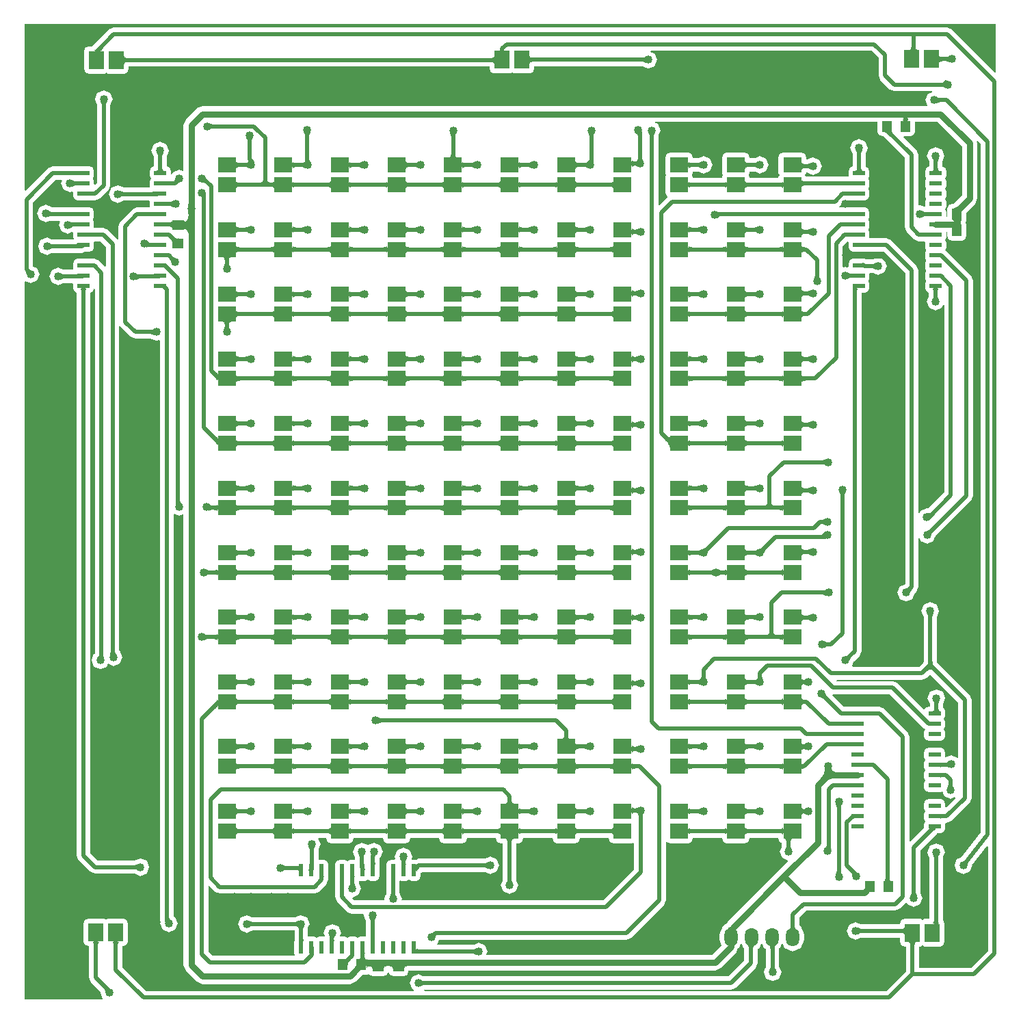
<source format=gtl>
G04 Layer_Physical_Order=1*
G04 Layer_Color=255*
%FSTAX24Y24*%
%MOIN*%
G70*
G01*
G75*
%ADD10R,0.0500X0.0550*%
%ADD11R,0.0768X0.0906*%
%ADD12R,0.0906X0.0768*%
%ADD13R,0.0550X0.0500*%
%ADD14R,0.0232X0.0591*%
%ADD15R,0.0591X0.0232*%
%ADD16C,0.0300*%
%ADD17C,0.0200*%
%ADD18O,0.0650X0.0900*%
%ADD19R,0.0650X0.0900*%
%ADD20C,0.0400*%
G36*
X041397Y036224D02*
X041403Y036207D01*
X041413Y036192D01*
X041427Y036179D01*
X041445Y036168D01*
X041468Y036159D01*
X041494Y036152D01*
X041524Y036147D01*
X041558Y036144D01*
X041596Y036143D01*
Y035943D01*
X041558Y035942D01*
X041524Y035939D01*
X041494Y035934D01*
X041468Y035927D01*
X041445Y035918D01*
X041427Y035907D01*
X041413Y035894D01*
X041403Y035879D01*
X041397Y035862D01*
X041395Y035843D01*
Y036243D01*
X041397Y036224D01*
D02*
G37*
G36*
X043251Y035843D02*
X043249Y035862D01*
X043242Y035879D01*
X043232Y035894D01*
X043218Y035907D01*
X0432Y035918D01*
X043178Y035927D01*
X043152Y035934D01*
X043122Y035939D01*
X043088Y035942D01*
X043049Y035943D01*
Y036143D01*
X043088Y036144D01*
X043122Y036147D01*
X043152Y036152D01*
X043178Y036159D01*
X0432Y036168D01*
X043218Y036179D01*
X043232Y036192D01*
X043242Y036207D01*
X043249Y036224D01*
X043251Y036243D01*
Y035843D01*
D02*
G37*
G36*
X038641Y036224D02*
X038647Y036207D01*
X038657Y036192D01*
X038671Y036179D01*
X03869Y036168D01*
X038712Y036159D01*
X038738Y036152D01*
X038768Y036147D01*
X038802Y036144D01*
X03884Y036143D01*
Y035943D01*
X038802Y035942D01*
X038768Y035939D01*
X038738Y035934D01*
X038712Y035927D01*
X03869Y035918D01*
X038671Y035907D01*
X038657Y035894D01*
X038647Y035879D01*
X038641Y035862D01*
X038639Y035843D01*
Y036243D01*
X038641Y036224D01*
D02*
G37*
G36*
X040495Y035843D02*
X040493Y035862D01*
X040487Y035879D01*
X040477Y035894D01*
X040462Y035907D01*
X040444Y035918D01*
X040422Y035927D01*
X040396Y035934D01*
X040366Y035939D01*
X040332Y035942D01*
X040293Y035943D01*
Y036143D01*
X040332Y036144D01*
X040366Y036147D01*
X040396Y036152D01*
X040422Y036159D01*
X040444Y036168D01*
X040462Y036179D01*
X040477Y036192D01*
X040487Y036207D01*
X040493Y036224D01*
X040495Y036243D01*
Y035843D01*
D02*
G37*
G36*
X044153Y036224D02*
X044159Y036207D01*
X044169Y036192D01*
X044183Y036179D01*
X044201Y036168D01*
X044223Y036159D01*
X04425Y036152D01*
X04428Y036147D01*
X044314Y036144D01*
X044352Y036143D01*
Y035943D01*
X044314Y035942D01*
X04428Y035939D01*
X04425Y035934D01*
X044223Y035927D01*
X044201Y035918D01*
X044183Y035907D01*
X044169Y035894D01*
X044159Y035879D01*
X044153Y035862D01*
X044151Y035843D01*
Y036243D01*
X044153Y036224D01*
D02*
G37*
G36*
X048762Y035843D02*
X04876Y035862D01*
X048754Y035879D01*
X048744Y035894D01*
X04873Y035907D01*
X048712Y035918D01*
X04869Y035927D01*
X048664Y035934D01*
X048634Y035939D01*
X048599Y035942D01*
X048561Y035943D01*
Y036143D01*
X048599Y036144D01*
X048634Y036147D01*
X048664Y036152D01*
X04869Y036159D01*
X048712Y036168D01*
X04873Y036179D01*
X048744Y036192D01*
X048754Y036207D01*
X04876Y036224D01*
X048762Y036243D01*
Y035843D01*
D02*
G37*
G36*
X049665Y036224D02*
X049671Y036207D01*
X049681Y036192D01*
X049695Y036179D01*
X049713Y036168D01*
X049735Y036159D01*
X049761Y036152D01*
X049792Y036147D01*
X049826Y036144D01*
X049864Y036143D01*
Y035943D01*
X049826Y035942D01*
X049792Y035939D01*
X049761Y035934D01*
X049735Y035927D01*
X049713Y035918D01*
X049695Y035907D01*
X049681Y035894D01*
X049671Y035879D01*
X049665Y035862D01*
X049663Y035843D01*
Y036243D01*
X049665Y036224D01*
D02*
G37*
G36*
X046006Y035843D02*
X046004Y035862D01*
X045998Y035879D01*
X045988Y035894D01*
X045974Y035907D01*
X045956Y035918D01*
X045934Y035927D01*
X045908Y035934D01*
X045878Y035939D01*
X045843Y035942D01*
X045805Y035943D01*
Y036143D01*
X045843Y036144D01*
X045878Y036147D01*
X045908Y036152D01*
X045934Y036159D01*
X045956Y036168D01*
X045974Y036179D01*
X045988Y036192D01*
X045998Y036207D01*
X046004Y036224D01*
X046006Y036243D01*
Y035843D01*
D02*
G37*
G36*
X046909Y036224D02*
X046915Y036207D01*
X046925Y036192D01*
X046939Y036179D01*
X046957Y036168D01*
X046979Y036159D01*
X047006Y036152D01*
X047036Y036147D01*
X04707Y036144D01*
X047108Y036143D01*
Y035943D01*
X04707Y035942D01*
X047036Y035939D01*
X047006Y035934D01*
X046979Y035927D01*
X046957Y035918D01*
X046939Y035907D01*
X046925Y035894D01*
X046915Y035879D01*
X046909Y035862D01*
X046907Y035843D01*
Y036243D01*
X046909Y036224D01*
D02*
G37*
G36*
X037739Y035843D02*
X037737Y035862D01*
X037731Y035879D01*
X037721Y035894D01*
X037707Y035907D01*
X037688Y035918D01*
X037666Y035927D01*
X03764Y035934D01*
X03761Y035939D01*
X037576Y035942D01*
X037538Y035943D01*
Y036143D01*
X037576Y036144D01*
X03761Y036147D01*
X03764Y036152D01*
X037666Y036159D01*
X037688Y036168D01*
X037707Y036179D01*
X037721Y036192D01*
X037731Y036207D01*
X037737Y036224D01*
X037739Y036243D01*
Y035843D01*
D02*
G37*
G36*
X063444Y034039D02*
X06345Y034022D01*
X06346Y034007D01*
X063475Y033994D01*
X063493Y033983D01*
X063515Y033974D01*
X063541Y033967D01*
X06355Y033966D01*
X063559Y033968D01*
X063576Y033973D01*
X063593Y03398D01*
X06361Y033988D01*
X063627Y033997D01*
X063643Y034007D01*
X063659Y034018D01*
Y033698D01*
X063643Y03371D01*
X063627Y03372D01*
X06361Y033729D01*
X063593Y033737D01*
X063576Y033743D01*
X063559Y033749D01*
X06355Y033751D01*
X063541Y033749D01*
X063515Y033742D01*
X063493Y033733D01*
X063475Y033722D01*
X06346Y033709D01*
X06345Y033694D01*
X063444Y033677D01*
X063442Y033658D01*
Y034058D01*
X063444Y034039D01*
D02*
G37*
G36*
X069821Y034882D02*
X069826Y034844D01*
X069833Y034807D01*
X069843Y034771D01*
X069855Y034736D01*
X069871Y034703D01*
X069889Y03467D01*
X069911Y034639D01*
X069935Y034609D01*
X069961Y03458D01*
X069861Y034397D01*
X069833Y034423D01*
X069805Y034442D01*
X069777Y034457D01*
X069748Y034465D01*
X06972Y034468D01*
X069692Y034465D01*
X069663Y034457D01*
X069635Y034442D01*
X069607Y034423D01*
X069579Y034397D01*
X069479Y03458D01*
X069505Y034609D01*
X069529Y034639D01*
X069551Y03467D01*
X069569Y034703D01*
X069585Y034736D01*
X069597Y034771D01*
X069607Y034807D01*
X069614Y034844D01*
X069619Y034882D01*
X06962Y034921D01*
X06982D01*
X069821Y034882D01*
D02*
G37*
G36*
X058762Y034133D02*
X058764Y034115D01*
X058767Y034097D01*
X058771Y034079D01*
X058776Y034062D01*
X058783Y034044D01*
X058791Y034027D01*
X0588Y034011D01*
X05881Y033994D01*
X058821Y033978D01*
X058541D01*
Y033698D01*
X058525Y03371D01*
X058509Y03372D01*
X058492Y033729D01*
X058475Y033737D01*
X058458Y033743D01*
X058441Y033749D01*
X058423Y033753D01*
X058405Y033756D01*
X058387Y033758D01*
X058368Y033758D01*
Y033958D01*
X058387Y033959D01*
X058405Y033961D01*
X058423Y033964D01*
X058441Y033968D01*
X058458Y033973D01*
X058475Y03398D01*
X058492Y033988D01*
X058509Y033997D01*
X058518Y034002D01*
X058523Y034011D01*
X058532Y034027D01*
X05854Y034044D01*
X058546Y034062D01*
X058552Y034079D01*
X058556Y034097D01*
X058559Y034115D01*
X058561Y034133D01*
X058561Y034151D01*
X058761D01*
X058762Y034133D01*
D02*
G37*
G36*
X061518D02*
X06152Y034115D01*
X061523Y034097D01*
X061527Y034079D01*
X061532Y034062D01*
X061539Y034044D01*
X061547Y034027D01*
X061556Y034011D01*
X061566Y033994D01*
X061577Y033978D01*
X061297D01*
Y033698D01*
X061281Y03371D01*
X061265Y03372D01*
X061248Y033729D01*
X061231Y033737D01*
X061214Y033743D01*
X061197Y033749D01*
X061179Y033753D01*
X061161Y033756D01*
X061143Y033758D01*
X061124Y033758D01*
Y033958D01*
X061143Y033959D01*
X061161Y033961D01*
X061179Y033964D01*
X061197Y033968D01*
X061214Y033973D01*
X061231Y03398D01*
X061248Y033988D01*
X061265Y033997D01*
X061274Y034002D01*
X061279Y034011D01*
X061288Y034027D01*
X061296Y034044D01*
X061302Y034062D01*
X061308Y034079D01*
X061312Y034097D01*
X061315Y034115D01*
X061317Y034133D01*
X061317Y034151D01*
X061517D01*
X061518Y034133D01*
D02*
G37*
G36*
X065858Y035047D02*
X065845Y035033D01*
X065834Y035019D01*
X065823Y035004D01*
X065814Y034989D01*
X065805Y034972D01*
X065798Y034956D01*
X065791Y034938D01*
X065786Y03492D01*
X065781Y034901D01*
X065778Y034882D01*
X065552Y035108D01*
X065571Y035111D01*
X06559Y035116D01*
X065608Y035121D01*
X065626Y035128D01*
X065642Y035135D01*
X065659Y035144D01*
X065674Y035153D01*
X065689Y035164D01*
X065703Y035175D01*
X065717Y035188D01*
X065858Y035047D01*
D02*
G37*
G36*
X064576Y035839D02*
X064593Y035828D01*
X064609Y035819D01*
X064626Y035812D01*
X064643Y035805D01*
X064661Y0358D01*
X064678Y035795D01*
X064696Y035792D01*
X064715Y035791D01*
X064733Y03579D01*
Y03559D01*
X064715Y035589D01*
X064696Y035588D01*
X064678Y035585D01*
X064661Y03558D01*
X064643Y035575D01*
X064626Y035568D01*
X064609Y035561D01*
X064593Y035552D01*
X064576Y035541D01*
X06456Y03553D01*
Y03585D01*
X064576Y035839D01*
D02*
G37*
G36*
X035885Y036224D02*
X035891Y036207D01*
X035901Y036192D01*
X035916Y036179D01*
X035934Y036168D01*
X035956Y036159D01*
X035982Y036152D01*
X036012Y036147D01*
X036046Y036144D01*
X036085Y036143D01*
Y035943D01*
X036046Y035942D01*
X036012Y035939D01*
X035982Y035934D01*
X035956Y035927D01*
X035934Y035918D01*
X035916Y035907D01*
X035901Y035894D01*
X035891Y035879D01*
X035885Y035862D01*
X035883Y035843D01*
Y036243D01*
X035885Y036224D01*
D02*
G37*
G36*
X02942Y03515D02*
X02942Y035128D01*
X029425Y035056D01*
X029427Y035041D01*
X029433Y035017D01*
X029436Y035006D01*
X02944Y034998D01*
X029126Y035058D01*
X029144Y035075D01*
X02916Y035092D01*
X029174Y035109D01*
X029186Y035126D01*
X029196Y035143D01*
X029205Y03516D01*
X029212Y035176D01*
X029216Y035193D01*
X029219Y035209D01*
X02922Y035226D01*
X02942Y03515D01*
D02*
G37*
G36*
X029961Y035367D02*
X029964Y03535D01*
X029968Y035333D01*
X029974Y035316D01*
X029982Y035299D01*
X029992Y035282D01*
X030004Y035265D01*
X030017Y035248D01*
X030032Y035231D01*
X030049Y035214D01*
X029733Y035163D01*
X029738Y035174D01*
X029743Y035186D01*
X029747Y035199D01*
X02975Y035213D01*
X029756Y035245D01*
X029758Y035263D01*
X02976Y035322D01*
X02996Y035384D01*
X029961Y035367D01*
D02*
G37*
G36*
X051518Y035843D02*
X051516Y035862D01*
X05151Y035879D01*
X0515Y035894D01*
X051486Y035907D01*
X051468Y035918D01*
X051446Y035927D01*
X05142Y035934D01*
X051389Y035939D01*
X051355Y035942D01*
X051317Y035943D01*
Y036143D01*
X051355Y036144D01*
X051389Y036147D01*
X05142Y036152D01*
X051446Y036159D01*
X051468Y036168D01*
X051486Y036179D01*
X0515Y036192D01*
X05151Y036207D01*
X051516Y036224D01*
X051518Y036243D01*
Y035843D01*
D02*
G37*
G36*
X041397Y037189D02*
X041403Y037172D01*
X041413Y037157D01*
X041427Y037144D01*
X041445Y037133D01*
X041468Y037124D01*
X041494Y037117D01*
X041524Y037112D01*
X041558Y037109D01*
X041596Y037108D01*
Y036908D01*
X041558Y036907D01*
X041524Y036904D01*
X041494Y036899D01*
X041468Y036892D01*
X041445Y036883D01*
X041427Y036872D01*
X041413Y036859D01*
X041403Y036844D01*
X041397Y036827D01*
X041395Y036808D01*
Y037208D01*
X041397Y037189D01*
D02*
G37*
G36*
X044153D02*
X044159Y037172D01*
X044169Y037157D01*
X044183Y037144D01*
X044201Y037133D01*
X044223Y037124D01*
X04425Y037117D01*
X04428Y037112D01*
X044314Y037109D01*
X044352Y037108D01*
Y036908D01*
X044314Y036907D01*
X04428Y036904D01*
X04425Y036899D01*
X044223Y036892D01*
X044201Y036883D01*
X044183Y036872D01*
X044169Y036859D01*
X044159Y036844D01*
X044153Y036827D01*
X044151Y036808D01*
Y037208D01*
X044153Y037189D01*
D02*
G37*
G36*
X035885D02*
X035891Y037172D01*
X035901Y037157D01*
X035916Y037144D01*
X035934Y037133D01*
X035956Y037124D01*
X035982Y037117D01*
X036012Y037112D01*
X036046Y037109D01*
X036085Y037108D01*
Y036908D01*
X036046Y036907D01*
X036012Y036904D01*
X035982Y036899D01*
X035956Y036892D01*
X035934Y036883D01*
X035916Y036872D01*
X035901Y036859D01*
X035891Y036844D01*
X035885Y036827D01*
X035883Y036808D01*
Y037208D01*
X035885Y037189D01*
D02*
G37*
G36*
X038641D02*
X038647Y037172D01*
X038657Y037157D01*
X038671Y037144D01*
X03869Y037133D01*
X038712Y037124D01*
X038738Y037117D01*
X038768Y037112D01*
X038802Y037109D01*
X03884Y037108D01*
Y036908D01*
X038802Y036907D01*
X038768Y036904D01*
X038738Y036899D01*
X038712Y036892D01*
X03869Y036883D01*
X038671Y036872D01*
X038657Y036859D01*
X038647Y036844D01*
X038641Y036827D01*
X038639Y036808D01*
Y037208D01*
X038641Y037189D01*
D02*
G37*
G36*
X046909D02*
X046915Y037172D01*
X046925Y037157D01*
X046939Y037144D01*
X046957Y037133D01*
X046979Y037124D01*
X047006Y037117D01*
X047036Y037112D01*
X04707Y037109D01*
X047108Y037108D01*
Y036908D01*
X04707Y036907D01*
X047036Y036904D01*
X047006Y036899D01*
X046979Y036892D01*
X046957Y036883D01*
X046939Y036872D01*
X046925Y036859D01*
X046915Y036844D01*
X046909Y036827D01*
X046907Y036808D01*
Y037208D01*
X046909Y037189D01*
D02*
G37*
G36*
X057933D02*
X057939Y037172D01*
X057949Y037157D01*
X057963Y037144D01*
X057981Y037133D01*
X058003Y037124D01*
X058029Y037117D01*
X058059Y037112D01*
X058094Y037109D01*
X058132Y037108D01*
Y036908D01*
X058094Y036907D01*
X058059Y036904D01*
X058029Y036899D01*
X058003Y036892D01*
X057981Y036883D01*
X057963Y036872D01*
X057949Y036859D01*
X057939Y036844D01*
X057933Y036827D01*
X057931Y036808D01*
Y037208D01*
X057933Y037189D01*
D02*
G37*
G36*
X060688D02*
X060695Y037172D01*
X060705Y037157D01*
X060719Y037144D01*
X060737Y037133D01*
X060759Y037124D01*
X060785Y037117D01*
X060815Y037112D01*
X060849Y037109D01*
X060888Y037108D01*
Y036908D01*
X060849Y036907D01*
X060815Y036904D01*
X060785Y036899D01*
X060759Y036892D01*
X060737Y036883D01*
X060719Y036872D01*
X060705Y036859D01*
X060695Y036844D01*
X060688Y036827D01*
X060686Y036808D01*
Y037208D01*
X060688Y037189D01*
D02*
G37*
G36*
X049665D02*
X049671Y037172D01*
X049681Y037157D01*
X049695Y037144D01*
X049713Y037133D01*
X049735Y037124D01*
X049761Y037117D01*
X049792Y037112D01*
X049826Y037109D01*
X049864Y037108D01*
Y036908D01*
X049826Y036907D01*
X049792Y036904D01*
X049761Y036899D01*
X049735Y036892D01*
X049713Y036883D01*
X049695Y036872D01*
X049681Y036859D01*
X049671Y036844D01*
X049665Y036827D01*
X049663Y036808D01*
Y037208D01*
X049665Y037189D01*
D02*
G37*
G36*
X052421D02*
X052427Y037172D01*
X052437Y037157D01*
X052451Y037144D01*
X052469Y037133D01*
X052491Y037124D01*
X052517Y037117D01*
X052548Y037112D01*
X052582Y037109D01*
X05262Y037108D01*
Y036908D01*
X052582Y036907D01*
X052548Y036904D01*
X052517Y036899D01*
X052491Y036892D01*
X052469Y036883D01*
X052451Y036872D01*
X052437Y036859D01*
X052427Y036844D01*
X052421Y036827D01*
X052419Y036808D01*
Y037208D01*
X052421Y037189D01*
D02*
G37*
G36*
X063444Y037181D02*
X06345Y037164D01*
X06346Y037149D01*
X063475Y037136D01*
X063493Y037125D01*
X063515Y037116D01*
X063541Y037109D01*
X063571Y037104D01*
X063605Y037101D01*
X063644Y0371D01*
Y0369D01*
X063605Y036899D01*
X063571Y036896D01*
X063541Y036891D01*
X063515Y036884D01*
X063493Y036875D01*
X063475Y036864D01*
X06346Y036851D01*
X06345Y036836D01*
X063444Y036819D01*
X063442Y0368D01*
Y0372D01*
X063444Y037181D01*
D02*
G37*
G36*
X057933Y036224D02*
X057939Y036207D01*
X057949Y036192D01*
X057963Y036179D01*
X057981Y036168D01*
X058003Y036159D01*
X058029Y036152D01*
X058059Y036147D01*
X058094Y036144D01*
X058132Y036143D01*
Y035943D01*
X058094Y035942D01*
X058059Y035939D01*
X058029Y035934D01*
X058003Y035927D01*
X057981Y035918D01*
X057963Y035907D01*
X057949Y035894D01*
X057939Y035879D01*
X057933Y035862D01*
X057931Y035843D01*
Y036243D01*
X057933Y036224D01*
D02*
G37*
G36*
X059786Y035843D02*
X059784Y035862D01*
X059778Y035879D01*
X059768Y035894D01*
X059754Y035907D01*
X059736Y035918D01*
X059714Y035927D01*
X059687Y035934D01*
X059657Y035939D01*
X059623Y035942D01*
X059585Y035943D01*
Y036143D01*
X059623Y036144D01*
X059657Y036147D01*
X059687Y036152D01*
X059714Y036159D01*
X059736Y036168D01*
X059754Y036179D01*
X059768Y036192D01*
X059778Y036207D01*
X059784Y036224D01*
X059786Y036243D01*
Y035843D01*
D02*
G37*
G36*
X052421Y036224D02*
X052427Y036207D01*
X052437Y036192D01*
X052451Y036179D01*
X052469Y036168D01*
X052491Y036159D01*
X052517Y036152D01*
X052548Y036147D01*
X052582Y036144D01*
X05262Y036143D01*
Y035943D01*
X052582Y035942D01*
X052548Y035939D01*
X052517Y035934D01*
X052491Y035927D01*
X052469Y035918D01*
X052451Y035907D01*
X052437Y035894D01*
X052427Y035879D01*
X052421Y035862D01*
X052419Y035843D01*
Y036243D01*
X052421Y036224D01*
D02*
G37*
G36*
X054274Y035843D02*
X054272Y035862D01*
X054266Y035879D01*
X054256Y035894D01*
X054242Y035907D01*
X054224Y035918D01*
X054202Y035927D01*
X054176Y035934D01*
X054145Y035939D01*
X054111Y035942D01*
X054073Y035943D01*
Y036143D01*
X054111Y036144D01*
X054145Y036147D01*
X054176Y036152D01*
X054202Y036159D01*
X054224Y036168D01*
X054242Y036179D01*
X054256Y036192D01*
X054266Y036207D01*
X054272Y036224D01*
X054274Y036243D01*
Y035843D01*
D02*
G37*
G36*
X060688Y036224D02*
X060695Y036207D01*
X060705Y036192D01*
X060719Y036179D01*
X060737Y036168D01*
X060759Y036159D01*
X060785Y036152D01*
X060815Y036147D01*
X060849Y036144D01*
X060888Y036143D01*
Y035943D01*
X060849Y035942D01*
X060815Y035939D01*
X060785Y035934D01*
X060759Y035927D01*
X060737Y035918D01*
X060719Y035907D01*
X060705Y035894D01*
X060695Y035879D01*
X060688Y035862D01*
X060686Y035843D01*
Y036243D01*
X060688Y036224D01*
D02*
G37*
G36*
X034356Y036199D02*
X034373Y036188D01*
X034389Y036179D01*
X034406Y036172D01*
X034423Y036165D01*
X034441Y03616D01*
X034458Y036155D01*
X034476Y036152D01*
X034495Y036151D01*
X034513Y03615D01*
Y03595D01*
X034495Y035949D01*
X034476Y035948D01*
X034458Y035945D01*
X034441Y03594D01*
X034423Y035935D01*
X034406Y035928D01*
X034389Y035921D01*
X034373Y035912D01*
X034356Y035901D01*
X03434Y03589D01*
Y03621D01*
X034356Y036199D01*
D02*
G37*
G36*
X062082Y036305D02*
X062088Y036271D01*
X062098Y036241D01*
X062112Y036215D01*
X06213Y036193D01*
X062152Y036175D01*
X062178Y036161D01*
X062208Y036151D01*
X062242Y036145D01*
X06228Y036143D01*
X06198Y035943D01*
X06168Y036143D01*
X061718Y036145D01*
X061752Y036151D01*
X061782Y036161D01*
X061808Y036175D01*
X06183Y036193D01*
X061848Y036215D01*
X061862Y036241D01*
X061872Y036271D01*
X061878Y036305D01*
X06188Y036343D01*
X06208D01*
X062082Y036305D01*
D02*
G37*
G36*
X062542Y035843D02*
X06254Y035862D01*
X062534Y035879D01*
X062524Y035894D01*
X06251Y035907D01*
X062492Y035918D01*
X062469Y035927D01*
X062443Y035934D01*
X062413Y035939D01*
X062379Y035942D01*
X062341Y035943D01*
Y036143D01*
X062379Y036144D01*
X062413Y036147D01*
X062443Y036152D01*
X062469Y036159D01*
X062492Y036168D01*
X06251Y036179D01*
X062524Y036192D01*
X062534Y036207D01*
X06254Y036224D01*
X062542Y036243D01*
Y035843D01*
D02*
G37*
G36*
X034983Y03585D02*
X034981Y035869D01*
X034975Y035886D01*
X034965Y035901D01*
X034951Y035914D01*
X034933Y035925D01*
X03491Y035934D01*
X034884Y035941D01*
X034854Y035946D01*
X03482Y035949D01*
X034782Y03595D01*
Y03615D01*
X03482Y036151D01*
X034854Y036154D01*
X034884Y036159D01*
X03491Y036166D01*
X034933Y036175D01*
X034951Y036186D01*
X034965Y036199D01*
X034975Y036214D01*
X034981Y036231D01*
X034983Y03625D01*
Y03585D01*
D02*
G37*
G36*
X051518Y032694D02*
X051516Y032713D01*
X05151Y03273D01*
X0515Y032745D01*
X051486Y032758D01*
X051468Y032769D01*
X051446Y032778D01*
X05142Y032785D01*
X051389Y03279D01*
X051355Y032793D01*
X051317Y032794D01*
Y032994D01*
X051355Y032995D01*
X051389Y032998D01*
X05142Y033003D01*
X051446Y03301D01*
X051468Y033019D01*
X051486Y03303D01*
X0515Y033043D01*
X05151Y033058D01*
X051516Y033075D01*
X051518Y033094D01*
Y032694D01*
D02*
G37*
G36*
X052421Y033075D02*
X052427Y033058D01*
X052437Y033043D01*
X052451Y03303D01*
X052469Y033019D01*
X052491Y03301D01*
X052517Y033003D01*
X052548Y032998D01*
X052582Y032995D01*
X05262Y032994D01*
Y032794D01*
X052582Y032793D01*
X052548Y03279D01*
X052517Y032785D01*
X052491Y032778D01*
X052469Y032769D01*
X052451Y032758D01*
X052437Y032745D01*
X052427Y03273D01*
X052421Y032713D01*
X052419Y032694D01*
Y033094D01*
X052421Y033075D01*
D02*
G37*
G36*
X048762Y032694D02*
X04876Y032713D01*
X048754Y03273D01*
X048744Y032745D01*
X04873Y032758D01*
X048712Y032769D01*
X04869Y032778D01*
X048664Y032785D01*
X048634Y03279D01*
X048599Y032793D01*
X048561Y032794D01*
Y032994D01*
X048599Y032995D01*
X048634Y032998D01*
X048664Y033003D01*
X04869Y03301D01*
X048712Y033019D01*
X04873Y03303D01*
X048744Y033043D01*
X048754Y033058D01*
X04876Y033075D01*
X048762Y033094D01*
Y032694D01*
D02*
G37*
G36*
X049665Y033075D02*
X049671Y033058D01*
X049681Y033043D01*
X049695Y03303D01*
X049713Y033019D01*
X049735Y03301D01*
X049761Y033003D01*
X049792Y032998D01*
X049826Y032995D01*
X049864Y032994D01*
Y032794D01*
X049826Y032793D01*
X049792Y03279D01*
X049761Y032785D01*
X049735Y032778D01*
X049713Y032769D01*
X049695Y032758D01*
X049681Y032745D01*
X049671Y03273D01*
X049665Y032713D01*
X049663Y032694D01*
Y033094D01*
X049665Y033075D01*
D02*
G37*
G36*
X054274Y032694D02*
X054272Y032713D01*
X054266Y03273D01*
X054256Y032745D01*
X054242Y032758D01*
X054224Y032769D01*
X054202Y032778D01*
X054176Y032785D01*
X054145Y03279D01*
X054111Y032793D01*
X054073Y032794D01*
Y032994D01*
X054111Y032995D01*
X054145Y032998D01*
X054176Y033003D01*
X054202Y03301D01*
X054224Y033019D01*
X054242Y03303D01*
X054256Y033043D01*
X054266Y033058D01*
X054272Y033075D01*
X054274Y033094D01*
Y032694D01*
D02*
G37*
G36*
X060688Y033075D02*
X060695Y033058D01*
X060705Y033043D01*
X060719Y03303D01*
X060737Y033019D01*
X060759Y03301D01*
X060785Y033003D01*
X060815Y032998D01*
X060849Y032995D01*
X060888Y032994D01*
Y032794D01*
X060849Y032793D01*
X060815Y03279D01*
X060785Y032785D01*
X060759Y032778D01*
X060737Y032769D01*
X060719Y032758D01*
X060705Y032745D01*
X060695Y03273D01*
X060688Y032713D01*
X060686Y032694D01*
Y033094D01*
X060688Y033075D01*
D02*
G37*
G36*
X062542Y032694D02*
X06254Y032713D01*
X062534Y03273D01*
X062524Y032745D01*
X06251Y032758D01*
X062492Y032769D01*
X062469Y032778D01*
X062443Y032785D01*
X062413Y03279D01*
X062379Y032793D01*
X062341Y032794D01*
Y032994D01*
X062379Y032995D01*
X062413Y032998D01*
X062443Y033003D01*
X062469Y03301D01*
X062492Y033019D01*
X06251Y03303D01*
X062524Y033043D01*
X062534Y033058D01*
X06254Y033075D01*
X062542Y033094D01*
Y032694D01*
D02*
G37*
G36*
X057933Y033075D02*
X057939Y033058D01*
X057949Y033043D01*
X057963Y03303D01*
X057981Y033019D01*
X058003Y03301D01*
X058029Y033003D01*
X058059Y032998D01*
X058094Y032995D01*
X058132Y032994D01*
Y032794D01*
X058094Y032793D01*
X058059Y03279D01*
X058029Y032785D01*
X058003Y032778D01*
X057981Y032769D01*
X057963Y032758D01*
X057949Y032745D01*
X057939Y03273D01*
X057933Y032713D01*
X057931Y032694D01*
Y033094D01*
X057933Y033075D01*
D02*
G37*
G36*
X059786Y032694D02*
X059784Y032713D01*
X059778Y03273D01*
X059768Y032745D01*
X059754Y032758D01*
X059736Y032769D01*
X059714Y032778D01*
X059687Y032785D01*
X059657Y03279D01*
X059623Y032793D01*
X059585Y032794D01*
Y032994D01*
X059623Y032995D01*
X059657Y032998D01*
X059687Y033003D01*
X059714Y03301D01*
X059736Y033019D01*
X059754Y03303D01*
X059768Y033043D01*
X059778Y033058D01*
X059784Y033075D01*
X059786Y033094D01*
Y032694D01*
D02*
G37*
G36*
X046909Y033075D02*
X046915Y033058D01*
X046925Y033043D01*
X046939Y03303D01*
X046957Y033019D01*
X046979Y03301D01*
X047006Y033003D01*
X047036Y032998D01*
X04707Y032995D01*
X047108Y032994D01*
Y032794D01*
X04707Y032793D01*
X047036Y03279D01*
X047006Y032785D01*
X046979Y032778D01*
X046957Y032769D01*
X046939Y032758D01*
X046925Y032745D01*
X046915Y03273D01*
X046909Y032713D01*
X046907Y032694D01*
Y033094D01*
X046909Y033075D01*
D02*
G37*
G36*
X037739Y032694D02*
X037737Y032713D01*
X037731Y03273D01*
X037721Y032745D01*
X037707Y032758D01*
X037688Y032769D01*
X037666Y032778D01*
X03764Y032785D01*
X03761Y03279D01*
X037576Y032793D01*
X037538Y032794D01*
Y032994D01*
X037576Y032995D01*
X03761Y032998D01*
X03764Y033003D01*
X037666Y03301D01*
X037688Y033019D01*
X037707Y03303D01*
X037721Y033043D01*
X037731Y033058D01*
X037737Y033075D01*
X037739Y033094D01*
Y032694D01*
D02*
G37*
G36*
X038641Y033075D02*
X038647Y033058D01*
X038657Y033043D01*
X038671Y03303D01*
X03869Y033019D01*
X038712Y03301D01*
X038738Y033003D01*
X038768Y032998D01*
X038802Y032995D01*
X03884Y032994D01*
Y032794D01*
X038802Y032793D01*
X038768Y03279D01*
X038738Y032785D01*
X038712Y032778D01*
X03869Y032769D01*
X038671Y032758D01*
X038657Y032745D01*
X038647Y03273D01*
X038641Y032713D01*
X038639Y032694D01*
Y033094D01*
X038641Y033075D01*
D02*
G37*
G36*
X034983Y032549D02*
X034981Y032574D01*
X034977Y032594D01*
X03497Y032609D01*
X03496Y032617D01*
X034947Y03262D01*
X034931Y032617D01*
X034913Y032609D01*
X034892Y032594D01*
X034867Y032574D01*
X03484Y032549D01*
X034769Y032761D01*
X03481Y032803D01*
X034878Y032882D01*
X034906Y03292D01*
X034929Y032956D01*
X034949Y032991D01*
X034964Y033024D01*
X034974Y033055D01*
X034981Y033086D01*
X034983Y033114D01*
Y032549D01*
D02*
G37*
G36*
X035885Y033075D02*
X035891Y033058D01*
X035901Y033043D01*
X035916Y03303D01*
X035934Y033019D01*
X035956Y03301D01*
X035982Y033003D01*
X036012Y032998D01*
X036046Y032995D01*
X036085Y032994D01*
Y032794D01*
X036046Y032793D01*
X036012Y03279D01*
X035982Y032785D01*
X035956Y032778D01*
X035934Y032769D01*
X035916Y032758D01*
X035901Y032745D01*
X035891Y03273D01*
X035885Y032713D01*
X035883Y032694D01*
Y033094D01*
X035885Y033075D01*
D02*
G37*
G36*
X040495Y032694D02*
X040493Y032713D01*
X040487Y03273D01*
X040477Y032745D01*
X040462Y032758D01*
X040444Y032769D01*
X040422Y032778D01*
X040396Y032785D01*
X040366Y03279D01*
X040332Y032793D01*
X040293Y032794D01*
Y032994D01*
X040332Y032995D01*
X040366Y032998D01*
X040396Y033003D01*
X040422Y03301D01*
X040444Y033019D01*
X040462Y03303D01*
X040477Y033043D01*
X040487Y033058D01*
X040493Y033075D01*
X040495Y033094D01*
Y032694D01*
D02*
G37*
G36*
X044153Y033075D02*
X044159Y033058D01*
X044169Y033043D01*
X044183Y03303D01*
X044201Y033019D01*
X044223Y03301D01*
X04425Y033003D01*
X04428Y032998D01*
X044314Y032995D01*
X044352Y032994D01*
Y032794D01*
X044314Y032793D01*
X04428Y03279D01*
X04425Y032785D01*
X044223Y032778D01*
X044201Y032769D01*
X044183Y032758D01*
X044169Y032745D01*
X044159Y03273D01*
X044153Y032713D01*
X044151Y032694D01*
Y033094D01*
X044153Y033075D01*
D02*
G37*
G36*
X046006Y032694D02*
X046004Y032713D01*
X045998Y03273D01*
X045988Y032745D01*
X045974Y032758D01*
X045956Y032769D01*
X045934Y032778D01*
X045908Y032785D01*
X045878Y03279D01*
X045843Y032793D01*
X045805Y032794D01*
Y032994D01*
X045843Y032995D01*
X045878Y032998D01*
X045908Y033003D01*
X045934Y03301D01*
X045956Y033019D01*
X045974Y03303D01*
X045988Y033043D01*
X045998Y033058D01*
X046004Y033075D01*
X046006Y033094D01*
Y032694D01*
D02*
G37*
G36*
X041397Y033075D02*
X041403Y033058D01*
X041413Y033043D01*
X041427Y03303D01*
X041445Y033019D01*
X041468Y03301D01*
X041494Y033003D01*
X041524Y032998D01*
X041558Y032995D01*
X041596Y032994D01*
Y032794D01*
X041558Y032793D01*
X041524Y03279D01*
X041494Y032785D01*
X041468Y032778D01*
X041445Y032769D01*
X041427Y032758D01*
X041413Y032745D01*
X041403Y03273D01*
X041397Y032713D01*
X041395Y032694D01*
Y033094D01*
X041397Y033075D01*
D02*
G37*
G36*
X043251Y032694D02*
X043249Y032713D01*
X043242Y03273D01*
X043232Y032745D01*
X043218Y032758D01*
X0432Y032769D01*
X043178Y032778D01*
X043152Y032785D01*
X043122Y03279D01*
X043088Y032793D01*
X043049Y032794D01*
Y032994D01*
X043088Y032995D01*
X043122Y032998D01*
X043152Y033003D01*
X043178Y03301D01*
X0432Y033019D01*
X043218Y03303D01*
X043232Y033043D01*
X043242Y033058D01*
X043249Y033075D01*
X043251Y033094D01*
Y032694D01*
D02*
G37*
G36*
X063444Y033075D02*
X06345Y033058D01*
X06346Y033043D01*
X063475Y03303D01*
X063493Y033019D01*
X063515Y03301D01*
X063541Y033003D01*
X063571Y032998D01*
X063605Y032995D01*
X063644Y032994D01*
Y032794D01*
X063605Y032793D01*
X063571Y03279D01*
X063541Y032785D01*
X063515Y032778D01*
X063493Y032769D01*
X063475Y032758D01*
X06346Y032745D01*
X06345Y03273D01*
X063444Y032713D01*
X063442Y032694D01*
Y033094D01*
X063444Y033075D01*
D02*
G37*
G36*
X036494Y033698D02*
X036478Y03371D01*
X036462Y03372D01*
X036445Y033729D01*
X036428Y033737D01*
X036411Y033743D01*
X036393Y033749D01*
X036376Y033753D01*
X036358Y033756D01*
X036339Y033758D01*
X036321Y033758D01*
Y033958D01*
X036339Y033959D01*
X036358Y033961D01*
X036376Y033964D01*
X036393Y033968D01*
X036411Y033973D01*
X036428Y03398D01*
X036445Y033988D01*
X036462Y033997D01*
X036478Y034007D01*
X036494Y034018D01*
Y033698D01*
D02*
G37*
G36*
X03925D02*
X039234Y03371D01*
X039218Y03372D01*
X039201Y033729D01*
X039184Y033737D01*
X039167Y033743D01*
X039149Y033749D01*
X039132Y033753D01*
X039114Y033756D01*
X039095Y033758D01*
X039077Y033758D01*
Y033958D01*
X039095Y033959D01*
X039114Y033961D01*
X039132Y033964D01*
X039149Y033968D01*
X039167Y033973D01*
X039184Y03398D01*
X039201Y033988D01*
X039218Y033997D01*
X039234Y034007D01*
X03925Y034018D01*
Y033698D01*
D02*
G37*
G36*
X057933Y034039D02*
X057939Y034022D01*
X057949Y034007D01*
X057963Y033994D01*
X057981Y033983D01*
X058003Y033974D01*
X058029Y033967D01*
X058059Y033962D01*
X058094Y033959D01*
X058132Y033958D01*
Y033758D01*
X058094Y033757D01*
X058059Y033754D01*
X058029Y033749D01*
X058003Y033742D01*
X057981Y033733D01*
X057963Y033722D01*
X057949Y033709D01*
X057939Y033694D01*
X057933Y033677D01*
X057931Y033658D01*
Y034058D01*
X057933Y034039D01*
D02*
G37*
G36*
X060688D02*
X060695Y034022D01*
X060705Y034007D01*
X060719Y033994D01*
X060737Y033983D01*
X060759Y033974D01*
X060785Y033967D01*
X060815Y033962D01*
X060849Y033959D01*
X060888Y033958D01*
Y033758D01*
X060849Y033757D01*
X060815Y033754D01*
X060785Y033749D01*
X060759Y033742D01*
X060737Y033733D01*
X060719Y033722D01*
X060705Y033709D01*
X060695Y033694D01*
X060688Y033677D01*
X060686Y033658D01*
Y034058D01*
X060688Y034039D01*
D02*
G37*
G36*
X042006Y033698D02*
X04199Y03371D01*
X041973Y03372D01*
X041957Y033729D01*
X04194Y033737D01*
X041923Y033743D01*
X041905Y033749D01*
X041888Y033753D01*
X04187Y033756D01*
X041851Y033758D01*
X041833Y033758D01*
Y033958D01*
X041851Y033959D01*
X04187Y033961D01*
X041888Y033964D01*
X041905Y033968D01*
X041923Y033973D01*
X04194Y03398D01*
X041957Y033988D01*
X041973Y033997D01*
X04199Y034007D01*
X042006Y034018D01*
Y033698D01*
D02*
G37*
G36*
X050274D02*
X050258Y03371D01*
X050241Y03372D01*
X050225Y033729D01*
X050208Y033737D01*
X05019Y033743D01*
X050173Y033749D01*
X050155Y033753D01*
X050137Y033756D01*
X050119Y033758D01*
X0501Y033758D01*
Y033958D01*
X050119Y033959D01*
X050137Y033961D01*
X050155Y033964D01*
X050173Y033968D01*
X05019Y033973D01*
X050208Y03398D01*
X050225Y033988D01*
X050241Y033997D01*
X050258Y034007D01*
X050274Y034018D01*
Y033698D01*
D02*
G37*
G36*
X05303D02*
X053013Y03371D01*
X052997Y03372D01*
X05298Y033729D01*
X052964Y033737D01*
X052946Y033743D01*
X052929Y033749D01*
X052911Y033753D01*
X052893Y033756D01*
X052875Y033758D01*
X052856Y033758D01*
Y033958D01*
X052875Y033959D01*
X052893Y033961D01*
X052911Y033964D01*
X052929Y033968D01*
X052946Y033973D01*
X052964Y03398D01*
X05298Y033988D01*
X052997Y033997D01*
X053013Y034007D01*
X05303Y034018D01*
Y033698D01*
D02*
G37*
G36*
X044762D02*
X044746Y03371D01*
X044729Y03372D01*
X044713Y033729D01*
X044696Y033737D01*
X044679Y033743D01*
X044661Y033749D01*
X044643Y033753D01*
X044625Y033756D01*
X044607Y033758D01*
X044589Y033758D01*
Y033958D01*
X044607Y033959D01*
X044625Y033961D01*
X044643Y033964D01*
X044661Y033968D01*
X044679Y033973D01*
X044696Y03398D01*
X044713Y033988D01*
X044729Y033997D01*
X044746Y034007D01*
X044762Y034018D01*
Y033698D01*
D02*
G37*
G36*
X047518D02*
X047502Y03371D01*
X047485Y03372D01*
X047469Y033729D01*
X047452Y033737D01*
X047435Y033743D01*
X047417Y033749D01*
X047399Y033753D01*
X047381Y033756D01*
X047363Y033758D01*
X047345Y033758D01*
Y033958D01*
X047363Y033959D01*
X047381Y033961D01*
X047399Y033964D01*
X047417Y033968D01*
X047435Y033973D01*
X047452Y03398D01*
X047469Y033988D01*
X047485Y033997D01*
X047502Y034007D01*
X047518Y034018D01*
Y033698D01*
D02*
G37*
G36*
X052421Y034039D02*
X052427Y034022D01*
X052437Y034007D01*
X052451Y033994D01*
X052469Y033983D01*
X052491Y033974D01*
X052517Y033967D01*
X052548Y033962D01*
X052582Y033959D01*
X05262Y033958D01*
Y033758D01*
X052582Y033757D01*
X052548Y033754D01*
X052517Y033749D01*
X052491Y033742D01*
X052469Y033733D01*
X052451Y033722D01*
X052437Y033709D01*
X052427Y033694D01*
X052421Y033677D01*
X052419Y033658D01*
Y034058D01*
X052421Y034039D01*
D02*
G37*
G36*
X055177Y033981D02*
X055183Y033964D01*
X055193Y033949D01*
X055207Y033936D01*
X055225Y033925D01*
X055247Y033916D01*
X055273Y033909D01*
X055303Y033904D01*
X055333Y033901D01*
X055344Y033902D01*
X055362Y033905D01*
X055379Y03391D01*
X055397Y033915D01*
X055414Y033922D01*
X055431Y033929D01*
X055447Y033938D01*
X055464Y033949D01*
X05548Y03396D01*
Y03364D01*
X055464Y033651D01*
X055447Y033662D01*
X055431Y033671D01*
X055414Y033678D01*
X055397Y033685D01*
X055379Y03369D01*
X055362Y033695D01*
X055344Y033698D01*
X055333Y033699D01*
X055303Y033696D01*
X055273Y033691D01*
X055247Y033684D01*
X055225Y033675D01*
X055207Y033664D01*
X055193Y033651D01*
X055183Y033636D01*
X055177Y033619D01*
X055175Y0336D01*
Y034D01*
X055177Y033981D01*
D02*
G37*
G36*
X035885Y034039D02*
X035891Y034022D01*
X035901Y034007D01*
X035916Y033994D01*
X035934Y033983D01*
X035956Y033974D01*
X035982Y033967D01*
X036012Y033962D01*
X036046Y033959D01*
X036085Y033958D01*
Y033758D01*
X036046Y033757D01*
X036012Y033754D01*
X035982Y033749D01*
X035956Y033742D01*
X035934Y033733D01*
X035916Y033722D01*
X035901Y033709D01*
X035891Y033694D01*
X035885Y033677D01*
X035883Y033658D01*
Y034058D01*
X035885Y034039D01*
D02*
G37*
G36*
X070169Y032934D02*
X070158Y032917D01*
X070149Y032901D01*
X070142Y032884D01*
X070135Y032867D01*
X07013Y032849D01*
X070125Y032832D01*
X070122Y032814D01*
X070121Y032795D01*
X07012Y032777D01*
X06992D01*
X069919Y032795D01*
X069918Y032814D01*
X069915Y032832D01*
X06991Y032849D01*
X069905Y032867D01*
X069898Y032884D01*
X069891Y032901D01*
X069882Y032917D01*
X069871Y032934D01*
X06986Y03295D01*
X07018D01*
X070169Y032934D01*
D02*
G37*
G36*
X064611Y033299D02*
X064616Y03328D01*
X064621Y033262D01*
X064628Y033244D01*
X064635Y033228D01*
X064644Y033211D01*
X064653Y033196D01*
X064664Y033181D01*
X064675Y033167D01*
X064688Y033153D01*
X064547Y033012D01*
X064533Y033025D01*
X064519Y033036D01*
X064504Y033047D01*
X064489Y033056D01*
X064472Y033065D01*
X064456Y033072D01*
X064438Y033079D01*
X06442Y033084D01*
X064401Y033089D01*
X064382Y033092D01*
X064608Y033318D01*
X064611Y033299D01*
D02*
G37*
G36*
X038641Y034039D02*
X038647Y034022D01*
X038657Y034007D01*
X038671Y033994D01*
X03869Y033983D01*
X038712Y033974D01*
X038738Y033967D01*
X038768Y033962D01*
X038802Y033959D01*
X03884Y033958D01*
Y033758D01*
X038802Y033757D01*
X038768Y033754D01*
X038738Y033749D01*
X038712Y033742D01*
X03869Y033733D01*
X038671Y033722D01*
X038657Y033709D01*
X038647Y033694D01*
X038641Y033677D01*
X038639Y033658D01*
Y034058D01*
X038641Y034039D01*
D02*
G37*
G36*
X046909D02*
X046915Y034022D01*
X046925Y034007D01*
X046939Y033994D01*
X046957Y033983D01*
X046979Y033974D01*
X047006Y033967D01*
X047036Y033962D01*
X04707Y033959D01*
X047108Y033958D01*
Y033758D01*
X04707Y033757D01*
X047036Y033754D01*
X047006Y033749D01*
X046979Y033742D01*
X046957Y033733D01*
X046939Y033722D01*
X046925Y033709D01*
X046915Y033694D01*
X046909Y033677D01*
X046907Y033658D01*
Y034058D01*
X046909Y034039D01*
D02*
G37*
G36*
X049665D02*
X049671Y034022D01*
X049681Y034007D01*
X049695Y033994D01*
X049713Y033983D01*
X049735Y033974D01*
X049761Y033967D01*
X049792Y033962D01*
X049826Y033959D01*
X049864Y033958D01*
Y033758D01*
X049826Y033757D01*
X049792Y033754D01*
X049761Y033749D01*
X049735Y033742D01*
X049713Y033733D01*
X049695Y033722D01*
X049681Y033709D01*
X049671Y033694D01*
X049665Y033677D01*
X049663Y033658D01*
Y034058D01*
X049665Y034039D01*
D02*
G37*
G36*
X041397D02*
X041403Y034022D01*
X041413Y034007D01*
X041427Y033994D01*
X041445Y033983D01*
X041468Y033974D01*
X041494Y033967D01*
X041524Y033962D01*
X041558Y033959D01*
X041596Y033958D01*
Y033758D01*
X041558Y033757D01*
X041524Y033754D01*
X041494Y033749D01*
X041468Y033742D01*
X041445Y033733D01*
X041427Y033722D01*
X041413Y033709D01*
X041403Y033694D01*
X041397Y033677D01*
X041395Y033658D01*
Y034058D01*
X041397Y034039D01*
D02*
G37*
G36*
X044153D02*
X044159Y034022D01*
X044169Y034007D01*
X044183Y033994D01*
X044201Y033983D01*
X044223Y033974D01*
X04425Y033967D01*
X04428Y033962D01*
X044314Y033959D01*
X044352Y033958D01*
Y033758D01*
X044314Y033757D01*
X04428Y033754D01*
X04425Y033749D01*
X044223Y033742D01*
X044201Y033733D01*
X044183Y033722D01*
X044169Y033709D01*
X044159Y033694D01*
X044153Y033677D01*
X044151Y033658D01*
Y034058D01*
X044153Y034039D01*
D02*
G37*
G36*
X055177Y037181D02*
X055183Y037164D01*
X055193Y037149D01*
X055207Y037136D01*
X055225Y037125D01*
X055247Y037116D01*
X055273Y037109D01*
X055303Y037104D01*
X055333Y037101D01*
X055344Y037102D01*
X055362Y037105D01*
X055379Y03711D01*
X055397Y037115D01*
X055414Y037122D01*
X055431Y037129D01*
X055447Y037138D01*
X055464Y037149D01*
X05548Y03716D01*
Y03684D01*
X055464Y036851D01*
X055447Y036862D01*
X055431Y036871D01*
X055414Y036878D01*
X055397Y036885D01*
X055379Y03689D01*
X055362Y036895D01*
X055344Y036898D01*
X055333Y036899D01*
X055303Y036896D01*
X055273Y036891D01*
X055247Y036884D01*
X055225Y036875D01*
X055207Y036864D01*
X055193Y036851D01*
X055183Y036836D01*
X055177Y036819D01*
X055175Y0368D01*
Y0372D01*
X055177Y037181D01*
D02*
G37*
G36*
X058541Y039998D02*
X058525Y040009D01*
X058509Y040019D01*
X058492Y040028D01*
X058475Y040036D01*
X058458Y040043D01*
X058441Y040048D01*
X058423Y040052D01*
X058405Y040055D01*
X058387Y040057D01*
X058368Y040057D01*
Y040257D01*
X058387Y040258D01*
X058405Y04026D01*
X058423Y040263D01*
X058441Y040267D01*
X058458Y040272D01*
X058475Y040279D01*
X058492Y040287D01*
X058509Y040296D01*
X058525Y040306D01*
X058541Y040317D01*
Y039998D01*
D02*
G37*
G36*
X061297D02*
X061281Y040009D01*
X061265Y040019D01*
X061248Y040028D01*
X061231Y040036D01*
X061214Y040043D01*
X061197Y040048D01*
X061179Y040052D01*
X061161Y040055D01*
X061143Y040057D01*
X061124Y040057D01*
Y040257D01*
X061143Y040258D01*
X061161Y04026D01*
X061179Y040263D01*
X061197Y040267D01*
X061214Y040272D01*
X061231Y040279D01*
X061248Y040287D01*
X061265Y040296D01*
X061281Y040306D01*
X061297Y040317D01*
Y039998D01*
D02*
G37*
G36*
X050274D02*
X050258Y040009D01*
X050241Y040019D01*
X050225Y040028D01*
X050208Y040036D01*
X05019Y040043D01*
X050173Y040048D01*
X050155Y040052D01*
X050137Y040055D01*
X050119Y040057D01*
X0501Y040057D01*
Y040257D01*
X050119Y040258D01*
X050137Y04026D01*
X050155Y040263D01*
X050173Y040267D01*
X05019Y040272D01*
X050208Y040279D01*
X050225Y040287D01*
X050241Y040296D01*
X050258Y040306D01*
X050274Y040317D01*
Y039998D01*
D02*
G37*
G36*
X05303D02*
X053013Y040009D01*
X052997Y040019D01*
X05298Y040028D01*
X052964Y040036D01*
X052946Y040043D01*
X052929Y040048D01*
X052911Y040052D01*
X052893Y040055D01*
X052875Y040057D01*
X052856Y040057D01*
Y040257D01*
X052875Y040258D01*
X052893Y04026D01*
X052911Y040263D01*
X052929Y040267D01*
X052946Y040272D01*
X052964Y040279D01*
X05298Y040287D01*
X052997Y040296D01*
X053013Y040306D01*
X05303Y040317D01*
Y039998D01*
D02*
G37*
G36*
X063444Y040381D02*
X06345Y040364D01*
X06346Y040349D01*
X063475Y040336D01*
X063493Y040325D01*
X063515Y040316D01*
X063541Y040309D01*
X063571Y040304D01*
X063605Y040301D01*
X063644Y0403D01*
Y0401D01*
X063605Y040099D01*
X063571Y040096D01*
X063541Y040091D01*
X063515Y040084D01*
X063493Y040075D01*
X063475Y040064D01*
X06346Y040051D01*
X06345Y040036D01*
X063444Y040019D01*
X063442Y04D01*
Y0404D01*
X063444Y040381D01*
D02*
G37*
G36*
X058939Y040294D02*
X058927Y040281D01*
X058915Y040266D01*
X058905Y040252D01*
X058895Y040236D01*
X058886Y04022D01*
X058879Y040203D01*
X058873Y040186D01*
X058867Y040168D01*
X058863Y040149D01*
X058859Y040129D01*
X058633Y040355D01*
X058653Y040359D01*
X058671Y040363D01*
X05869Y040369D01*
X058707Y040375D01*
X058724Y040383D01*
X05874Y040391D01*
X058755Y040401D01*
X05877Y040411D01*
X058785Y040423D01*
X058798Y040436D01*
X058939Y040294D01*
D02*
G37*
G36*
X061695D02*
X061683Y040281D01*
X061671Y040266D01*
X06166Y040252D01*
X061651Y040236D01*
X061642Y04022D01*
X061635Y040203D01*
X061628Y040186D01*
X061623Y040168D01*
X061619Y040149D01*
X061615Y040129D01*
X061389Y040355D01*
X061409Y040359D01*
X061427Y040363D01*
X061445Y040369D01*
X061463Y040375D01*
X06148Y040383D01*
X061496Y040391D01*
X061511Y040401D01*
X061526Y040411D01*
X06154Y040423D01*
X061554Y040436D01*
X061695Y040294D01*
D02*
G37*
G36*
X055177Y040381D02*
X055183Y040364D01*
X055193Y040349D01*
X055207Y040336D01*
X055225Y040325D01*
X055247Y040316D01*
X055273Y040309D01*
X055303Y040304D01*
X055333Y040301D01*
X055344Y040302D01*
X055362Y040305D01*
X055379Y04031D01*
X055397Y040315D01*
X055414Y040322D01*
X055431Y040329D01*
X055447Y040338D01*
X055464Y040349D01*
X05548Y04036D01*
Y04004D01*
X055464Y040051D01*
X055447Y040062D01*
X055431Y040071D01*
X055414Y040078D01*
X055397Y040085D01*
X055379Y04009D01*
X055362Y040095D01*
X055344Y040098D01*
X055333Y040099D01*
X055303Y040096D01*
X055273Y040091D01*
X055247Y040084D01*
X055225Y040075D01*
X055207Y040064D01*
X055193Y040051D01*
X055183Y040036D01*
X055177Y040019D01*
X055175Y04D01*
Y0404D01*
X055177Y040381D01*
D02*
G37*
G36*
X06388Y04004D02*
X063864Y040051D01*
X063847Y040062D01*
X063831Y040071D01*
X063814Y040078D01*
X063797Y040085D01*
X063779Y04009D01*
X063762Y040095D01*
X063744Y040098D01*
X063725Y040099D01*
X063707Y0401D01*
Y0403D01*
X063725Y040301D01*
X063744Y040302D01*
X063762Y040305D01*
X063779Y04031D01*
X063797Y040315D01*
X063814Y040322D01*
X063831Y040329D01*
X063847Y040338D01*
X063864Y040349D01*
X06388Y04036D01*
Y04004D01*
D02*
G37*
G36*
X047518Y039998D02*
X047502Y040009D01*
X047485Y040019D01*
X047469Y040028D01*
X047452Y040036D01*
X047435Y040043D01*
X047417Y040048D01*
X047399Y040052D01*
X047381Y040055D01*
X047363Y040057D01*
X047345Y040057D01*
Y040257D01*
X047363Y040258D01*
X047381Y04026D01*
X047399Y040263D01*
X047417Y040267D01*
X047435Y040272D01*
X047452Y040279D01*
X047469Y040287D01*
X047485Y040296D01*
X047502Y040306D01*
X047518Y040317D01*
Y039998D01*
D02*
G37*
G36*
X052421Y040338D02*
X052427Y040321D01*
X052437Y040306D01*
X052451Y040293D01*
X052469Y040282D01*
X052491Y040273D01*
X052517Y040266D01*
X052548Y040261D01*
X052582Y040258D01*
X05262Y040257D01*
Y040057D01*
X052582Y040056D01*
X052548Y040053D01*
X052517Y040048D01*
X052491Y040041D01*
X052469Y040032D01*
X052451Y040021D01*
X052437Y040008D01*
X052427Y039993D01*
X052421Y039976D01*
X052419Y039957D01*
Y040357D01*
X052421Y040338D01*
D02*
G37*
G36*
X057933D02*
X057939Y040321D01*
X057949Y040306D01*
X057963Y040293D01*
X057981Y040282D01*
X058003Y040273D01*
X058029Y040266D01*
X058059Y040261D01*
X058094Y040258D01*
X058132Y040257D01*
Y040057D01*
X058094Y040056D01*
X058059Y040053D01*
X058029Y040048D01*
X058003Y040041D01*
X057981Y040032D01*
X057963Y040021D01*
X057949Y040008D01*
X057939Y039993D01*
X057933Y039976D01*
X057931Y039957D01*
Y040357D01*
X057933Y040338D01*
D02*
G37*
G36*
X046909D02*
X046915Y040321D01*
X046925Y040306D01*
X046939Y040293D01*
X046957Y040282D01*
X046979Y040273D01*
X047006Y040266D01*
X047036Y040261D01*
X04707Y040258D01*
X047108Y040257D01*
Y040057D01*
X04707Y040056D01*
X047036Y040053D01*
X047006Y040048D01*
X046979Y040041D01*
X046957Y040032D01*
X046939Y040021D01*
X046925Y040008D01*
X046915Y039993D01*
X046909Y039976D01*
X046907Y039957D01*
Y040357D01*
X046909Y040338D01*
D02*
G37*
G36*
X049665D02*
X049671Y040321D01*
X049681Y040306D01*
X049695Y040293D01*
X049713Y040282D01*
X049735Y040273D01*
X049761Y040266D01*
X049792Y040261D01*
X049826Y040258D01*
X049864Y040257D01*
Y040057D01*
X049826Y040056D01*
X049792Y040053D01*
X049761Y040048D01*
X049735Y040041D01*
X049713Y040032D01*
X049695Y040021D01*
X049681Y040008D01*
X049671Y039993D01*
X049665Y039976D01*
X049663Y039957D01*
Y040357D01*
X049665Y040338D01*
D02*
G37*
G36*
X060688D02*
X060695Y040321D01*
X060705Y040306D01*
X060719Y040293D01*
X060737Y040282D01*
X060759Y040273D01*
X060785Y040266D01*
X060815Y040261D01*
X060849Y040258D01*
X060888Y040257D01*
Y040057D01*
X060849Y040056D01*
X060815Y040053D01*
X060785Y040048D01*
X060759Y040041D01*
X060737Y040032D01*
X060719Y040021D01*
X060705Y040008D01*
X060695Y039993D01*
X060688Y039976D01*
X060686Y039957D01*
Y040357D01*
X060688Y040338D01*
D02*
G37*
G36*
X042006Y039998D02*
X04199Y040009D01*
X041973Y040019D01*
X041957Y040028D01*
X04194Y040036D01*
X041923Y040043D01*
X041905Y040048D01*
X041888Y040052D01*
X04187Y040055D01*
X041851Y040057D01*
X041833Y040057D01*
Y040257D01*
X041851Y040258D01*
X04187Y04026D01*
X041888Y040263D01*
X041905Y040267D01*
X041923Y040272D01*
X04194Y040279D01*
X041957Y040287D01*
X041973Y040296D01*
X04199Y040306D01*
X042006Y040317D01*
Y039998D01*
D02*
G37*
G36*
X044762D02*
X044746Y040009D01*
X044729Y040019D01*
X044713Y040028D01*
X044696Y040036D01*
X044679Y040043D01*
X044661Y040048D01*
X044643Y040052D01*
X044625Y040055D01*
X044607Y040057D01*
X044589Y040057D01*
Y040257D01*
X044607Y040258D01*
X044625Y04026D01*
X044643Y040263D01*
X044661Y040267D01*
X044679Y040272D01*
X044696Y040279D01*
X044713Y040287D01*
X044729Y040296D01*
X044746Y040306D01*
X044762Y040317D01*
Y039998D01*
D02*
G37*
G36*
X036494D02*
X036478Y040009D01*
X036462Y040019D01*
X036445Y040028D01*
X036428Y040036D01*
X036411Y040043D01*
X036393Y040048D01*
X036376Y040052D01*
X036358Y040055D01*
X036339Y040057D01*
X036321Y040057D01*
Y040257D01*
X036339Y040258D01*
X036358Y04026D01*
X036376Y040263D01*
X036393Y040267D01*
X036411Y040272D01*
X036428Y040279D01*
X036445Y040287D01*
X036462Y040296D01*
X036478Y040306D01*
X036494Y040317D01*
Y039998D01*
D02*
G37*
G36*
X03925D02*
X039234Y040009D01*
X039218Y040019D01*
X039201Y040028D01*
X039184Y040036D01*
X039167Y040043D01*
X039149Y040048D01*
X039132Y040052D01*
X039114Y040055D01*
X039095Y040057D01*
X039077Y040057D01*
Y040257D01*
X039095Y040258D01*
X039114Y04026D01*
X039132Y040263D01*
X039149Y040267D01*
X039167Y040272D01*
X039184Y040279D01*
X039201Y040287D01*
X039218Y040296D01*
X039234Y040306D01*
X03925Y040317D01*
Y039998D01*
D02*
G37*
G36*
X064631Y040832D02*
X064401Y04083D01*
X06438Y04103D01*
X064396Y041031D01*
X064412Y041034D01*
X064428Y04104D01*
X064444Y041047D01*
X064459Y041057D01*
X064475Y041069D01*
X064491Y041083D01*
X064507Y041099D01*
X064523Y041118D01*
X064539Y041138D01*
X064631Y040832D01*
D02*
G37*
G36*
X046909Y042524D02*
X046915Y042507D01*
X046925Y042492D01*
X046939Y042479D01*
X046957Y042468D01*
X046979Y042459D01*
X047006Y042452D01*
X047036Y042447D01*
X04707Y042444D01*
X047108Y042443D01*
Y042243D01*
X04707Y042242D01*
X047036Y042239D01*
X047006Y042234D01*
X046979Y042227D01*
X046957Y042218D01*
X046939Y042207D01*
X046925Y042194D01*
X046915Y042179D01*
X046909Y042162D01*
X046907Y042143D01*
Y042543D01*
X046909Y042524D01*
D02*
G37*
G36*
X048762Y042143D02*
X04876Y042162D01*
X048754Y042179D01*
X048744Y042194D01*
X04873Y042207D01*
X048712Y042218D01*
X04869Y042227D01*
X048664Y042234D01*
X048634Y042239D01*
X048599Y042242D01*
X048561Y042243D01*
Y042443D01*
X048599Y042444D01*
X048634Y042447D01*
X048664Y042452D01*
X04869Y042459D01*
X048712Y042468D01*
X04873Y042479D01*
X048744Y042492D01*
X048754Y042507D01*
X04876Y042524D01*
X048762Y042543D01*
Y042143D01*
D02*
G37*
G36*
X044153Y042524D02*
X044159Y042507D01*
X044169Y042492D01*
X044183Y042479D01*
X044201Y042468D01*
X044223Y042459D01*
X04425Y042452D01*
X04428Y042447D01*
X044314Y042444D01*
X044352Y042443D01*
Y042243D01*
X044314Y042242D01*
X04428Y042239D01*
X04425Y042234D01*
X044223Y042227D01*
X044201Y042218D01*
X044183Y042207D01*
X044169Y042194D01*
X044159Y042179D01*
X044153Y042162D01*
X044151Y042143D01*
Y042543D01*
X044153Y042524D01*
D02*
G37*
G36*
X046006Y042143D02*
X046004Y042162D01*
X045998Y042179D01*
X045988Y042194D01*
X045974Y042207D01*
X045956Y042218D01*
X045934Y042227D01*
X045908Y042234D01*
X045878Y042239D01*
X045843Y042242D01*
X045805Y042243D01*
Y042443D01*
X045843Y042444D01*
X045878Y042447D01*
X045908Y042452D01*
X045934Y042459D01*
X045956Y042468D01*
X045974Y042479D01*
X045988Y042492D01*
X045998Y042507D01*
X046004Y042524D01*
X046006Y042543D01*
Y042143D01*
D02*
G37*
G36*
X049665Y042524D02*
X049671Y042507D01*
X049681Y042492D01*
X049695Y042479D01*
X049713Y042468D01*
X049735Y042459D01*
X049761Y042452D01*
X049792Y042447D01*
X049826Y042444D01*
X049864Y042443D01*
Y042243D01*
X049826Y042242D01*
X049792Y042239D01*
X049761Y042234D01*
X049735Y042227D01*
X049713Y042218D01*
X049695Y042207D01*
X049681Y042194D01*
X049671Y042179D01*
X049665Y042162D01*
X049663Y042143D01*
Y042543D01*
X049665Y042524D01*
D02*
G37*
G36*
X054274Y042143D02*
X054272Y042162D01*
X054266Y042179D01*
X054256Y042194D01*
X054242Y042207D01*
X054224Y042218D01*
X054202Y042227D01*
X054176Y042234D01*
X054145Y042239D01*
X054111Y042242D01*
X054073Y042243D01*
Y042443D01*
X054111Y042444D01*
X054145Y042447D01*
X054176Y042452D01*
X054202Y042459D01*
X054224Y042468D01*
X054242Y042479D01*
X054256Y042492D01*
X054266Y042507D01*
X054272Y042524D01*
X054274Y042543D01*
Y042143D01*
D02*
G37*
G36*
X057933Y042524D02*
X057939Y042507D01*
X057949Y042492D01*
X057963Y042479D01*
X057981Y042468D01*
X058003Y042459D01*
X058029Y042452D01*
X058059Y042447D01*
X058094Y042444D01*
X058132Y042443D01*
Y042243D01*
X058094Y042242D01*
X058059Y042239D01*
X058029Y042234D01*
X058003Y042227D01*
X057981Y042218D01*
X057963Y042207D01*
X057949Y042194D01*
X057939Y042179D01*
X057933Y042162D01*
X057931Y042143D01*
Y042543D01*
X057933Y042524D01*
D02*
G37*
G36*
X051518Y042143D02*
X051516Y042162D01*
X05151Y042179D01*
X0515Y042194D01*
X051486Y042207D01*
X051468Y042218D01*
X051446Y042227D01*
X05142Y042234D01*
X051389Y042239D01*
X051355Y042242D01*
X051317Y042243D01*
Y042443D01*
X051355Y042444D01*
X051389Y042447D01*
X05142Y042452D01*
X051446Y042459D01*
X051468Y042468D01*
X051486Y042479D01*
X0515Y042492D01*
X05151Y042507D01*
X051516Y042524D01*
X051518Y042543D01*
Y042143D01*
D02*
G37*
G36*
X052421Y042524D02*
X052427Y042507D01*
X052437Y042492D01*
X052451Y042479D01*
X052469Y042468D01*
X052491Y042459D01*
X052517Y042452D01*
X052548Y042447D01*
X052582Y042444D01*
X05262Y042443D01*
Y042243D01*
X052582Y042242D01*
X052548Y042239D01*
X052517Y042234D01*
X052491Y042227D01*
X052469Y042218D01*
X052451Y042207D01*
X052437Y042194D01*
X052427Y042179D01*
X052421Y042162D01*
X052419Y042143D01*
Y042543D01*
X052421Y042524D01*
D02*
G37*
G36*
X043251Y042143D02*
X043249Y042162D01*
X043242Y042179D01*
X043232Y042194D01*
X043218Y042207D01*
X0432Y042218D01*
X043178Y042227D01*
X043152Y042234D01*
X043122Y042239D01*
X043088Y042242D01*
X043049Y042243D01*
Y042443D01*
X043088Y042444D01*
X043122Y042447D01*
X043152Y042452D01*
X043178Y042459D01*
X0432Y042468D01*
X043218Y042479D01*
X043232Y042492D01*
X043242Y042507D01*
X043249Y042524D01*
X043251Y042543D01*
Y042143D01*
D02*
G37*
G36*
X06982Y041908D02*
X069733Y041819D01*
X069577Y042098D01*
X069602Y042095D01*
X069627Y042094D01*
X069649Y042094D01*
X06967Y042096D01*
X06969Y042099D01*
X069708Y042103D01*
X069725Y04211D01*
X06974Y042117D01*
X069753Y042126D01*
X069765Y042137D01*
X06982Y041908D01*
D02*
G37*
G36*
X034983Y042143D02*
X034981Y042162D01*
X034975Y042179D01*
X034965Y042194D01*
X034951Y042207D01*
X034933Y042218D01*
X03491Y042227D01*
X034884Y042234D01*
X034854Y042239D01*
X03482Y042242D01*
X034782Y042243D01*
Y042443D01*
X03482Y042444D01*
X034854Y042447D01*
X034884Y042452D01*
X03491Y042459D01*
X034933Y042468D01*
X034951Y042479D01*
X034965Y042492D01*
X034975Y042507D01*
X034981Y042524D01*
X034983Y042543D01*
Y042143D01*
D02*
G37*
G36*
X069838Y041157D02*
X069825Y041143D01*
X069814Y041129D01*
X069803Y041114D01*
X069794Y041099D01*
X069785Y041082D01*
X069778Y041066D01*
X069771Y041048D01*
X069766Y04103D01*
X069761Y041011D01*
X069758Y040992D01*
X069532Y041218D01*
X069551Y041221D01*
X06957Y041226D01*
X069588Y041231D01*
X069606Y041238D01*
X069622Y041245D01*
X069639Y041254D01*
X069654Y041263D01*
X069669Y041274D01*
X069683Y041285D01*
X069697Y041298D01*
X069838Y041157D01*
D02*
G37*
G36*
X06458Y0415D02*
X064564Y041511D01*
X064547Y041522D01*
X064531Y041531D01*
X064514Y041538D01*
X064497Y041545D01*
X064479Y04155D01*
X064462Y041555D01*
X064444Y041558D01*
X064425Y041559D01*
X064407Y04156D01*
Y04176D01*
X064425Y041761D01*
X064444Y041762D01*
X064462Y041765D01*
X064479Y04177D01*
X064497Y041775D01*
X064514Y041782D01*
X064531Y041789D01*
X064547Y041798D01*
X064564Y041809D01*
X06458Y04182D01*
Y0415D01*
D02*
G37*
G36*
X035885Y042524D02*
X035891Y042507D01*
X035901Y042492D01*
X035916Y042479D01*
X035934Y042468D01*
X035956Y042459D01*
X035982Y042452D01*
X036012Y042447D01*
X036046Y042444D01*
X036085Y042443D01*
Y042243D01*
X036046Y042242D01*
X036012Y042239D01*
X035982Y042234D01*
X035956Y042227D01*
X035934Y042218D01*
X035916Y042207D01*
X035901Y042194D01*
X035891Y042179D01*
X035885Y042162D01*
X035883Y042143D01*
Y042543D01*
X035885Y042524D01*
D02*
G37*
G36*
X040495Y042143D02*
X040493Y042162D01*
X040487Y042179D01*
X040477Y042194D01*
X040462Y042207D01*
X040444Y042218D01*
X040422Y042227D01*
X040396Y042234D01*
X040366Y042239D01*
X040332Y042242D01*
X040293Y042243D01*
Y042443D01*
X040332Y042444D01*
X040366Y042447D01*
X040396Y042452D01*
X040422Y042459D01*
X040444Y042468D01*
X040462Y042479D01*
X040477Y042492D01*
X040487Y042507D01*
X040493Y042524D01*
X040495Y042543D01*
Y042143D01*
D02*
G37*
G36*
X041397Y042524D02*
X041403Y042507D01*
X041413Y042492D01*
X041427Y042479D01*
X041445Y042468D01*
X041468Y042459D01*
X041494Y042452D01*
X041524Y042447D01*
X041558Y042444D01*
X041596Y042443D01*
Y042243D01*
X041558Y042242D01*
X041524Y042239D01*
X041494Y042234D01*
X041468Y042227D01*
X041445Y042218D01*
X041427Y042207D01*
X041413Y042194D01*
X041403Y042179D01*
X041397Y042162D01*
X041395Y042143D01*
Y042543D01*
X041397Y042524D01*
D02*
G37*
G36*
X037739Y042143D02*
X037737Y042162D01*
X037731Y042179D01*
X037721Y042194D01*
X037707Y042207D01*
X037688Y042218D01*
X037666Y042227D01*
X03764Y042234D01*
X03761Y042239D01*
X037576Y042242D01*
X037538Y042243D01*
Y042443D01*
X037576Y042444D01*
X03761Y042447D01*
X03764Y042452D01*
X037666Y042459D01*
X037688Y042468D01*
X037707Y042479D01*
X037721Y042492D01*
X037731Y042507D01*
X037737Y042524D01*
X037739Y042543D01*
Y042143D01*
D02*
G37*
G36*
X038641Y042524D02*
X038647Y042507D01*
X038657Y042492D01*
X038671Y042479D01*
X03869Y042468D01*
X038712Y042459D01*
X038738Y042452D01*
X038768Y042447D01*
X038802Y042444D01*
X03884Y042443D01*
Y042243D01*
X038802Y042242D01*
X038768Y042239D01*
X038738Y042234D01*
X038712Y042227D01*
X03869Y042218D01*
X038671Y042207D01*
X038657Y042194D01*
X038647Y042179D01*
X038641Y042162D01*
X038639Y042143D01*
Y042543D01*
X038641Y042524D01*
D02*
G37*
G36*
X068818Y038347D02*
X068805Y038333D01*
X068794Y038319D01*
X068783Y038304D01*
X068774Y038289D01*
X068765Y038272D01*
X068758Y038256D01*
X068751Y038238D01*
X068746Y03822D01*
X068741Y038201D01*
X068738Y038182D01*
X068512Y038408D01*
X068531Y038411D01*
X06855Y038416D01*
X068568Y038421D01*
X068586Y038428D01*
X068602Y038435D01*
X068619Y038444D01*
X068634Y038453D01*
X068649Y038464D01*
X068663Y038475D01*
X068677Y038488D01*
X068818Y038347D01*
D02*
G37*
G36*
X035885Y039374D02*
X035891Y039357D01*
X035901Y039342D01*
X035916Y039329D01*
X035934Y039318D01*
X035956Y039309D01*
X035982Y039302D01*
X036012Y039297D01*
X036046Y039294D01*
X036085Y039293D01*
Y039093D01*
X036046Y039092D01*
X036012Y039089D01*
X035982Y039084D01*
X035956Y039077D01*
X035934Y039068D01*
X035916Y039057D01*
X035901Y039044D01*
X035891Y039029D01*
X035885Y039012D01*
X035883Y038993D01*
Y039393D01*
X035885Y039374D01*
D02*
G37*
G36*
X069869Y037174D02*
X069858Y037157D01*
X069849Y037141D01*
X069842Y037124D01*
X069835Y037107D01*
X06983Y037089D01*
X069825Y037072D01*
X069822Y037054D01*
X069821Y037035D01*
X06982Y037017D01*
X06962D01*
X069619Y037035D01*
X069618Y037054D01*
X069615Y037072D01*
X06961Y037089D01*
X069605Y037107D01*
X069598Y037124D01*
X069591Y037141D01*
X069582Y037157D01*
X069571Y037174D01*
X06956Y03719D01*
X06988D01*
X069869Y037174D01*
D02*
G37*
G36*
X06464Y03805D02*
X064624Y038061D01*
X064607Y038072D01*
X064591Y038081D01*
X064574Y038088D01*
X064557Y038095D01*
X064539Y0381D01*
X064522Y038105D01*
X064504Y038108D01*
X064485Y038109D01*
X064467Y03811D01*
Y03831D01*
X064485Y038311D01*
X064504Y038312D01*
X064522Y038315D01*
X064539Y03832D01*
X064557Y038325D01*
X064574Y038332D01*
X064591Y038339D01*
X064607Y038348D01*
X064624Y038359D01*
X06464Y03837D01*
Y03805D01*
D02*
G37*
G36*
X037739Y038993D02*
X037737Y039012D01*
X037731Y039029D01*
X037721Y039044D01*
X037707Y039057D01*
X037688Y039068D01*
X037666Y039077D01*
X03764Y039084D01*
X03761Y039089D01*
X037576Y039092D01*
X037538Y039093D01*
Y039293D01*
X037576Y039294D01*
X03761Y039297D01*
X03764Y039302D01*
X037666Y039309D01*
X037688Y039318D01*
X037707Y039329D01*
X037721Y039342D01*
X037731Y039357D01*
X037737Y039374D01*
X037739Y039393D01*
Y038993D01*
D02*
G37*
G36*
X041397Y039374D02*
X041403Y039357D01*
X041413Y039342D01*
X041427Y039329D01*
X041445Y039318D01*
X041468Y039309D01*
X041494Y039302D01*
X041524Y039297D01*
X041558Y039294D01*
X041596Y039293D01*
Y039093D01*
X041558Y039092D01*
X041524Y039089D01*
X041494Y039084D01*
X041468Y039077D01*
X041445Y039068D01*
X041427Y039057D01*
X041413Y039044D01*
X041403Y039029D01*
X041397Y039012D01*
X041395Y038993D01*
Y039393D01*
X041397Y039374D01*
D02*
G37*
G36*
X043251Y038993D02*
X043249Y039012D01*
X043242Y039029D01*
X043232Y039044D01*
X043218Y039057D01*
X0432Y039068D01*
X043178Y039077D01*
X043152Y039084D01*
X043122Y039089D01*
X043088Y039092D01*
X043049Y039093D01*
Y039293D01*
X043088Y039294D01*
X043122Y039297D01*
X043152Y039302D01*
X043178Y039309D01*
X0432Y039318D01*
X043218Y039329D01*
X043232Y039342D01*
X043242Y039357D01*
X043249Y039374D01*
X043251Y039393D01*
Y038993D01*
D02*
G37*
G36*
X038641Y039374D02*
X038647Y039357D01*
X038657Y039342D01*
X038671Y039329D01*
X03869Y039318D01*
X038712Y039309D01*
X038738Y039302D01*
X038768Y039297D01*
X038802Y039294D01*
X03884Y039293D01*
Y039093D01*
X038802Y039092D01*
X038768Y039089D01*
X038738Y039084D01*
X038712Y039077D01*
X03869Y039068D01*
X038671Y039057D01*
X038657Y039044D01*
X038647Y039029D01*
X038641Y039012D01*
X038639Y038993D01*
Y039393D01*
X038641Y039374D01*
D02*
G37*
G36*
X040495Y038993D02*
X040493Y039012D01*
X040487Y039029D01*
X040477Y039044D01*
X040462Y039057D01*
X040444Y039068D01*
X040422Y039077D01*
X040396Y039084D01*
X040366Y039089D01*
X040332Y039092D01*
X040293Y039093D01*
Y039293D01*
X040332Y039294D01*
X040366Y039297D01*
X040396Y039302D01*
X040422Y039309D01*
X040444Y039318D01*
X040462Y039329D01*
X040477Y039342D01*
X040487Y039357D01*
X040493Y039374D01*
X040495Y039393D01*
Y038993D01*
D02*
G37*
G36*
X061297Y036848D02*
X061281Y036859D01*
X061265Y03687D01*
X061248Y036879D01*
X061231Y036886D01*
X061214Y036893D01*
X061197Y036898D01*
X061179Y036902D01*
X061161Y036905D01*
X061143Y036907D01*
X061124Y036908D01*
Y037108D01*
X061143Y037108D01*
X061161Y03711D01*
X061179Y037113D01*
X061197Y037117D01*
X061214Y037123D01*
X061231Y037129D01*
X061248Y037137D01*
X061265Y037146D01*
X061281Y037156D01*
X061297Y037168D01*
Y036848D01*
D02*
G37*
G36*
X03925D02*
X039234Y036859D01*
X039218Y03687D01*
X039201Y036879D01*
X039184Y036886D01*
X039167Y036893D01*
X039149Y036898D01*
X039132Y036902D01*
X039114Y036905D01*
X039095Y036907D01*
X039077Y036908D01*
Y037108D01*
X039095Y037108D01*
X039114Y03711D01*
X039132Y037113D01*
X039149Y037117D01*
X039167Y037123D01*
X039184Y037129D01*
X039201Y037137D01*
X039218Y037146D01*
X039234Y037156D01*
X03925Y037168D01*
Y036848D01*
D02*
G37*
G36*
X042006D02*
X04199Y036859D01*
X041973Y03687D01*
X041957Y036879D01*
X04194Y036886D01*
X041923Y036893D01*
X041905Y036898D01*
X041888Y036902D01*
X04187Y036905D01*
X041851Y036907D01*
X041833Y036908D01*
Y037108D01*
X041851Y037108D01*
X04187Y03711D01*
X041888Y037113D01*
X041905Y037117D01*
X041923Y037123D01*
X04194Y037129D01*
X041957Y037137D01*
X041973Y037146D01*
X04199Y037156D01*
X042006Y037168D01*
Y036848D01*
D02*
G37*
G36*
X06388Y03684D02*
X063864Y036851D01*
X063847Y036862D01*
X063831Y036871D01*
X063814Y036878D01*
X063797Y036885D01*
X063779Y03689D01*
X063762Y036895D01*
X063744Y036898D01*
X063725Y036899D01*
X063707Y0369D01*
Y0371D01*
X063725Y037101D01*
X063744Y037102D01*
X063762Y037105D01*
X063779Y03711D01*
X063797Y037115D01*
X063814Y037122D01*
X063831Y037129D01*
X063847Y037138D01*
X063864Y037149D01*
X06388Y03716D01*
Y03684D01*
D02*
G37*
G36*
X036494Y036848D02*
X036478Y036859D01*
X036462Y03687D01*
X036445Y036879D01*
X036428Y036886D01*
X036411Y036893D01*
X036393Y036898D01*
X036376Y036902D01*
X036358Y036905D01*
X036339Y036907D01*
X036321Y036908D01*
Y037108D01*
X036339Y037108D01*
X036358Y03711D01*
X036376Y037113D01*
X036393Y037117D01*
X036411Y037123D01*
X036428Y037129D01*
X036445Y037137D01*
X036462Y037146D01*
X036478Y037156D01*
X036494Y037168D01*
Y036848D01*
D02*
G37*
G36*
X044762D02*
X044746Y036859D01*
X044729Y03687D01*
X044713Y036879D01*
X044696Y036886D01*
X044679Y036893D01*
X044661Y036898D01*
X044643Y036902D01*
X044625Y036905D01*
X044607Y036907D01*
X044589Y036908D01*
Y037108D01*
X044607Y037108D01*
X044625Y03711D01*
X044643Y037113D01*
X044661Y037117D01*
X044679Y037123D01*
X044696Y037129D01*
X044713Y037137D01*
X044729Y037146D01*
X044746Y037156D01*
X044762Y037168D01*
Y036848D01*
D02*
G37*
G36*
X05303D02*
X053013Y036859D01*
X052997Y03687D01*
X05298Y036879D01*
X052964Y036886D01*
X052946Y036893D01*
X052929Y036898D01*
X052911Y036902D01*
X052893Y036905D01*
X052875Y036907D01*
X052856Y036908D01*
Y037108D01*
X052875Y037108D01*
X052893Y03711D01*
X052911Y037113D01*
X052929Y037117D01*
X052946Y037123D01*
X052964Y037129D01*
X05298Y037137D01*
X052997Y037146D01*
X053013Y037156D01*
X05303Y037168D01*
Y036848D01*
D02*
G37*
G36*
X058541D02*
X058525Y036859D01*
X058509Y03687D01*
X058492Y036879D01*
X058475Y036886D01*
X058458Y036893D01*
X058441Y036898D01*
X058423Y036902D01*
X058405Y036905D01*
X058387Y036907D01*
X058368Y036908D01*
Y037108D01*
X058387Y037108D01*
X058405Y03711D01*
X058423Y037113D01*
X058441Y037117D01*
X058458Y037123D01*
X058475Y037129D01*
X058492Y037137D01*
X058509Y037146D01*
X058525Y037156D01*
X058541Y037168D01*
Y036848D01*
D02*
G37*
G36*
X047518D02*
X047502Y036859D01*
X047485Y03687D01*
X047469Y036879D01*
X047452Y036886D01*
X047435Y036893D01*
X047417Y036898D01*
X047399Y036902D01*
X047381Y036905D01*
X047363Y036907D01*
X047345Y036908D01*
Y037108D01*
X047363Y037108D01*
X047381Y03711D01*
X047399Y037113D01*
X047417Y037117D01*
X047435Y037123D01*
X047452Y037129D01*
X047469Y037137D01*
X047485Y037146D01*
X047502Y037156D01*
X047518Y037168D01*
Y036848D01*
D02*
G37*
G36*
X050274D02*
X050258Y036859D01*
X050241Y03687D01*
X050225Y036879D01*
X050208Y036886D01*
X05019Y036893D01*
X050173Y036898D01*
X050155Y036902D01*
X050137Y036905D01*
X050119Y036907D01*
X0501Y036908D01*
Y037108D01*
X050119Y037108D01*
X050137Y03711D01*
X050155Y037113D01*
X050173Y037117D01*
X05019Y037123D01*
X050208Y037129D01*
X050225Y037137D01*
X050241Y037146D01*
X050258Y037156D01*
X050274Y037168D01*
Y036848D01*
D02*
G37*
G36*
X044153Y039374D02*
X044159Y039357D01*
X044169Y039342D01*
X044183Y039329D01*
X044201Y039318D01*
X044223Y039309D01*
X04425Y039302D01*
X04428Y039297D01*
X044314Y039294D01*
X044352Y039293D01*
Y039093D01*
X044314Y039092D01*
X04428Y039089D01*
X04425Y039084D01*
X044223Y039077D01*
X044201Y039068D01*
X044183Y039057D01*
X044169Y039044D01*
X044159Y039029D01*
X044153Y039012D01*
X044151Y038993D01*
Y039393D01*
X044153Y039374D01*
D02*
G37*
G36*
X05915Y039033D02*
X059134Y039044D01*
X059117Y039055D01*
X059101Y039064D01*
X059084Y039071D01*
X059067Y039078D01*
X059049Y039083D01*
X059032Y039088D01*
X059014Y039091D01*
X058995Y039092D01*
X058977Y039093D01*
Y039293D01*
X058995Y039294D01*
X059014Y039295D01*
X059032Y039298D01*
X059049Y039302D01*
X059067Y039308D01*
X059084Y039314D01*
X059101Y039322D01*
X059117Y039331D01*
X059134Y039341D01*
X05915Y039353D01*
Y039033D01*
D02*
G37*
G36*
X059406Y039341D02*
X059423Y039331D01*
X059439Y039322D01*
X059456Y039314D01*
X059473Y039308D01*
X059491Y039302D01*
X059508Y039298D01*
X059526Y039295D01*
X059545Y039294D01*
X059563Y039293D01*
Y039093D01*
X059545Y039092D01*
X059526Y039091D01*
X059508Y039088D01*
X059491Y039083D01*
X059473Y039078D01*
X059456Y039071D01*
X059439Y039064D01*
X059423Y039055D01*
X059406Y039044D01*
X05939Y039033D01*
Y039353D01*
X059406Y039341D01*
D02*
G37*
G36*
X062542Y038993D02*
X06254Y039012D01*
X062534Y039029D01*
X062524Y039044D01*
X06251Y039057D01*
X062492Y039068D01*
X062469Y039077D01*
X062443Y039084D01*
X062413Y039089D01*
X062379Y039092D01*
X062341Y039093D01*
Y039293D01*
X062379Y039294D01*
X062413Y039297D01*
X062443Y039302D01*
X062469Y039309D01*
X062492Y039318D01*
X06251Y039329D01*
X062524Y039342D01*
X062534Y039357D01*
X06254Y039374D01*
X062542Y039393D01*
Y038993D01*
D02*
G37*
G36*
X034983Y039D02*
X034981Y039019D01*
X034975Y039036D01*
X034965Y039051D01*
X034951Y039064D01*
X034933Y039075D01*
X03491Y039084D01*
X034884Y039091D01*
X034854Y039096D01*
X03482Y039099D01*
X034782Y0391D01*
Y0393D01*
X03482Y039301D01*
X034854Y039304D01*
X034884Y039309D01*
X03491Y039316D01*
X034933Y039325D01*
X034951Y039336D01*
X034965Y039349D01*
X034975Y039364D01*
X034981Y039381D01*
X034983Y0394D01*
Y039D01*
D02*
G37*
G36*
X034436Y039349D02*
X034453Y039338D01*
X034469Y039329D01*
X034486Y039322D01*
X034503Y039315D01*
X034521Y03931D01*
X034538Y039305D01*
X034556Y039302D01*
X034575Y039301D01*
X034593Y0393D01*
Y0391D01*
X034575Y039099D01*
X034556Y039098D01*
X034538Y039095D01*
X034521Y03909D01*
X034503Y039085D01*
X034486Y039078D01*
X034469Y039071D01*
X034453Y039062D01*
X034436Y039051D01*
X03442Y03904D01*
Y03936D01*
X034436Y039349D01*
D02*
G37*
G36*
X041397Y040338D02*
X041403Y040321D01*
X041413Y040306D01*
X041427Y040293D01*
X041445Y040282D01*
X041468Y040273D01*
X041494Y040266D01*
X041524Y040261D01*
X041558Y040258D01*
X041596Y040257D01*
Y040057D01*
X041558Y040056D01*
X041524Y040053D01*
X041494Y040048D01*
X041468Y040041D01*
X041445Y040032D01*
X041427Y040021D01*
X041413Y040008D01*
X041403Y039993D01*
X041397Y039976D01*
X041395Y039957D01*
Y040357D01*
X041397Y040338D01*
D02*
G37*
G36*
X044153D02*
X044159Y040321D01*
X044169Y040306D01*
X044183Y040293D01*
X044201Y040282D01*
X044223Y040273D01*
X04425Y040266D01*
X04428Y040261D01*
X044314Y040258D01*
X044352Y040257D01*
Y040057D01*
X044314Y040056D01*
X04428Y040053D01*
X04425Y040048D01*
X044223Y040041D01*
X044201Y040032D01*
X044183Y040021D01*
X044169Y040008D01*
X044159Y039993D01*
X044153Y039976D01*
X044151Y039957D01*
Y040357D01*
X044153Y040338D01*
D02*
G37*
G36*
X035885D02*
X035891Y040321D01*
X035901Y040306D01*
X035916Y040293D01*
X035934Y040282D01*
X035956Y040273D01*
X035982Y040266D01*
X036012Y040261D01*
X036046Y040258D01*
X036085Y040257D01*
Y040057D01*
X036046Y040056D01*
X036012Y040053D01*
X035982Y040048D01*
X035956Y040041D01*
X035934Y040032D01*
X035916Y040021D01*
X035901Y040008D01*
X035891Y039993D01*
X035885Y039976D01*
X035883Y039957D01*
Y040357D01*
X035885Y040338D01*
D02*
G37*
G36*
X038641D02*
X038647Y040321D01*
X038657Y040306D01*
X038671Y040293D01*
X03869Y040282D01*
X038712Y040273D01*
X038738Y040266D01*
X038768Y040261D01*
X038802Y040258D01*
X03884Y040257D01*
Y040057D01*
X038802Y040056D01*
X038768Y040053D01*
X038738Y040048D01*
X038712Y040041D01*
X03869Y040032D01*
X038671Y040021D01*
X038657Y040008D01*
X038647Y039993D01*
X038641Y039976D01*
X038639Y039957D01*
Y040357D01*
X038641Y040338D01*
D02*
G37*
G36*
X060688Y039374D02*
X060695Y039357D01*
X060705Y039342D01*
X060719Y039329D01*
X060737Y039318D01*
X060759Y039309D01*
X060785Y039302D01*
X060815Y039297D01*
X060849Y039294D01*
X060888Y039293D01*
Y039093D01*
X060849Y039092D01*
X060815Y039089D01*
X060785Y039084D01*
X060759Y039077D01*
X060737Y039068D01*
X060719Y039057D01*
X060705Y039044D01*
X060695Y039029D01*
X060688Y039012D01*
X060686Y038993D01*
Y039393D01*
X060688Y039374D01*
D02*
G37*
G36*
X048762Y038993D02*
X04876Y039012D01*
X048754Y039029D01*
X048744Y039044D01*
X04873Y039057D01*
X048712Y039068D01*
X04869Y039077D01*
X048664Y039084D01*
X048634Y039089D01*
X048599Y039092D01*
X048561Y039093D01*
Y039293D01*
X048599Y039294D01*
X048634Y039297D01*
X048664Y039302D01*
X04869Y039309D01*
X048712Y039318D01*
X04873Y039329D01*
X048744Y039342D01*
X048754Y039357D01*
X04876Y039374D01*
X048762Y039393D01*
Y038993D01*
D02*
G37*
G36*
X049665Y039374D02*
X049671Y039357D01*
X049681Y039342D01*
X049695Y039329D01*
X049713Y039318D01*
X049735Y039309D01*
X049761Y039302D01*
X049792Y039297D01*
X049826Y039294D01*
X049864Y039293D01*
Y039093D01*
X049826Y039092D01*
X049792Y039089D01*
X049761Y039084D01*
X049735Y039077D01*
X049713Y039068D01*
X049695Y039057D01*
X049681Y039044D01*
X049671Y039029D01*
X049665Y039012D01*
X049663Y038993D01*
Y039393D01*
X049665Y039374D01*
D02*
G37*
G36*
X046006Y038993D02*
X046004Y039012D01*
X045998Y039029D01*
X045988Y039044D01*
X045974Y039057D01*
X045956Y039068D01*
X045934Y039077D01*
X045908Y039084D01*
X045878Y039089D01*
X045843Y039092D01*
X045805Y039093D01*
Y039293D01*
X045843Y039294D01*
X045878Y039297D01*
X045908Y039302D01*
X045934Y039309D01*
X045956Y039318D01*
X045974Y039329D01*
X045988Y039342D01*
X045998Y039357D01*
X046004Y039374D01*
X046006Y039393D01*
Y038993D01*
D02*
G37*
G36*
X046909Y039374D02*
X046915Y039357D01*
X046925Y039342D01*
X046939Y039329D01*
X046957Y039318D01*
X046979Y039309D01*
X047006Y039302D01*
X047036Y039297D01*
X04707Y039294D01*
X047108Y039293D01*
Y039093D01*
X04707Y039092D01*
X047036Y039089D01*
X047006Y039084D01*
X046979Y039077D01*
X046957Y039068D01*
X046939Y039057D01*
X046925Y039044D01*
X046915Y039029D01*
X046909Y039012D01*
X046907Y038993D01*
Y039393D01*
X046909Y039374D01*
D02*
G37*
G36*
X051518Y038993D02*
X051516Y039012D01*
X05151Y039029D01*
X0515Y039044D01*
X051486Y039057D01*
X051468Y039068D01*
X051446Y039077D01*
X05142Y039084D01*
X051389Y039089D01*
X051355Y039092D01*
X051317Y039093D01*
Y039293D01*
X051355Y039294D01*
X051389Y039297D01*
X05142Y039302D01*
X051446Y039309D01*
X051468Y039318D01*
X051486Y039329D01*
X0515Y039342D01*
X05151Y039357D01*
X051516Y039374D01*
X051518Y039393D01*
Y038993D01*
D02*
G37*
G36*
X057933Y039374D02*
X057939Y039357D01*
X057949Y039342D01*
X057963Y039329D01*
X057981Y039318D01*
X058003Y039309D01*
X058029Y039302D01*
X058059Y039297D01*
X058094Y039294D01*
X058132Y039293D01*
Y039093D01*
X058094Y039092D01*
X058059Y039089D01*
X058029Y039084D01*
X058003Y039077D01*
X057981Y039068D01*
X057963Y039057D01*
X057949Y039044D01*
X057939Y039029D01*
X057933Y039012D01*
X057931Y038993D01*
Y039393D01*
X057933Y039374D01*
D02*
G37*
G36*
X059786Y038993D02*
X059784Y039012D01*
X059778Y039029D01*
X059768Y039044D01*
X059754Y039057D01*
X059736Y039068D01*
X059714Y039077D01*
X059687Y039084D01*
X059657Y039089D01*
X059623Y039092D01*
X059585Y039093D01*
Y039293D01*
X059623Y039294D01*
X059657Y039297D01*
X059687Y039302D01*
X059714Y039309D01*
X059736Y039318D01*
X059754Y039329D01*
X059768Y039342D01*
X059778Y039357D01*
X059784Y039374D01*
X059786Y039393D01*
Y038993D01*
D02*
G37*
G36*
X052421Y039374D02*
X052427Y039357D01*
X052437Y039342D01*
X052451Y039329D01*
X052469Y039318D01*
X052491Y039309D01*
X052517Y039302D01*
X052548Y039297D01*
X052582Y039294D01*
X05262Y039293D01*
Y039093D01*
X052582Y039092D01*
X052548Y039089D01*
X052517Y039084D01*
X052491Y039077D01*
X052469Y039068D01*
X052451Y039057D01*
X052437Y039044D01*
X052427Y039029D01*
X052421Y039012D01*
X052419Y038993D01*
Y039393D01*
X052421Y039374D01*
D02*
G37*
G36*
X054274Y038993D02*
X054272Y039012D01*
X054266Y039029D01*
X054256Y039044D01*
X054242Y039057D01*
X054224Y039068D01*
X054202Y039077D01*
X054176Y039084D01*
X054145Y039089D01*
X054111Y039092D01*
X054073Y039093D01*
Y039293D01*
X054111Y039294D01*
X054145Y039297D01*
X054176Y039302D01*
X054202Y039309D01*
X054224Y039318D01*
X054242Y039329D01*
X054256Y039342D01*
X054266Y039357D01*
X054272Y039374D01*
X054274Y039393D01*
Y038993D01*
D02*
G37*
G36*
X042149Y025464D02*
X042138Y025447D01*
X042129Y025431D01*
X042122Y025414D01*
X042115Y025397D01*
X04211Y025379D01*
X042105Y025362D01*
X042102Y025344D01*
X042101Y025325D01*
X0421Y025307D01*
X0419D01*
X041899Y025325D01*
X041898Y025344D01*
X041895Y025362D01*
X04189Y025379D01*
X041885Y025397D01*
X041878Y025414D01*
X041871Y025431D01*
X041862Y025447D01*
X041851Y025464D01*
X04184Y02548D01*
X04216D01*
X042149Y025464D01*
D02*
G37*
G36*
X039719Y025814D02*
X039708Y025797D01*
X039699Y025781D01*
X039692Y025764D01*
X039685Y025747D01*
X03968Y025729D01*
X039675Y025712D01*
X039672Y025694D01*
X039671Y025675D01*
X03967Y025657D01*
X03947D01*
X039469Y025675D01*
X039468Y025694D01*
X039465Y025712D01*
X03946Y025729D01*
X039455Y025747D01*
X039448Y025764D01*
X039441Y025781D01*
X039432Y025797D01*
X039421Y025814D01*
X03941Y02583D01*
X03973D01*
X039719Y025814D01*
D02*
G37*
G36*
X044189Y025214D02*
X044178Y025197D01*
X044169Y025181D01*
X044162Y025164D01*
X044155Y025147D01*
X04415Y025129D01*
X044145Y025112D01*
X044143Y025097D01*
X044149Y025006D01*
X044152Y024992D01*
X044156Y024982D01*
X04416Y024976D01*
X044165Y024974D01*
X043935D01*
X043936Y024976D01*
X043937Y024982D01*
X043938Y024992D01*
X043939Y025076D01*
X043938Y025094D01*
X043935Y025112D01*
X04393Y025129D01*
X043925Y025147D01*
X043918Y025164D01*
X043911Y025181D01*
X043902Y025197D01*
X043891Y025214D01*
X04388Y02523D01*
X0442D01*
X044189Y025214D01*
D02*
G37*
G36*
X070149Y025434D02*
X070138Y025417D01*
X070129Y025401D01*
X070122Y025384D01*
X070115Y025367D01*
X07011Y025349D01*
X070105Y025332D01*
X070102Y025314D01*
X070101Y025295D01*
X0701Y025277D01*
X0699D01*
X069899Y025295D01*
X069898Y025314D01*
X069895Y025332D01*
X06989Y025349D01*
X069885Y025367D01*
X069878Y025384D01*
X069871Y025401D01*
X069862Y025417D01*
X069851Y025434D01*
X06984Y02545D01*
X07016D01*
X070149Y025434D01*
D02*
G37*
G36*
X06487Y025862D02*
X06487Y025841D01*
X064874Y025785D01*
X064877Y025769D01*
X064883Y025739D01*
X064887Y025726D01*
X064892Y025714D01*
X064897Y025703D01*
X064581Y025754D01*
X064598Y025771D01*
X064613Y025788D01*
X064626Y025805D01*
X064638Y025822D01*
X064648Y025839D01*
X064656Y025856D01*
X064662Y025873D01*
X064666Y02589D01*
X064669Y025907D01*
X06467Y025924D01*
X06487Y025862D01*
D02*
G37*
G36*
X062323Y026211D02*
X062386Y026058D01*
X062485Y026017D01*
Y025853D01*
X062484Y025851D01*
X062481Y025846D01*
X062473Y025835D01*
X062467Y025807D01*
X062377Y02559D01*
X062504Y025284D01*
X062768Y025174D01*
X06278Y025115D01*
X062312Y024648D01*
X059832Y022168D01*
X059797Y022083D01*
X059712Y022048D01*
X059688Y02199D01*
X059608Y021957D01*
X059442Y021555D01*
Y021305D01*
X059552Y021038D01*
X059073Y020559D01*
X048111D01*
X048083Y0206D01*
X048133Y02072D01*
X048006Y021026D01*
X0477Y021153D01*
X047504Y021072D01*
X047466Y021064D01*
X047456Y021058D01*
X047452Y021055D01*
X04745Y021055D01*
X045677D01*
X045668Y021104D01*
X045716Y021124D01*
X045791Y021305D01*
X05492D01*
X05515Y0214D01*
X05673Y02298D01*
X056825Y02321D01*
Y02605D01*
X056874Y026059D01*
X056874Y026058D01*
X057028Y025994D01*
X057933D01*
X058086Y026058D01*
X05815Y026211D01*
Y02627D01*
X059567D01*
Y026211D01*
X05963Y026058D01*
X059783Y025994D01*
X060689D01*
X060842Y026058D01*
X060905Y026211D01*
Y02627D01*
X062323D01*
Y026211D01*
D02*
G37*
G36*
X049394Y02621D02*
X049377Y026204D01*
X049362Y026194D01*
X049349Y02618D01*
X049338Y026162D01*
X049329Y02614D01*
X049322Y026114D01*
X049317Y026084D01*
X049314Y02605D01*
X049313Y026012D01*
X049113D01*
X049112Y02605D01*
X049109Y026084D01*
X049104Y026114D01*
X049097Y02614D01*
X049088Y026162D01*
X049077Y02618D01*
X049064Y026194D01*
X049049Y026204D01*
X049032Y02621D01*
X049013Y026212D01*
X049413D01*
X049394Y02621D01*
D02*
G37*
G36*
X062911Y025865D02*
X062912Y025846D01*
X062915Y025828D01*
X06292Y025811D01*
X062925Y025793D01*
X062932Y025776D01*
X062939Y025759D01*
X062948Y025743D01*
X062959Y025726D01*
X06297Y02571D01*
X06265D01*
X062661Y025726D01*
X062672Y025743D01*
X062681Y025759D01*
X062688Y025776D01*
X062695Y025793D01*
X0627Y025811D01*
X062705Y025828D01*
X062708Y025846D01*
X062709Y025865D01*
X06271Y025883D01*
X06291D01*
X062911Y025865D01*
D02*
G37*
G36*
X054055Y026211D02*
X054119Y026058D01*
X054272Y025994D01*
X055177D01*
X055234Y026018D01*
X055275Y02599D01*
Y024715D01*
X053776Y023215D01*
X043977D01*
X043949Y023256D01*
X043963Y02329D01*
X043873Y023507D01*
X043867Y023535D01*
X043859Y023546D01*
X043856Y023551D01*
X043855Y023553D01*
Y024156D01*
X043896Y024184D01*
X043934Y024168D01*
X044166D01*
X0443Y024224D01*
X044434Y024168D01*
X044666D01*
X044819Y024232D01*
X044883Y024385D01*
Y024544D01*
X044883Y024545D01*
X044888Y024554D01*
X044895Y024566D01*
X044925Y024595D01*
X047997D01*
X047999Y024594D01*
X048004Y024591D01*
X048015Y024583D01*
X048043Y024577D01*
X04826Y024487D01*
X048566Y024614D01*
X048693Y02492D01*
X048566Y025226D01*
X04826Y025353D01*
X048043Y025263D01*
X048015Y025257D01*
X048004Y025249D01*
X047999Y025246D01*
X047997Y025245D01*
X04479D01*
X044662Y025192D01*
X044462D01*
X044427Y025239D01*
X044473Y02535D01*
X044346Y025656D01*
X04404Y025783D01*
X043734Y025656D01*
X043607Y02535D01*
X043652Y025242D01*
X043618Y025192D01*
X043434D01*
X043281Y025128D01*
X043217Y024975D01*
Y024689D01*
X043205Y02466D01*
Y023553D01*
X043204Y023551D01*
X043201Y023546D01*
X043193Y023535D01*
X043187Y023507D01*
X043097Y02329D01*
X043111Y023256D01*
X043083Y023215D01*
X041655D01*
X041558Y023311D01*
X041573Y023367D01*
X041856Y023484D01*
X041983Y02379D01*
X041893Y024007D01*
X041887Y024035D01*
X041879Y024046D01*
X041876Y024051D01*
X041875Y024053D01*
Y024148D01*
X041916Y024176D01*
X041934Y024168D01*
X042166D01*
X0423Y024224D01*
X042434Y024168D01*
X042666D01*
X042819Y024232D01*
X042883Y024385D01*
Y024975D01*
X042875Y024994D01*
X042876Y024995D01*
X042875Y024998D01*
X042878Y02501D01*
X042875Y025016D01*
Y025281D01*
X042906Y025294D01*
X043033Y0256D01*
X042906Y025906D01*
X0426Y026033D01*
X0423Y025909D01*
X042Y026033D01*
X041694Y025906D01*
X041567Y0256D01*
X041657Y025383D01*
X041663Y025355D01*
X041671Y025344D01*
X041674Y025339D01*
X041675Y025337D01*
Y025198D01*
X041666Y025192D01*
X041434D01*
X0413Y025136D01*
X041166Y025192D01*
X040934D01*
X040781Y025128D01*
X040717Y024975D01*
Y024689D01*
X040705Y02466D01*
Y02338D01*
X0408Y02315D01*
X04129Y02266D01*
X04152Y022565D01*
X042083D01*
X042111Y022524D01*
X042097Y02249D01*
X042187Y022273D01*
X042193Y022245D01*
X042201Y022234D01*
X042204Y022229D01*
X042205Y022227D01*
Y021478D01*
X042166Y021452D01*
X041934D01*
X0418Y021396D01*
X041666Y021452D01*
X041434D01*
X0413Y021396D01*
X041166Y021452D01*
X040979D01*
X040946Y021502D01*
X041003Y02164D01*
X040876Y021946D01*
X04057Y022073D01*
X040264Y021946D01*
X040137Y02164D01*
X040198Y021492D01*
X040179Y021468D01*
X040161Y021452D01*
X039934D01*
X0398Y021396D01*
X039666Y021452D01*
X039434D01*
X039416Y021444D01*
X039375Y021472D01*
Y021835D01*
X039376Y021838D01*
X039382Y021847D01*
X039389Y02189D01*
X039463Y02207D01*
X039336Y022376D01*
X03903Y022503D01*
X038813Y022413D01*
X038785Y022407D01*
X038774Y022399D01*
X038769Y022396D01*
X038767Y022395D01*
X036663D01*
X036661Y022396D01*
X036656Y022399D01*
X036645Y022407D01*
X036617Y022413D01*
X0364Y022503D01*
X036094Y022376D01*
X035967Y02207D01*
X036094Y021764D01*
X0364Y021637D01*
X036617Y021727D01*
X036645Y021733D01*
X036656Y021741D01*
X036661Y021744D01*
X036663Y021745D01*
X038725D01*
Y021276D01*
X038722Y02127D01*
X038725Y021255D01*
Y021254D01*
X038717Y021235D01*
Y020645D01*
X03875Y020566D01*
X038722Y020525D01*
X034734D01*
X034525Y020735D01*
Y023911D01*
X034571Y02393D01*
X03486Y02364D01*
X03509Y023545D01*
X03971D01*
X03994Y02364D01*
X04028Y02398D01*
X040375Y02421D01*
Y024336D01*
X040376Y024337D01*
X040375Y024343D01*
Y024366D01*
X040383Y024385D01*
Y024975D01*
X040319Y025128D01*
X040166Y025192D01*
X039934D01*
X039895Y025218D01*
Y025687D01*
X039896Y025689D01*
X039899Y025694D01*
X039907Y025705D01*
X039913Y025733D01*
X040003Y02595D01*
X039891Y02622D01*
X039925Y02627D01*
X040276D01*
Y026211D01*
X040339Y026058D01*
X040492Y025994D01*
X041398D01*
X041551Y026058D01*
X041614Y026211D01*
Y02627D01*
X043032D01*
Y026211D01*
X043095Y026058D01*
X043248Y025994D01*
X044154D01*
X044307Y026058D01*
X04437Y026211D01*
Y02627D01*
X045787D01*
Y026211D01*
X045851Y026058D01*
X046004Y025994D01*
X046909D01*
X047063Y026058D01*
X047126Y026211D01*
Y02627D01*
X048543D01*
Y026211D01*
X048607Y026058D01*
X04876Y025994D01*
X048888D01*
Y024213D01*
X048887Y024211D01*
X048884Y024206D01*
X048876Y024195D01*
X04887Y024167D01*
X04878Y02395D01*
X048906Y023644D01*
X049213Y023517D01*
X049519Y023644D01*
X049646Y02395D01*
X049556Y024167D01*
X049549Y024195D01*
X049542Y024206D01*
X049538Y024211D01*
X049537Y024213D01*
Y025994D01*
X049665D01*
X049818Y026058D01*
X049882Y026211D01*
Y02627D01*
X051299D01*
Y026211D01*
X051363Y026058D01*
X051516Y025994D01*
X052421D01*
X052574Y026058D01*
X052638Y026211D01*
Y02627D01*
X054055D01*
Y026211D01*
D02*
G37*
G36*
X04265Y025136D02*
X04266Y024982D01*
X042662Y024976D01*
X042665Y024974D01*
X042435D01*
X042438Y024976D01*
X042441Y024982D01*
X042443Y024992D01*
X042445Y025006D01*
X042448Y025046D01*
X04245Y025174D01*
X04265D01*
X04265Y025136D01*
D02*
G37*
G36*
X044806Y024795D02*
X044779Y024767D01*
X044734Y024713D01*
X044715Y024686D01*
X044699Y024661D01*
X044687Y024636D01*
X044677Y024612D01*
X044669Y024589D01*
X044665Y024566D01*
X044664Y024545D01*
X044665Y024974D01*
X044672Y024974D01*
X044686Y024975D01*
X044692Y024977D01*
X044697Y024978D01*
X044703Y02498D01*
X044707Y024982D01*
X044712Y024985D01*
X044716Y024988D01*
X044719Y024991D01*
X044806Y024795D01*
D02*
G37*
G36*
X038166Y024949D02*
X038183Y024938D01*
X038199Y024929D01*
X038216Y024922D01*
X038233Y024915D01*
X038251Y02491D01*
X038268Y024905D01*
X038286Y024902D01*
X038305Y024901D01*
X038323Y0249D01*
Y0247D01*
X038305Y024699D01*
X038286Y024698D01*
X038268Y024695D01*
X038251Y02469D01*
X038233Y024685D01*
X038216Y024678D01*
X038199Y024671D01*
X038183Y024662D01*
X038166Y024651D01*
X03815Y02464D01*
Y02496D01*
X038166Y024949D01*
D02*
G37*
G36*
X066051Y024661D02*
X066094Y024624D01*
X066108Y024614D01*
X066135Y024598D01*
X066149Y024592D01*
X066162Y024587D01*
X066174Y024583D01*
X06592Y024389D01*
X065919Y024412D01*
X065917Y024434D01*
X065914Y024456D01*
X06591Y024476D01*
X065904Y024494D01*
X065898Y024512D01*
X06589Y024528D01*
X065881Y024543D01*
X06587Y024557D01*
X065859Y02457D01*
X066037Y024675D01*
X066051Y024661D01*
D02*
G37*
G36*
X065361Y024635D02*
X065362Y024616D01*
X065365Y024598D01*
X06537Y024581D01*
X065375Y024563D01*
X065382Y024546D01*
X065389Y024529D01*
X065398Y024513D01*
X065409Y024496D01*
X06542Y02448D01*
X0651D01*
X065111Y024496D01*
X065122Y024513D01*
X065131Y024529D01*
X065138Y024546D01*
X065145Y024563D01*
X06515Y024581D01*
X065155Y024598D01*
X065158Y024616D01*
X065159Y024635D01*
X06516Y024653D01*
X06536D01*
X065361Y024635D01*
D02*
G37*
G36*
X0311Y02468D02*
X031084Y024691D01*
X031067Y024702D01*
X031051Y024711D01*
X031034Y024718D01*
X031017Y024725D01*
X030999Y02473D01*
X030982Y024735D01*
X030964Y024738D01*
X030945Y024739D01*
X030927Y02474D01*
Y02494D01*
X030945Y024941D01*
X030964Y024942D01*
X030982Y024945D01*
X030999Y02495D01*
X031017Y024955D01*
X031034Y024962D01*
X031051Y024969D01*
X031067Y024978D01*
X031084Y024989D01*
X0311Y025D01*
Y02468D01*
D02*
G37*
G36*
X039665Y024974D02*
X039435D01*
X039442Y024976D01*
X039448Y024982D01*
X039453Y024992D01*
X039457Y025006D01*
X039461Y025024D01*
X039464Y025046D01*
X039469Y025102D01*
X03947Y025174D01*
X03967D01*
X039665Y024974D01*
D02*
G37*
G36*
X042101Y025136D02*
X042106Y025072D01*
X04211Y025046D01*
X042116Y025024D01*
X042123Y025006D01*
X042132Y024992D01*
X042141Y024982D01*
X042153Y024976D01*
X042165Y024974D01*
X041935D01*
X0419Y025174D01*
X0421D01*
X042101Y025136D01*
D02*
G37*
G36*
X04814Y02476D02*
X048124Y024771D01*
X048107Y024782D01*
X048091Y024791D01*
X048074Y024798D01*
X048057Y024805D01*
X048039Y02481D01*
X048022Y024815D01*
X048004Y024818D01*
X047985Y024819D01*
X047967Y02482D01*
Y02502D01*
X047985Y025021D01*
X048004Y025022D01*
X048022Y025025D01*
X048039Y02503D01*
X048057Y025035D01*
X048074Y025042D01*
X048091Y025049D01*
X048107Y025058D01*
X048124Y025069D01*
X04814Y02508D01*
Y02476D01*
D02*
G37*
G36*
X07159Y025089D02*
X071579Y025074D01*
X071569Y025058D01*
X07156Y025042D01*
X071552Y025026D01*
X071546Y025009D01*
X071541Y024991D01*
X071536Y024973D01*
X071533Y024955D01*
X071531Y024935D01*
X07153Y024916D01*
X071278Y025113D01*
X071297Y025119D01*
X071315Y025125D01*
X071333Y025133D01*
X071349Y025141D01*
X071365Y025151D01*
X07138Y025161D01*
X071394Y025173D01*
X071408Y025185D01*
X07142Y025198D01*
X071432Y025212D01*
X07159Y025089D01*
D02*
G37*
G36*
X062991Y02621D02*
X062974Y026204D01*
X062959Y026194D01*
X062946Y02618D01*
X062935Y026162D01*
X062926Y02614D01*
X062919Y026114D01*
X062914Y026084D01*
X062911Y02605D01*
X06291Y026012D01*
X06271D01*
X062709Y02605D01*
X062706Y026084D01*
X062701Y026114D01*
X062694Y02614D01*
X062685Y026162D01*
X062674Y02618D01*
X062661Y026194D01*
X062646Y026204D01*
X062629Y02621D01*
X06261Y026212D01*
X06301D01*
X062991Y02621D01*
D02*
G37*
G36*
X052421Y026775D02*
X052427Y026758D01*
X052437Y026743D01*
X052451Y02673D01*
X052469Y026719D01*
X052491Y02671D01*
X052517Y026703D01*
X052548Y026698D01*
X052582Y026695D01*
X05262Y026694D01*
Y026494D01*
X052582Y026493D01*
X052548Y02649D01*
X052517Y026485D01*
X052491Y026478D01*
X052469Y026469D01*
X052451Y026458D01*
X052437Y026445D01*
X052427Y02643D01*
X052421Y026413D01*
X052419Y026394D01*
Y026794D01*
X052421Y026775D01*
D02*
G37*
G36*
X054274Y026394D02*
X054272Y026413D01*
X054266Y02643D01*
X054256Y026445D01*
X054242Y026458D01*
X054224Y026469D01*
X054202Y026478D01*
X054176Y026485D01*
X054145Y02649D01*
X054111Y026493D01*
X054073Y026494D01*
Y026694D01*
X054111Y026695D01*
X054145Y026698D01*
X054176Y026703D01*
X054202Y02671D01*
X054224Y026719D01*
X054242Y02673D01*
X054256Y026743D01*
X054266Y026758D01*
X054272Y026775D01*
X054274Y026794D01*
Y026394D01*
D02*
G37*
G36*
X049665Y026775D02*
X049671Y026758D01*
X049681Y026743D01*
X049695Y02673D01*
X049713Y026719D01*
X049735Y02671D01*
X049761Y026703D01*
X049792Y026698D01*
X049826Y026695D01*
X049864Y026694D01*
Y026494D01*
X049826Y026493D01*
X049792Y02649D01*
X049761Y026485D01*
X049735Y026478D01*
X049713Y026469D01*
X049695Y026458D01*
X049681Y026445D01*
X049671Y02643D01*
X049665Y026413D01*
X049663Y026394D01*
Y026794D01*
X049665Y026775D01*
D02*
G37*
G36*
X051518Y026394D02*
X051516Y026413D01*
X05151Y02643D01*
X0515Y026445D01*
X051486Y026458D01*
X051468Y026469D01*
X051446Y026478D01*
X05142Y026485D01*
X051389Y02649D01*
X051355Y026493D01*
X051317Y026494D01*
Y026694D01*
X051355Y026695D01*
X051389Y026698D01*
X05142Y026703D01*
X051446Y02671D01*
X051468Y026719D01*
X051486Y02673D01*
X0515Y026743D01*
X05151Y026758D01*
X051516Y026775D01*
X051518Y026794D01*
Y026394D01*
D02*
G37*
G36*
X057933Y026775D02*
X057939Y026758D01*
X057949Y026743D01*
X057963Y02673D01*
X057981Y026719D01*
X058003Y02671D01*
X058029Y026703D01*
X058059Y026698D01*
X058094Y026695D01*
X058132Y026694D01*
Y026494D01*
X058094Y026493D01*
X058059Y02649D01*
X058029Y026485D01*
X058003Y026478D01*
X057981Y026469D01*
X057963Y026458D01*
X057949Y026445D01*
X057939Y02643D01*
X057933Y026413D01*
X057931Y026394D01*
Y026794D01*
X057933Y026775D01*
D02*
G37*
G36*
X062542Y026394D02*
X06254Y026413D01*
X062534Y02643D01*
X062524Y026445D01*
X06251Y026458D01*
X062492Y026469D01*
X062469Y026478D01*
X062443Y026485D01*
X062413Y02649D01*
X062379Y026493D01*
X062341Y026494D01*
Y026694D01*
X062379Y026695D01*
X062413Y026698D01*
X062443Y026703D01*
X062469Y02671D01*
X062492Y026719D01*
X06251Y02673D01*
X062524Y026743D01*
X062534Y026758D01*
X06254Y026775D01*
X062542Y026794D01*
Y026394D01*
D02*
G37*
G36*
X07007Y026704D02*
X070042Y0267D01*
X070013Y026692D01*
X069985Y026683D01*
X069957Y02667D01*
X069928Y026654D01*
X0699Y026636D01*
X069872Y026615D01*
X069844Y026591D01*
X069815Y026564D01*
X069532D01*
X069559Y026591D01*
X069629Y02667D01*
X069638Y026683D01*
X069643Y026692D01*
X069644Y0267D01*
X069642Y026704D01*
X069636Y026705D01*
X070098D01*
X07007Y026704D01*
D02*
G37*
G36*
X059786Y026394D02*
X059784Y026413D01*
X059778Y02643D01*
X059768Y026445D01*
X059754Y026458D01*
X059736Y026469D01*
X059714Y026478D01*
X059687Y026485D01*
X059657Y02649D01*
X059623Y026493D01*
X059585Y026494D01*
Y026694D01*
X059623Y026695D01*
X059657Y026698D01*
X059687Y026703D01*
X059714Y02671D01*
X059736Y026719D01*
X059754Y02673D01*
X059768Y026743D01*
X059778Y026758D01*
X059784Y026775D01*
X059786Y026794D01*
Y026394D01*
D02*
G37*
G36*
X060688Y026775D02*
X060695Y026758D01*
X060705Y026743D01*
X060719Y02673D01*
X060737Y026719D01*
X060759Y02671D01*
X060785Y026703D01*
X060815Y026698D01*
X060849Y026695D01*
X060888Y026694D01*
Y026494D01*
X060849Y026493D01*
X060815Y02649D01*
X060785Y026485D01*
X060759Y026478D01*
X060737Y026469D01*
X060719Y026458D01*
X060705Y026445D01*
X060695Y02643D01*
X060688Y026413D01*
X060686Y026394D01*
Y026794D01*
X060688Y026775D01*
D02*
G37*
G36*
X048762Y026394D02*
X04876Y026413D01*
X048754Y02643D01*
X048744Y026445D01*
X04873Y026458D01*
X048712Y026469D01*
X04869Y026478D01*
X048664Y026485D01*
X048634Y02649D01*
X048599Y026493D01*
X048561Y026494D01*
Y026694D01*
X048599Y026695D01*
X048634Y026698D01*
X048664Y026703D01*
X04869Y02671D01*
X048712Y026719D01*
X04873Y02673D01*
X048744Y026743D01*
X048754Y026758D01*
X04876Y026775D01*
X048762Y026794D01*
Y026394D01*
D02*
G37*
G36*
X038641Y026775D02*
X038647Y026758D01*
X038657Y026743D01*
X038671Y02673D01*
X03869Y026719D01*
X038712Y02671D01*
X038738Y026703D01*
X038768Y026698D01*
X038802Y026695D01*
X03884Y026694D01*
Y026494D01*
X038802Y026493D01*
X038768Y02649D01*
X038738Y026485D01*
X038712Y026478D01*
X03869Y026469D01*
X038671Y026458D01*
X038657Y026445D01*
X038647Y02643D01*
X038641Y026413D01*
X038639Y026394D01*
Y026794D01*
X038641Y026775D01*
D02*
G37*
G36*
X040495Y026394D02*
X040493Y026413D01*
X040487Y02643D01*
X040477Y026445D01*
X040462Y026458D01*
X040444Y026469D01*
X040422Y026478D01*
X040396Y026485D01*
X040366Y02649D01*
X040332Y026493D01*
X040293Y026494D01*
Y026694D01*
X040332Y026695D01*
X040366Y026698D01*
X040396Y026703D01*
X040422Y02671D01*
X040444Y026719D01*
X040462Y02673D01*
X040477Y026743D01*
X040487Y026758D01*
X040493Y026775D01*
X040495Y026794D01*
Y026394D01*
D02*
G37*
G36*
X035885Y026775D02*
X035891Y026758D01*
X035901Y026743D01*
X035916Y02673D01*
X035934Y026719D01*
X035956Y02671D01*
X035982Y026703D01*
X036012Y026698D01*
X036046Y026695D01*
X036085Y026694D01*
Y026494D01*
X036046Y026493D01*
X036012Y02649D01*
X035982Y026485D01*
X035956Y026478D01*
X035934Y026469D01*
X035916Y026458D01*
X035901Y026445D01*
X035891Y02643D01*
X035885Y026413D01*
X035883Y026394D01*
Y026794D01*
X035885Y026775D01*
D02*
G37*
G36*
X037739Y026394D02*
X037737Y026413D01*
X037731Y02643D01*
X037721Y026445D01*
X037707Y026458D01*
X037688Y026469D01*
X037666Y026478D01*
X03764Y026485D01*
X03761Y02649D01*
X037576Y026493D01*
X037538Y026494D01*
Y026694D01*
X037576Y026695D01*
X03761Y026698D01*
X03764Y026703D01*
X037666Y02671D01*
X037688Y026719D01*
X037707Y02673D01*
X037721Y026743D01*
X037731Y026758D01*
X037737Y026775D01*
X037739Y026794D01*
Y026394D01*
D02*
G37*
G36*
X041397Y026775D02*
X041403Y026758D01*
X041413Y026743D01*
X041427Y02673D01*
X041445Y026719D01*
X041468Y02671D01*
X041494Y026703D01*
X041524Y026698D01*
X041558Y026695D01*
X041596Y026694D01*
Y026494D01*
X041558Y026493D01*
X041524Y02649D01*
X041494Y026485D01*
X041468Y026478D01*
X041445Y026469D01*
X041427Y026458D01*
X041413Y026445D01*
X041403Y02643D01*
X041397Y026413D01*
X041395Y026394D01*
Y026794D01*
X041397Y026775D01*
D02*
G37*
G36*
X046006Y026394D02*
X046004Y026413D01*
X045998Y02643D01*
X045988Y026445D01*
X045974Y026458D01*
X045956Y026469D01*
X045934Y026478D01*
X045908Y026485D01*
X045878Y02649D01*
X045843Y026493D01*
X045805Y026494D01*
Y026694D01*
X045843Y026695D01*
X045878Y026698D01*
X045908Y026703D01*
X045934Y02671D01*
X045956Y026719D01*
X045974Y02673D01*
X045988Y026743D01*
X045998Y026758D01*
X046004Y026775D01*
X046006Y026794D01*
Y026394D01*
D02*
G37*
G36*
X046909Y026775D02*
X046915Y026758D01*
X046925Y026743D01*
X046939Y02673D01*
X046957Y026719D01*
X046979Y02671D01*
X047006Y026703D01*
X047036Y026698D01*
X04707Y026695D01*
X047108Y026694D01*
Y026494D01*
X04707Y026493D01*
X047036Y02649D01*
X047006Y026485D01*
X046979Y026478D01*
X046957Y026469D01*
X046939Y026458D01*
X046925Y026445D01*
X046915Y02643D01*
X046909Y026413D01*
X046907Y026394D01*
Y026794D01*
X046909Y026775D01*
D02*
G37*
G36*
X043251Y026394D02*
X043249Y026413D01*
X043242Y02643D01*
X043232Y026445D01*
X043218Y026458D01*
X0432Y026469D01*
X043178Y026478D01*
X043152Y026485D01*
X043122Y02649D01*
X043088Y026493D01*
X043049Y026494D01*
Y026694D01*
X043088Y026695D01*
X043122Y026698D01*
X043152Y026703D01*
X043178Y02671D01*
X0432Y026719D01*
X043218Y02673D01*
X043232Y026743D01*
X043242Y026758D01*
X043249Y026775D01*
X043251Y026794D01*
Y026394D01*
D02*
G37*
G36*
X044153Y026775D02*
X044159Y026758D01*
X044169Y026743D01*
X044183Y02673D01*
X044201Y026719D01*
X044223Y02671D01*
X04425Y026703D01*
X04428Y026698D01*
X044314Y026695D01*
X044352Y026694D01*
Y026494D01*
X044314Y026493D01*
X04428Y02649D01*
X04425Y026485D01*
X044223Y026478D01*
X044201Y026469D01*
X044183Y026458D01*
X044169Y026445D01*
X044159Y02643D01*
X044153Y026413D01*
X044151Y026394D01*
Y026794D01*
X044153Y026775D01*
D02*
G37*
G36*
X06221Y021063D02*
X062194Y021054D01*
X062179Y02104D01*
X062166Y021021D01*
X062155Y020997D01*
X062146Y020968D01*
X062139Y020935D01*
X062134Y020896D01*
X062131Y020852D01*
X06213Y020803D01*
X06193Y020791D01*
X061929Y020839D01*
X061921Y020919D01*
X061914Y020951D01*
X061905Y020978D01*
X061894Y021D01*
X061881Y021017D01*
X061866Y021028D01*
X061849Y021034D01*
X061831Y021035D01*
X062229Y021068D01*
X06221Y021063D01*
D02*
G37*
G36*
X069031Y021187D02*
X069014Y021181D01*
X068999Y021171D01*
X068986Y021157D01*
X068975Y021139D01*
X068966Y021117D01*
X068959Y021091D01*
X068954Y021061D01*
X068951Y021027D01*
X06895Y020989D01*
X06875D01*
X068749Y021027D01*
X068746Y021061D01*
X068741Y021091D01*
X068734Y021117D01*
X068725Y021139D01*
X068714Y021157D01*
X068701Y021171D01*
X068686Y021181D01*
X068669Y021187D01*
X06865Y021189D01*
X06905D01*
X069031Y021187D01*
D02*
G37*
G36*
X044666Y020911D02*
X044672Y020894D01*
X044682Y020879D01*
X044696Y020866D01*
X044714Y020855D01*
X044736Y020846D01*
X044762Y020839D01*
X044793Y020834D01*
X044827Y020831D01*
X044865Y02083D01*
Y02063D01*
X044665Y020646D01*
X044664Y02093D01*
X044666Y020911D01*
D02*
G37*
G36*
X061179Y02103D02*
X061161Y021029D01*
X061144Y021024D01*
X061129Y021013D01*
X061116Y020997D01*
X061105Y020975D01*
X061096Y020948D01*
X061089Y020916D01*
X061084Y020879D01*
X061081Y020836D01*
X06108Y020788D01*
X06088Y020807D01*
X060879Y020856D01*
X060871Y020939D01*
X060864Y020974D01*
X060855Y021003D01*
X060844Y021027D01*
X060831Y021047D01*
X060816Y021061D01*
X0608Y021071D01*
X060781Y021076D01*
X061179Y02103D01*
D02*
G37*
G36*
X029226Y0212D02*
X029209Y021194D01*
X029194Y021184D01*
X029181Y02117D01*
X02917Y021152D01*
X029161Y02113D01*
X029154Y021104D01*
X029149Y021074D01*
X029146Y02104D01*
X029145Y021002D01*
X028945D01*
X028944Y02104D01*
X028941Y021074D01*
X028936Y021104D01*
X028929Y02113D01*
X02892Y021152D01*
X028909Y02117D01*
X028896Y021184D01*
X028881Y021194D01*
X028864Y0212D01*
X028845Y021202D01*
X029245D01*
X029226Y0212D01*
D02*
G37*
G36*
X040722Y02151D02*
X040708Y021493D01*
X040696Y021476D01*
X040685Y021459D01*
X040676Y021442D01*
X040668Y021425D01*
X040662Y021407D01*
X040656Y02139D01*
X040653Y021372D01*
X040652Y021365D01*
X040659Y021242D01*
X040662Y021236D01*
X040665Y021234D01*
X040435D01*
X040438Y021236D01*
X040441Y021242D01*
X040443Y021252D01*
X040445Y021266D01*
X040448Y021306D01*
X040449Y021384D01*
X040446Y021417D01*
X040442Y021434D01*
X040438Y021452D01*
X040433Y021469D01*
X040427Y021485D01*
X04042Y0215D01*
X040412Y021516D01*
X040403Y02153D01*
X040722Y02151D01*
D02*
G37*
G36*
X04263Y021396D02*
X042639Y021284D01*
X042643Y021266D01*
X042647Y021252D01*
X042652Y021242D01*
X042658Y021236D01*
X042665Y021234D01*
X042435D01*
X04243Y021434D01*
X04263D01*
X04263Y021396D01*
D02*
G37*
G36*
X030191Y0212D02*
X030174Y021194D01*
X030159Y021184D01*
X030146Y02117D01*
X030135Y021152D01*
X030126Y02113D01*
X030119Y021104D01*
X030114Y021074D01*
X030111Y02104D01*
X03011Y021002D01*
X02991D01*
X029909Y02104D01*
X029906Y021074D01*
X029901Y021104D01*
X029894Y02113D01*
X029885Y021152D01*
X029874Y02117D01*
X029861Y021184D01*
X029846Y021194D01*
X029829Y0212D01*
X02981Y021202D01*
X03021D01*
X030191Y0212D01*
D02*
G37*
G36*
X03915Y021396D02*
X03916Y021242D01*
X039162Y021236D01*
X039165Y021234D01*
X038935D01*
X038938Y021236D01*
X03894Y021242D01*
X038943Y021252D01*
X038945Y021266D01*
X038948Y021306D01*
X03895Y021434D01*
X03915D01*
X03915Y021396D01*
D02*
G37*
G36*
X047575Y020564D02*
X047558Y020576D01*
X047542Y020588D01*
X047525Y020598D01*
X047508Y020606D01*
X04749Y020613D01*
X047473Y020619D01*
X047455Y020624D01*
X047437Y020627D01*
X04742Y020629D01*
X047401Y02063D01*
X047413Y02083D01*
X047432Y020831D01*
X04745Y020832D01*
X047469Y020835D01*
X047486Y020839D01*
X047504Y020843D01*
X047521Y020849D01*
X047537Y020856D01*
X047554Y020864D01*
X04757Y020873D01*
X047585Y020884D01*
X047575Y020564D01*
D02*
G37*
G36*
X062131Y019985D02*
X062132Y019966D01*
X062135Y019948D01*
X06214Y019931D01*
X062145Y019913D01*
X062152Y019896D01*
X062159Y019879D01*
X062168Y019863D01*
X062179Y019846D01*
X06219Y01983D01*
X06187D01*
X061881Y019846D01*
X061892Y019863D01*
X061901Y019879D01*
X061908Y019896D01*
X061915Y019913D01*
X06192Y019931D01*
X061925Y019948D01*
X061928Y019966D01*
X061929Y019985D01*
X06193Y020003D01*
X06213D01*
X062131Y019985D01*
D02*
G37*
G36*
X044374Y02003D02*
X044317Y020029D01*
X044265Y020024D01*
X04422Y020017D01*
X044181Y020006D01*
X044148Y019993D01*
X044121Y019976D01*
X0441Y019957D01*
X044085Y019934D01*
X044076Y019908D01*
X044072Y01988D01*
X044074Y020249D01*
X044374Y02033D01*
Y02003D01*
D02*
G37*
G36*
X029653Y018999D02*
X029708Y018951D01*
X02972Y018942D01*
X029743Y018929D01*
X029753Y018924D01*
X029763Y01892D01*
X0295Y018738D01*
X0295Y018762D01*
X0295Y018785D01*
X029497Y018807D01*
X029494Y018828D01*
X029489Y018847D01*
X029483Y018865D01*
X029476Y018881D01*
X029467Y018896D01*
X029457Y01891D01*
X029446Y018922D01*
X029638Y019014D01*
X029653Y018999D01*
D02*
G37*
G36*
X044906Y019339D02*
X044923Y019328D01*
X044939Y019319D01*
X044956Y019312D01*
X044973Y019305D01*
X044991Y0193D01*
X045008Y019295D01*
X045026Y019292D01*
X045045Y019291D01*
X045063Y01929D01*
Y01909D01*
X045045Y019089D01*
X045026Y019088D01*
X045008Y019085D01*
X044991Y01908D01*
X044973Y019075D01*
X044956Y019068D01*
X044939Y019061D01*
X044923Y019052D01*
X044906Y019041D01*
X04489Y01903D01*
Y01935D01*
X044906Y019339D01*
D02*
G37*
G36*
X042162Y020644D02*
X04216Y020638D01*
X042157Y020628D01*
X042155Y020614D01*
X042152Y020574D01*
X042151Y020511D01*
X042154Y020482D01*
X042158Y020452D01*
X042164Y020426D01*
X042172Y020404D01*
X042182Y020386D01*
X042193Y020372D01*
X042207Y020362D01*
X042222Y020356D01*
X042239Y020354D01*
X042154Y020353D01*
X042156Y020246D01*
X041944D01*
X041945Y02025D01*
X041946Y02026D01*
X041948Y020298D01*
X041948Y02033D01*
X041948Y020353D01*
X04185Y020352D01*
X041869Y020355D01*
X041886Y020361D01*
X041901Y020371D01*
X041914Y020385D01*
X041925Y020403D01*
X041934Y020425D01*
X041941Y020451D01*
X041946Y020481D01*
X041948Y020508D01*
X04194Y020638D01*
X041938Y020644D01*
X041935Y020646D01*
X042165D01*
X042162Y020644D01*
D02*
G37*
G36*
X04148Y020329D02*
X041442Y020289D01*
X041381Y020217D01*
X041358Y020184D01*
X041341Y020155D01*
X04133Y020128D01*
X041323Y020103D01*
X041323Y020082D01*
X041327Y020062D01*
X041337Y020046D01*
X041081Y020352D01*
X041095Y02034D01*
X041113Y020334D01*
X041133Y020333D01*
X041157Y020339D01*
X041184Y02035D01*
X041213Y020367D01*
X041246Y02039D01*
X041282Y020419D01*
X041364Y020495D01*
X04148Y020329D01*
D02*
G37*
G36*
X041655Y020645D02*
X041654Y020642D01*
X041653Y020636D01*
X041652Y020629D01*
X041651Y020594D01*
X04165Y02054D01*
X04145D01*
X04145Y02056D01*
X041445Y020645D01*
X041444Y020646D01*
X041656D01*
X041655Y020645D01*
D02*
G37*
G36*
X043374Y020323D02*
X043379Y020323D01*
X043418Y020317D01*
X043451Y02031D01*
X043478Y020301D01*
X043499Y02029D01*
X043514Y020278D01*
X043523Y020264D01*
X043526Y020249D01*
X043527Y01988D01*
X043524Y019908D01*
X043515Y019934D01*
X0435Y019957D01*
X043479Y019976D01*
X043452Y019993D01*
X043419Y020006D01*
X04338Y020017D01*
X043335Y020024D01*
X0433Y020027D01*
X043265Y020024D01*
X04322Y020017D01*
X043181Y020006D01*
X043148Y019993D01*
X043121Y019976D01*
X0431Y019957D01*
X043085Y019934D01*
X043076Y019908D01*
X043073Y01988D01*
X043074Y020249D01*
X043226Y02029D01*
Y02033D01*
X043283Y020329D01*
X043353Y020324D01*
X043374Y02033D01*
Y020323D01*
D02*
G37*
G36*
X042242Y020349D02*
X042251Y020345D01*
X042266Y020342D01*
X042287Y020339D01*
X042347Y020334D01*
X042482Y02033D01*
X042539Y02033D01*
Y02003D01*
X042527Y02003D01*
X042527Y01988D01*
X042524Y019908D01*
X042515Y019934D01*
X0425Y019957D01*
X042479Y019976D01*
X042452Y019993D01*
X042419Y020006D01*
X042382Y020016D01*
X042346Y020006D01*
X042313Y019993D01*
X042286Y019976D01*
X042265Y019957D01*
X04225Y019934D01*
X042241Y019908D01*
X042238Y01988D01*
X042238Y02003D01*
X042226Y02003D01*
Y02033D01*
X042239Y02033D01*
X042239Y020354D01*
X042242Y020349D01*
D02*
G37*
G36*
X045681Y021559D02*
X045667Y021545D01*
X045644Y021518D01*
X045635Y021505D01*
X045627Y021492D01*
X045621Y02148D01*
X045616Y021468D01*
X045612Y021456D01*
X04561Y021445D01*
X04561Y021435D01*
X045415Y02163D01*
X045425Y02163D01*
X045437Y021632D01*
X045448Y021636D01*
X04546Y021641D01*
X045472Y021647D01*
X045485Y021655D01*
X045498Y021664D01*
X045511Y021675D01*
X045539Y021701D01*
X045681Y021559D01*
D02*
G37*
G36*
X041651Y024065D02*
X041652Y024046D01*
X041655Y024028D01*
X04166Y024011D01*
X041665Y023993D01*
X041672Y023976D01*
X041679Y023959D01*
X041688Y023943D01*
X041699Y023926D01*
X04171Y02391D01*
X04139D01*
X041401Y023926D01*
X041412Y023943D01*
X041421Y023959D01*
X041428Y023976D01*
X041435Y023993D01*
X04144Y024011D01*
X041445Y024028D01*
X041448Y024046D01*
X041449Y024065D01*
X04145Y024083D01*
X04165D01*
X041651Y024065D01*
D02*
G37*
G36*
X049313Y024225D02*
X049315Y024206D01*
X049318Y024188D01*
X049322Y024171D01*
X049328Y024153D01*
X049334Y024136D01*
X049342Y024119D01*
X049351Y024103D01*
X049361Y024086D01*
X049373Y02407D01*
X049053D01*
X049064Y024086D01*
X049074Y024103D01*
X049083Y024119D01*
X049091Y024136D01*
X049098Y024153D01*
X049103Y024171D01*
X049107Y024188D01*
X04911Y024206D01*
X049112Y024225D01*
X049113Y024243D01*
X049313D01*
X049313Y024225D01*
D02*
G37*
G36*
X043631Y023565D02*
X043632Y023546D01*
X043635Y023528D01*
X04364Y023511D01*
X043645Y023493D01*
X043652Y023476D01*
X043659Y023459D01*
X043668Y023443D01*
X043679Y023426D01*
X04369Y02341D01*
X04337D01*
X043381Y023426D01*
X043392Y023443D01*
X043401Y023459D01*
X043408Y023476D01*
X043415Y023493D01*
X04342Y023511D01*
X043425Y023528D01*
X043428Y023546D01*
X043429Y023565D01*
X04343Y023583D01*
X04363D01*
X043631Y023565D01*
D02*
G37*
G36*
X069011Y023615D02*
X069012Y023596D01*
X069015Y023578D01*
X06902Y023561D01*
X069025Y023543D01*
X069032Y023526D01*
X069039Y023509D01*
X069048Y023493D01*
X069059Y023476D01*
X06907Y02346D01*
X06875D01*
X068761Y023476D01*
X068772Y023493D01*
X068781Y023509D01*
X068788Y023526D01*
X068795Y023543D01*
X0688Y023561D01*
X068805Y023578D01*
X068808Y023596D01*
X068809Y023615D01*
X06881Y023633D01*
X06901D01*
X069011Y023615D01*
D02*
G37*
G36*
X067731Y024316D02*
X067734Y024281D01*
X067739Y024251D01*
X067746Y024225D01*
X067755Y024203D01*
X067766Y024185D01*
X067779Y024171D01*
X067794Y024161D01*
X067811Y024155D01*
X06783Y024153D01*
X067431Y024154D01*
X06745Y024156D01*
X067467Y024162D01*
X067482Y024172D01*
X067494Y024186D01*
X067505Y024204D01*
X067514Y024226D01*
X067521Y024252D01*
X067526Y024282D01*
X067529Y024316D01*
X06753Y024354D01*
X06773D01*
X067731Y024316D01*
D02*
G37*
G36*
X043658Y024384D02*
X043652Y024378D01*
X043647Y024368D01*
X043643Y024354D01*
X043639Y024336D01*
X043636Y024314D01*
X043631Y024258D01*
X04363Y024186D01*
X04343D01*
X043435Y024386D01*
X043665D01*
X043658Y024384D01*
D02*
G37*
G36*
X040162Y024384D02*
X04016Y024379D01*
X040157Y02437D01*
X040155Y024358D01*
X040154Y024342D01*
X040151Y024273D01*
X04015Y02421D01*
X03995D01*
X03995Y024243D01*
X039941Y024379D01*
X039938Y024384D01*
X039935Y024386D01*
X040165D01*
X040162Y024384D01*
D02*
G37*
G36*
X041158Y024384D02*
X041152Y024378D01*
X041147Y024368D01*
X041143Y024354D01*
X041139Y024336D01*
X041136Y024314D01*
X041131Y024258D01*
X04113Y024186D01*
X04093D01*
X040935Y024386D01*
X041165D01*
X041158Y024384D01*
D02*
G37*
G36*
X041662D02*
X041659Y024378D01*
X041657Y024368D01*
X041655Y024354D01*
X041652Y024314D01*
X04165Y024186D01*
X04145D01*
X04145Y024224D01*
X041441Y024378D01*
X041438Y024384D01*
X041435Y024386D01*
X041665D01*
X041662Y024384D01*
D02*
G37*
G36*
X042679Y022354D02*
X042668Y022337D01*
X042659Y022321D01*
X042652Y022304D01*
X042645Y022287D01*
X04264Y022269D01*
X042635Y022252D01*
X042632Y022234D01*
X042631Y022215D01*
X04263Y022197D01*
X04243D01*
X042429Y022215D01*
X042428Y022234D01*
X042425Y022252D01*
X04242Y022269D01*
X042415Y022287D01*
X042408Y022304D01*
X042401Y022321D01*
X042392Y022337D01*
X042381Y022354D01*
X04237Y02237D01*
X04269D01*
X042679Y022354D01*
D02*
G37*
G36*
X060113Y021751D02*
X060108Y02175D01*
X060103Y021748D01*
X060098Y021746D01*
X060092Y021743D01*
X060086Y021739D01*
X060079Y021735D01*
X060066Y021724D01*
X060058Y021717D01*
X060051Y021709D01*
X059909Y021851D01*
X059917Y021858D01*
X059935Y021879D01*
X059939Y021886D01*
X059943Y021892D01*
X059946Y021898D01*
X059948Y021903D01*
X05995Y021908D01*
X059951Y021913D01*
X060113Y021751D01*
D02*
G37*
G36*
X03891Y021942D02*
X039197Y02196D01*
X039188Y021946D01*
X03918Y02193D01*
X039173Y021915D01*
X039167Y021899D01*
X039162Y021882D01*
X039158Y021864D01*
X039154Y021847D01*
X039152Y021828D01*
X03915Y021809D01*
X03915Y02179D01*
X03895Y021767D01*
X038949Y021784D01*
X038947Y021802D01*
X038944Y02182D01*
X038938Y021837D01*
X038932Y021855D01*
X038924Y021872D01*
X038915Y021889D01*
X038904Y021906D01*
X038892Y021923D01*
X038877Y021932D01*
X038861Y021941D01*
X038844Y021948D01*
X038827Y021955D01*
X038809Y02196D01*
X038792Y021965D01*
X038774Y021968D01*
X038755Y021969D01*
X038737Y02197D01*
Y02217D01*
X038755Y022171D01*
X038774Y022172D01*
X038792Y022175D01*
X038809Y02218D01*
X038827Y022185D01*
X038844Y022192D01*
X038861Y022199D01*
X038877Y022208D01*
X038894Y022219D01*
X03891Y02223D01*
Y021942D01*
D02*
G37*
G36*
X068469Y02153D02*
X068467Y021549D01*
X068461Y021566D01*
X068451Y021581D01*
X068436Y021594D01*
X068418Y021605D01*
X068396Y021614D01*
X06837Y021621D01*
X06834Y021626D01*
X068306Y021629D01*
X068267Y02163D01*
Y02183D01*
X068306Y021831D01*
X06834Y021834D01*
X06837Y021839D01*
X068396Y021846D01*
X068418Y021855D01*
X068436Y021866D01*
X068451Y021879D01*
X068461Y021894D01*
X068467Y021911D01*
X068469Y02193D01*
Y02153D01*
D02*
G37*
G36*
X066226Y021879D02*
X066243Y021868D01*
X066259Y021859D01*
X066276Y021852D01*
X066293Y021845D01*
X066311Y02184D01*
X066328Y021835D01*
X066346Y021832D01*
X066365Y021831D01*
X066383Y02183D01*
Y02163D01*
X066365Y021629D01*
X066346Y021628D01*
X066328Y021625D01*
X066311Y02162D01*
X066293Y021615D01*
X066276Y021608D01*
X066259Y021601D01*
X066243Y021592D01*
X066226Y021581D01*
X06621Y02157D01*
Y02189D01*
X066226Y021879D01*
D02*
G37*
G36*
X060171Y021829D02*
X060163Y021822D01*
X060145Y021801D01*
X060141Y021794D01*
X060137Y021788D01*
X060134Y021782D01*
X060132Y021777D01*
X06013Y021772D01*
X060129Y021767D01*
X059967Y021929D01*
X059972Y02193D01*
X059977Y021932D01*
X059982Y021934D01*
X059988Y021937D01*
X059994Y021941D01*
X060001Y021945D01*
X060014Y021956D01*
X060022Y021963D01*
X060029Y021971D01*
X060171Y021829D01*
D02*
G37*
G36*
X070101Y022253D02*
X070104Y022219D01*
X070109Y022189D01*
X070116Y022163D01*
X070124Y022141D01*
X070135Y022123D01*
X070148Y022109D01*
X070162Y022099D01*
X070179Y022093D01*
X070197Y022091D01*
X0698Y02209D01*
X069819Y022092D01*
X069836Y022098D01*
X069851Y022108D01*
X069864Y022123D01*
X069875Y022141D01*
X069884Y022163D01*
X069891Y022189D01*
X069896Y022219D01*
X069899Y022253D01*
X0699Y022291D01*
X0701D01*
X070101Y022253D01*
D02*
G37*
G36*
X032601Y022404D02*
X032604Y022389D01*
X03261Y022373D01*
X032618Y022358D01*
X032628Y022342D01*
X03264Y022327D01*
X032655Y022311D01*
X032672Y022296D01*
X032691Y022281D01*
X032712Y022265D01*
X03241Y022162D01*
X0324Y022393D01*
X0326Y02242D01*
X032601Y022404D01*
D02*
G37*
G36*
X063111Y022015D02*
X063119Y021933D01*
X063126Y0219D01*
X063135Y021872D01*
X063146Y021849D01*
X063159Y021832D01*
X063174Y021819D01*
X06319Y021811D01*
X063209Y021809D01*
X062811D01*
X06283Y021811D01*
X062846Y021819D01*
X062861Y021832D01*
X062874Y021849D01*
X062885Y021872D01*
X062894Y0219D01*
X062901Y021933D01*
X062906Y021972D01*
X062909Y022015D01*
X06291Y022063D01*
X06311D01*
X063111Y022015D01*
D02*
G37*
G36*
X036536Y022219D02*
X036553Y022208D01*
X036569Y022199D01*
X036586Y022192D01*
X036603Y022185D01*
X036621Y02218D01*
X036638Y022175D01*
X036656Y022172D01*
X036675Y022171D01*
X036693Y02217D01*
Y02197D01*
X036675Y021969D01*
X036656Y021968D01*
X036638Y021965D01*
X036621Y02196D01*
X036603Y021955D01*
X036586Y021948D01*
X036569Y021941D01*
X036553Y021932D01*
X036536Y021921D01*
X03652Y02191D01*
Y02223D01*
X036536Y022219D01*
D02*
G37*
G36*
X070226Y027432D02*
X070232Y027429D01*
X070242Y027427D01*
X070256Y027425D01*
X070296Y027422D01*
X070424Y02742D01*
Y02722D01*
X070386Y02722D01*
X070232Y027211D01*
X070226Y027208D01*
X070224Y027205D01*
Y027435D01*
X070226Y027432D01*
D02*
G37*
G36*
X038641Y03089D02*
X038647Y030873D01*
X038657Y030858D01*
X038671Y030845D01*
X03869Y030834D01*
X038712Y030825D01*
X038738Y030818D01*
X038768Y030813D01*
X038802Y03081D01*
X03884Y030809D01*
Y030609D01*
X038802Y030608D01*
X038768Y030605D01*
X038738Y0306D01*
X038712Y030593D01*
X03869Y030584D01*
X038671Y030573D01*
X038657Y03056D01*
X038647Y030545D01*
X038641Y030528D01*
X038639Y030509D01*
Y030909D01*
X038641Y03089D01*
D02*
G37*
G36*
X041397D02*
X041403Y030873D01*
X041413Y030858D01*
X041427Y030845D01*
X041445Y030834D01*
X041468Y030825D01*
X041494Y030818D01*
X041524Y030813D01*
X041558Y03081D01*
X041596Y030809D01*
Y030609D01*
X041558Y030608D01*
X041524Y030605D01*
X041494Y0306D01*
X041468Y030593D01*
X041445Y030584D01*
X041427Y030573D01*
X041413Y03056D01*
X041403Y030545D01*
X041397Y030528D01*
X041395Y030509D01*
Y030909D01*
X041397Y03089D01*
D02*
G37*
G36*
X055177Y030781D02*
X055183Y030764D01*
X055193Y030749D01*
X055207Y030736D01*
X055225Y030725D01*
X055247Y030716D01*
X055273Y030709D01*
X055303Y030704D01*
X055333Y030701D01*
X055344Y030702D01*
X055362Y030705D01*
X055379Y03071D01*
X055397Y030715D01*
X055414Y030722D01*
X055431Y030729D01*
X055447Y030738D01*
X055464Y030749D01*
X05548Y03076D01*
Y03044D01*
X055464Y030451D01*
X055447Y030462D01*
X055431Y030471D01*
X055414Y030478D01*
X055397Y030485D01*
X055379Y03049D01*
X055362Y030495D01*
X055344Y030498D01*
X055333Y030499D01*
X055303Y030496D01*
X055273Y030491D01*
X055247Y030484D01*
X055225Y030475D01*
X055207Y030464D01*
X055193Y030451D01*
X055183Y030436D01*
X055177Y030419D01*
X055175Y0304D01*
Y0308D01*
X055177Y030781D01*
D02*
G37*
G36*
X035885Y03089D02*
X035891Y030873D01*
X035901Y030858D01*
X035916Y030845D01*
X035934Y030834D01*
X035956Y030825D01*
X035982Y030818D01*
X036012Y030813D01*
X036046Y03081D01*
X036085Y030809D01*
Y030609D01*
X036046Y030608D01*
X036012Y030605D01*
X035982Y0306D01*
X035956Y030593D01*
X035934Y030584D01*
X035916Y030573D01*
X035901Y03056D01*
X035891Y030545D01*
X035885Y030528D01*
X035883Y030509D01*
Y030909D01*
X035885Y03089D01*
D02*
G37*
G36*
X044153D02*
X044159Y030873D01*
X044169Y030858D01*
X044183Y030845D01*
X044201Y030834D01*
X044223Y030825D01*
X04425Y030818D01*
X04428Y030813D01*
X044314Y03081D01*
X044352Y030809D01*
Y030609D01*
X044314Y030608D01*
X04428Y030605D01*
X04425Y0306D01*
X044223Y030593D01*
X044201Y030584D01*
X044183Y030573D01*
X044169Y03056D01*
X044159Y030545D01*
X044153Y030528D01*
X044151Y030509D01*
Y030909D01*
X044153Y03089D01*
D02*
G37*
G36*
X052421D02*
X052427Y030873D01*
X052437Y030858D01*
X052451Y030845D01*
X052469Y030834D01*
X052491Y030825D01*
X052517Y030818D01*
X052548Y030813D01*
X052582Y03081D01*
X05262Y030809D01*
Y030609D01*
X052582Y030608D01*
X052548Y030605D01*
X052517Y0306D01*
X052491Y030593D01*
X052469Y030584D01*
X052451Y030573D01*
X052437Y03056D01*
X052427Y030545D01*
X052421Y030528D01*
X052419Y030509D01*
Y030909D01*
X052421Y03089D01*
D02*
G37*
G36*
X057933D02*
X057939Y030873D01*
X057949Y030858D01*
X057963Y030845D01*
X057981Y030834D01*
X058003Y030825D01*
X058029Y030818D01*
X058059Y030813D01*
X058094Y03081D01*
X058132Y030809D01*
Y030609D01*
X058094Y030608D01*
X058059Y030605D01*
X058029Y0306D01*
X058003Y030593D01*
X057981Y030584D01*
X057963Y030573D01*
X057949Y03056D01*
X057939Y030545D01*
X057933Y030528D01*
X057931Y030509D01*
Y030909D01*
X057933Y03089D01*
D02*
G37*
G36*
X046909D02*
X046915Y030873D01*
X046925Y030858D01*
X046939Y030845D01*
X046957Y030834D01*
X046979Y030825D01*
X047006Y030818D01*
X047036Y030813D01*
X04707Y03081D01*
X047108Y030809D01*
Y030609D01*
X04707Y030608D01*
X047036Y030605D01*
X047006Y0306D01*
X046979Y030593D01*
X046957Y030584D01*
X046939Y030573D01*
X046925Y03056D01*
X046915Y030545D01*
X046909Y030528D01*
X046907Y030509D01*
Y030909D01*
X046909Y03089D01*
D02*
G37*
G36*
X049665D02*
X049671Y030873D01*
X049681Y030858D01*
X049695Y030845D01*
X049713Y030834D01*
X049735Y030825D01*
X049761Y030818D01*
X049792Y030813D01*
X049826Y03081D01*
X049864Y030809D01*
Y030609D01*
X049826Y030608D01*
X049792Y030605D01*
X049761Y0306D01*
X049735Y030593D01*
X049713Y030584D01*
X049695Y030573D01*
X049681Y03056D01*
X049671Y030545D01*
X049665Y030528D01*
X049663Y030509D01*
Y030909D01*
X049665Y03089D01*
D02*
G37*
G36*
X070226Y029932D02*
X070232Y029929D01*
X070242Y029927D01*
X070256Y029925D01*
X070296Y029922D01*
X070424Y02992D01*
Y02972D01*
X070386Y02972D01*
X070232Y029711D01*
X070226Y029708D01*
X070224Y029705D01*
Y029935D01*
X070226Y029932D01*
D02*
G37*
G36*
X057933Y029925D02*
X057939Y029908D01*
X057949Y029893D01*
X057963Y02988D01*
X057981Y029869D01*
X058003Y02986D01*
X058029Y029853D01*
X058059Y029848D01*
X058094Y029845D01*
X058132Y029844D01*
Y029644D01*
X058094Y029643D01*
X058059Y02964D01*
X058029Y029635D01*
X058003Y029628D01*
X057981Y029619D01*
X057963Y029608D01*
X057949Y029595D01*
X057939Y02958D01*
X057933Y029563D01*
X057931Y029544D01*
Y029944D01*
X057933Y029925D01*
D02*
G37*
G36*
X059786Y029544D02*
X059784Y029563D01*
X059778Y02958D01*
X059768Y029595D01*
X059754Y029608D01*
X059736Y029619D01*
X059714Y029628D01*
X059687Y029635D01*
X059657Y02964D01*
X059623Y029643D01*
X059585Y029644D01*
Y029844D01*
X059623Y029845D01*
X059657Y029848D01*
X059687Y029853D01*
X059714Y02986D01*
X059736Y029869D01*
X059754Y02988D01*
X059768Y029893D01*
X059778Y029908D01*
X059784Y029925D01*
X059786Y029944D01*
Y029544D01*
D02*
G37*
G36*
X054274D02*
X054272Y029563D01*
X054266Y02958D01*
X054256Y029595D01*
X054242Y029608D01*
X054224Y029619D01*
X054202Y029628D01*
X054176Y029635D01*
X054145Y02964D01*
X054111Y029643D01*
X054073Y029644D01*
Y029844D01*
X054111Y029845D01*
X054145Y029848D01*
X054176Y029853D01*
X054202Y02986D01*
X054224Y029869D01*
X054242Y02988D01*
X054256Y029893D01*
X054266Y029908D01*
X054272Y029925D01*
X054274Y029944D01*
Y029544D01*
D02*
G37*
G36*
X055177Y029925D02*
X055183Y029908D01*
X055193Y029893D01*
X055207Y02988D01*
X055225Y029869D01*
X055247Y02986D01*
X055273Y029853D01*
X055303Y029848D01*
X055338Y029845D01*
X055376Y029844D01*
Y029644D01*
X055338Y029643D01*
X055303Y02964D01*
X055273Y029635D01*
X055247Y029628D01*
X055225Y029619D01*
X055207Y029608D01*
X055193Y029595D01*
X055183Y02958D01*
X055177Y029563D01*
X055175Y029544D01*
Y029944D01*
X055177Y029925D01*
D02*
G37*
G36*
X060688D02*
X060695Y029908D01*
X060705Y029893D01*
X060719Y02988D01*
X060737Y029869D01*
X060759Y02986D01*
X060785Y029853D01*
X060815Y029848D01*
X060849Y029845D01*
X060888Y029844D01*
Y029644D01*
X060849Y029643D01*
X060815Y02964D01*
X060785Y029635D01*
X060759Y029628D01*
X060737Y029619D01*
X060719Y029608D01*
X060705Y029595D01*
X060695Y02958D01*
X060688Y029563D01*
X060686Y029544D01*
Y029944D01*
X060688Y029925D01*
D02*
G37*
G36*
X070635Y02968D02*
X070622Y029687D01*
X070608Y029694D01*
X070593Y0297D01*
X070577Y029705D01*
X070561Y02971D01*
X070543Y029714D01*
X070507Y029718D01*
X070488Y02972D01*
X070468Y02972D01*
X070433Y02992D01*
X07045Y029921D01*
X070467Y029923D01*
X070485Y029927D01*
X070502Y029932D01*
X070519Y029939D01*
X070537Y029948D01*
X070554Y029958D01*
X070571Y02997D01*
X070588Y029983D01*
X070605Y029998D01*
X070635Y02968D01*
D02*
G37*
G36*
X066486Y029932D02*
X066492Y029929D01*
X066502Y029927D01*
X066516Y029925D01*
X066556Y029922D01*
X066684Y02992D01*
Y02972D01*
X066646Y02972D01*
X066492Y029711D01*
X066486Y029708D01*
X066484Y029705D01*
Y029935D01*
X066486Y029932D01*
D02*
G37*
G36*
X062542Y029544D02*
X06254Y029563D01*
X062534Y02958D01*
X062524Y029595D01*
X06251Y029608D01*
X062492Y029619D01*
X062469Y029628D01*
X062443Y029635D01*
X062413Y02964D01*
X062379Y029643D01*
X062341Y029644D01*
Y029844D01*
X062379Y029845D01*
X062413Y029848D01*
X062443Y029853D01*
X062469Y02986D01*
X062492Y029869D01*
X06251Y02988D01*
X062524Y029893D01*
X062534Y029908D01*
X06254Y029925D01*
X062542Y029944D01*
Y029544D01*
D02*
G37*
G36*
X063444Y029877D02*
X063448Y02987D01*
X063455Y029864D01*
X063465Y029859D01*
X063478Y029854D01*
X063493Y029851D01*
X063512Y029848D01*
X063533Y029846D01*
X063584Y029844D01*
Y029644D01*
X063557Y029644D01*
X063512Y02964D01*
X063493Y029638D01*
X063478Y029634D01*
X063465Y02963D01*
X063455Y029624D01*
X063448Y029618D01*
X063444Y029611D01*
X063442Y029604D01*
Y029885D01*
X063444Y029877D01*
D02*
G37*
G36*
X060688Y03089D02*
X060695Y030873D01*
X060705Y030858D01*
X060719Y030845D01*
X060737Y030834D01*
X060759Y030825D01*
X060785Y030818D01*
X060815Y030813D01*
X060849Y03081D01*
X060888Y030809D01*
Y030609D01*
X060849Y030608D01*
X060815Y030605D01*
X060785Y0306D01*
X060759Y030593D01*
X060737Y030584D01*
X060719Y030573D01*
X060705Y03056D01*
X060695Y030545D01*
X060688Y030528D01*
X060686Y030509D01*
Y030909D01*
X060688Y03089D01*
D02*
G37*
G36*
X05207Y031253D02*
X052073Y031219D01*
X052077Y031189D01*
X052084Y031162D01*
X052094Y03114D01*
X052105Y031122D01*
X052118Y031108D01*
X052133Y031098D01*
X05215Y031092D01*
X052168Y03109D01*
X051768D01*
X051788Y031092D01*
X051804Y031098D01*
X05182Y031108D01*
X051832Y031122D01*
X051844Y03114D01*
X051852Y031162D01*
X051859Y031189D01*
X051865Y031219D01*
X051867Y031253D01*
X051869Y031291D01*
X052069D01*
X05207Y031253D01*
D02*
G37*
G36*
X065896Y031205D02*
X065894Y031208D01*
X065888Y03121D01*
X065878Y031213D01*
X065864Y031215D01*
X065824Y031218D01*
X065696Y03122D01*
Y03142D01*
X065734Y03142D01*
X065888Y03143D01*
X065894Y031432D01*
X065896Y031435D01*
Y031205D01*
D02*
G37*
G36*
Y030705D02*
X065894Y03071D01*
X065888Y030714D01*
X065878Y030718D01*
X065864Y030721D01*
X065846Y030724D01*
X065798Y030728D01*
X065696Y03073D01*
Y03093D01*
X065896Y030935D01*
Y030705D01*
D02*
G37*
G36*
X071075Y032866D02*
Y030192D01*
X071025Y030165D01*
X07074Y030283D01*
X070485Y030177D01*
X070467Y030188D01*
X070442Y030214D01*
Y030436D01*
X070378Y030589D01*
X070225Y030653D01*
X069635D01*
X069482Y030589D01*
X069418Y030436D01*
Y030204D01*
X069474Y03007D01*
X069418Y029936D01*
Y029704D01*
X069474Y02957D01*
X069418Y029436D01*
Y029204D01*
X069474Y02907D01*
X069418Y028936D01*
Y028704D01*
X069482Y028551D01*
X069635Y028487D01*
X070225D01*
X070297Y028517D01*
X070394Y028284D01*
X0707Y028157D01*
X070917Y028247D01*
X070945Y028204D01*
X070492Y027751D01*
X070442Y027772D01*
Y027936D01*
X070378Y028089D01*
X070225Y028153D01*
X069635D01*
X069482Y028089D01*
X069418Y027936D01*
Y027704D01*
X069474Y02757D01*
X069418Y027436D01*
Y027204D01*
X069474Y02707D01*
X069418Y026936D01*
Y026767D01*
X068741Y02609D01*
X068695Y026109D01*
Y0312D01*
X0686Y03143D01*
X06748Y03255D01*
X06725Y032645D01*
X066526D01*
X06652Y032648D01*
X066505Y032645D01*
X066504D01*
X066485Y032653D01*
X065895D01*
X065876Y032645D01*
X065875Y032646D01*
X065872Y032645D01*
X06586Y032648D01*
X065854Y032645D01*
X065514D01*
X06495Y03321D01*
X064975Y033255D01*
X067745D01*
X06941Y03159D01*
X069472Y031565D01*
X069418Y031436D01*
Y031204D01*
X069482Y031051D01*
X069635Y030987D01*
X070225D01*
X070378Y031051D01*
X070442Y031204D01*
Y031436D01*
X070386Y03157D01*
X070442Y031704D01*
Y031936D01*
X070386Y03207D01*
X070442Y032204D01*
Y032436D01*
X070393Y032554D01*
X070388Y03257D01*
X070386Y032571D01*
X070378Y032589D01*
X070345Y032603D01*
Y032807D01*
X070346Y032809D01*
X070349Y032814D01*
X070357Y032825D01*
X070363Y032853D01*
X070453Y03307D01*
X070326Y033376D01*
X07002Y033503D01*
X069714Y033376D01*
X069587Y03307D01*
X069677Y032853D01*
X069683Y032825D01*
X069691Y032814D01*
X069694Y032809D01*
X069695Y032807D01*
Y032653D01*
X069635D01*
X069482Y032589D01*
X069455Y032524D01*
X069405Y032514D01*
X06811Y03381D01*
X06788Y033905D01*
X065142D01*
X065142Y033905D01*
X065169Y033955D01*
X06932D01*
X06955Y03405D01*
X06972Y034221D01*
X071075Y032866D01*
D02*
G37*
G36*
X065896Y031705D02*
X065894Y031708D01*
X065888Y031711D01*
X065878Y031713D01*
X065864Y031715D01*
X065824Y031718D01*
X065696Y03172D01*
Y03192D01*
X065734Y03192D01*
X065888Y03193D01*
X065894Y031932D01*
X065896Y031935D01*
Y031705D01*
D02*
G37*
G36*
X066486Y032432D02*
X066492Y032429D01*
X066502Y032427D01*
X066516Y032425D01*
X066556Y032422D01*
X066684Y03242D01*
Y03222D01*
X066646Y03222D01*
X066492Y032211D01*
X066486Y032208D01*
X066484Y032205D01*
Y032435D01*
X066486Y032432D01*
D02*
G37*
G36*
X070121Y032597D02*
X070124Y032562D01*
X070129Y032532D01*
X070136Y032506D01*
X070145Y032484D01*
X070156Y032466D01*
X070169Y032452D01*
X070184Y032442D01*
X070201Y032436D01*
X07022Y032434D01*
X06982D01*
X069839Y032436D01*
X069856Y032442D01*
X069871Y032452D01*
X069884Y032466D01*
X069895Y032484D01*
X069904Y032506D01*
X069911Y032532D01*
X069916Y032562D01*
X069919Y032597D01*
X06992Y032635D01*
X07012D01*
X070121Y032597D01*
D02*
G37*
G36*
X042826Y032129D02*
X042843Y032118D01*
X042859Y032109D01*
X042876Y032102D01*
X042893Y032095D01*
X042911Y03209D01*
X042928Y032085D01*
X042946Y032082D01*
X042965Y032081D01*
X042983Y03208D01*
Y03188D01*
X042965Y031879D01*
X042946Y031878D01*
X042928Y031875D01*
X042911Y03187D01*
X042893Y031865D01*
X042876Y031858D01*
X042859Y031851D01*
X042843Y031842D01*
X042826Y031831D01*
X04281Y03182D01*
Y03214D01*
X042826Y032129D01*
D02*
G37*
G36*
X065896Y032205D02*
X065894Y032208D01*
X065888Y032211D01*
X065878Y032213D01*
X065864Y032215D01*
X065824Y032218D01*
X065696Y03222D01*
Y03242D01*
X065734Y03242D01*
X065888Y032429D01*
X065894Y032432D01*
X065896Y032435D01*
Y032205D01*
D02*
G37*
G36*
X063444Y03089D02*
X06345Y030873D01*
X06346Y030858D01*
X063475Y030845D01*
X063493Y030834D01*
X063515Y030825D01*
X063541Y030818D01*
X06355Y030816D01*
X063559Y030818D01*
X063576Y030824D01*
X063593Y03083D01*
X06361Y030838D01*
X063627Y030847D01*
X063643Y030857D01*
X063659Y030869D01*
Y030549D01*
X063643Y03056D01*
X063627Y03057D01*
X06361Y030579D01*
X063593Y030587D01*
X063576Y030594D01*
X063559Y030599D01*
X06355Y030601D01*
X063541Y0306D01*
X063515Y030593D01*
X063493Y030584D01*
X063475Y030573D01*
X06346Y03056D01*
X06345Y030545D01*
X063444Y030528D01*
X063442Y030509D01*
Y030909D01*
X063444Y03089D01*
D02*
G37*
G36*
X042006Y030549D02*
X04199Y03056D01*
X041973Y03057D01*
X041957Y030579D01*
X04194Y030587D01*
X041923Y030594D01*
X041905Y030599D01*
X041888Y030603D01*
X04187Y030606D01*
X041851Y030608D01*
X041833Y030609D01*
Y030809D01*
X041851Y030809D01*
X04187Y030811D01*
X041888Y030814D01*
X041905Y030818D01*
X041923Y030824D01*
X04194Y03083D01*
X041957Y030838D01*
X041973Y030847D01*
X04199Y030857D01*
X042006Y030869D01*
Y030549D01*
D02*
G37*
G36*
X044762D02*
X044746Y03056D01*
X044729Y03057D01*
X044713Y030579D01*
X044696Y030587D01*
X044679Y030594D01*
X044661Y030599D01*
X044643Y030603D01*
X044625Y030606D01*
X044607Y030608D01*
X044589Y030609D01*
Y030809D01*
X044607Y030809D01*
X044625Y030811D01*
X044643Y030814D01*
X044661Y030818D01*
X044679Y030824D01*
X044696Y03083D01*
X044713Y030838D01*
X044729Y030847D01*
X044746Y030857D01*
X044762Y030869D01*
Y030549D01*
D02*
G37*
G36*
X036494D02*
X036478Y03056D01*
X036462Y03057D01*
X036445Y030579D01*
X036428Y030587D01*
X036411Y030594D01*
X036393Y030599D01*
X036376Y030603D01*
X036358Y030606D01*
X036339Y030608D01*
X036321Y030609D01*
Y030809D01*
X036339Y030809D01*
X036358Y030811D01*
X036376Y030814D01*
X036393Y030818D01*
X036411Y030824D01*
X036428Y03083D01*
X036445Y030838D01*
X036462Y030847D01*
X036478Y030857D01*
X036494Y030869D01*
Y030549D01*
D02*
G37*
G36*
X03925D02*
X039234Y03056D01*
X039218Y03057D01*
X039201Y030579D01*
X039184Y030587D01*
X039167Y030594D01*
X039149Y030599D01*
X039132Y030603D01*
X039114Y030606D01*
X039095Y030608D01*
X039077Y030609D01*
Y030809D01*
X039095Y030809D01*
X039114Y030811D01*
X039132Y030814D01*
X039149Y030818D01*
X039167Y030824D01*
X039184Y03083D01*
X039201Y030838D01*
X039218Y030847D01*
X039234Y030857D01*
X03925Y030869D01*
Y030549D01*
D02*
G37*
G36*
X047518D02*
X047502Y03056D01*
X047485Y03057D01*
X047469Y030579D01*
X047452Y030587D01*
X047435Y030594D01*
X047417Y030599D01*
X047399Y030603D01*
X047381Y030606D01*
X047363Y030608D01*
X047345Y030609D01*
Y030809D01*
X047363Y030809D01*
X047381Y030811D01*
X047399Y030814D01*
X047417Y030818D01*
X047435Y030824D01*
X047452Y03083D01*
X047469Y030838D01*
X047485Y030847D01*
X047502Y030857D01*
X047518Y030869D01*
Y030549D01*
D02*
G37*
G36*
X058541D02*
X058525Y03056D01*
X058509Y03057D01*
X058492Y030579D01*
X058475Y030587D01*
X058458Y030594D01*
X058441Y030599D01*
X058423Y030603D01*
X058405Y030606D01*
X058387Y030608D01*
X058368Y030609D01*
Y030809D01*
X058387Y030809D01*
X058405Y030811D01*
X058423Y030814D01*
X058441Y030818D01*
X058458Y030824D01*
X058475Y03083D01*
X058492Y030838D01*
X058509Y030847D01*
X058525Y030857D01*
X058541Y030869D01*
Y030549D01*
D02*
G37*
G36*
X061297D02*
X061281Y03056D01*
X061265Y03057D01*
X061248Y030579D01*
X061231Y030587D01*
X061214Y030594D01*
X061197Y030599D01*
X061179Y030603D01*
X061161Y030606D01*
X061143Y030608D01*
X061124Y030609D01*
Y030809D01*
X061143Y030809D01*
X061161Y030811D01*
X061179Y030814D01*
X061197Y030818D01*
X061214Y030824D01*
X061231Y03083D01*
X061248Y030838D01*
X061265Y030847D01*
X061281Y030857D01*
X061297Y030869D01*
Y030549D01*
D02*
G37*
G36*
X050274D02*
X050258Y03056D01*
X050241Y03057D01*
X050225Y030579D01*
X050208Y030587D01*
X05019Y030594D01*
X050173Y030599D01*
X050155Y030603D01*
X050137Y030606D01*
X050119Y030608D01*
X0501Y030609D01*
Y030809D01*
X050119Y030809D01*
X050137Y030811D01*
X050155Y030814D01*
X050173Y030818D01*
X05019Y030824D01*
X050208Y03083D01*
X050225Y030838D01*
X050241Y030847D01*
X050258Y030857D01*
X050274Y030869D01*
Y030549D01*
D02*
G37*
G36*
X05303D02*
X053013Y03056D01*
X052997Y03057D01*
X05298Y030579D01*
X052964Y030587D01*
X052946Y030594D01*
X052929Y030599D01*
X052911Y030603D01*
X052893Y030606D01*
X052875Y030608D01*
X052856Y030609D01*
Y030809D01*
X052875Y030809D01*
X052893Y030811D01*
X052911Y030814D01*
X052929Y030818D01*
X052946Y030824D01*
X052964Y03083D01*
X05298Y030838D01*
X052997Y030847D01*
X053013Y030857D01*
X05303Y030869D01*
Y030549D01*
D02*
G37*
G36*
X042006Y027399D02*
X04199Y027411D01*
X041973Y027421D01*
X041957Y02743D01*
X04194Y027437D01*
X041923Y027444D01*
X041905Y027449D01*
X041888Y027454D01*
X04187Y027457D01*
X041851Y027458D01*
X041833Y027459D01*
Y027659D01*
X041851Y02766D01*
X04187Y027661D01*
X041888Y027664D01*
X041905Y027669D01*
X041923Y027674D01*
X04194Y027681D01*
X041957Y027688D01*
X041973Y027697D01*
X04199Y027708D01*
X042006Y027719D01*
Y027399D01*
D02*
G37*
G36*
X044762D02*
X044746Y027411D01*
X044729Y027421D01*
X044713Y02743D01*
X044696Y027437D01*
X044679Y027444D01*
X044661Y027449D01*
X044643Y027454D01*
X044625Y027457D01*
X044607Y027458D01*
X044589Y027459D01*
Y027659D01*
X044607Y02766D01*
X044625Y027661D01*
X044643Y027664D01*
X044661Y027669D01*
X044679Y027674D01*
X044696Y027681D01*
X044713Y027688D01*
X044729Y027697D01*
X044746Y027708D01*
X044762Y027719D01*
Y027399D01*
D02*
G37*
G36*
X036494D02*
X036478Y027411D01*
X036462Y027421D01*
X036445Y02743D01*
X036428Y027437D01*
X036411Y027444D01*
X036393Y027449D01*
X036376Y027454D01*
X036358Y027457D01*
X036339Y027458D01*
X036321Y027459D01*
Y027659D01*
X036339Y02766D01*
X036358Y027661D01*
X036376Y027664D01*
X036393Y027669D01*
X036411Y027674D01*
X036428Y027681D01*
X036445Y027688D01*
X036462Y027697D01*
X036478Y027708D01*
X036494Y027719D01*
Y027399D01*
D02*
G37*
G36*
X03925D02*
X039234Y027411D01*
X039218Y027421D01*
X039201Y02743D01*
X039184Y027437D01*
X039167Y027444D01*
X039149Y027449D01*
X039132Y027454D01*
X039114Y027457D01*
X039095Y027458D01*
X039077Y027459D01*
Y027659D01*
X039095Y02766D01*
X039114Y027661D01*
X039132Y027664D01*
X039149Y027669D01*
X039167Y027674D01*
X039184Y027681D01*
X039201Y027688D01*
X039218Y027697D01*
X039234Y027708D01*
X03925Y027719D01*
Y027399D01*
D02*
G37*
G36*
X047518D02*
X047502Y027411D01*
X047485Y027421D01*
X047469Y02743D01*
X047452Y027437D01*
X047435Y027444D01*
X047417Y027449D01*
X047399Y027454D01*
X047381Y027457D01*
X047363Y027458D01*
X047345Y027459D01*
Y027659D01*
X047363Y02766D01*
X047381Y027661D01*
X047399Y027664D01*
X047417Y027669D01*
X047435Y027674D01*
X047452Y027681D01*
X047469Y027688D01*
X047485Y027697D01*
X047502Y027708D01*
X047518Y027719D01*
Y027399D01*
D02*
G37*
G36*
X058541D02*
X058525Y027411D01*
X058509Y027421D01*
X058492Y02743D01*
X058475Y027437D01*
X058458Y027444D01*
X058441Y027449D01*
X058423Y027454D01*
X058405Y027457D01*
X058387Y027458D01*
X058368Y027459D01*
Y027659D01*
X058387Y02766D01*
X058405Y027661D01*
X058423Y027664D01*
X058441Y027669D01*
X058458Y027674D01*
X058475Y027681D01*
X058492Y027688D01*
X058509Y027697D01*
X058525Y027708D01*
X058541Y027719D01*
Y027399D01*
D02*
G37*
G36*
X061297D02*
X061281Y027411D01*
X061265Y027421D01*
X061248Y02743D01*
X061231Y027437D01*
X061214Y027444D01*
X061197Y027449D01*
X061179Y027454D01*
X061161Y027457D01*
X061143Y027458D01*
X061124Y027459D01*
Y027659D01*
X061143Y02766D01*
X061161Y027661D01*
X061179Y027664D01*
X061197Y027669D01*
X061214Y027674D01*
X061231Y027681D01*
X061248Y027688D01*
X061265Y027697D01*
X061281Y027708D01*
X061297Y027719D01*
Y027399D01*
D02*
G37*
G36*
X050274D02*
X050258Y027411D01*
X050241Y027421D01*
X050225Y02743D01*
X050208Y027437D01*
X05019Y027444D01*
X050173Y027449D01*
X050155Y027454D01*
X050137Y027457D01*
X050119Y027458D01*
X0501Y027459D01*
Y027659D01*
X050119Y02766D01*
X050137Y027661D01*
X050155Y027664D01*
X050173Y027669D01*
X05019Y027674D01*
X050208Y027681D01*
X050225Y027688D01*
X050241Y027697D01*
X050258Y027708D01*
X050274Y027719D01*
Y027399D01*
D02*
G37*
G36*
X05303D02*
X053013Y027411D01*
X052997Y027421D01*
X05298Y02743D01*
X052964Y027437D01*
X052946Y027444D01*
X052929Y027449D01*
X052911Y027454D01*
X052893Y027457D01*
X052875Y027458D01*
X052856Y027459D01*
Y027659D01*
X052875Y02766D01*
X052893Y027661D01*
X052911Y027664D01*
X052929Y027669D01*
X052946Y027674D01*
X052964Y027681D01*
X05298Y027688D01*
X052997Y027697D01*
X053013Y027708D01*
X05303Y027719D01*
Y027399D01*
D02*
G37*
G36*
X060688Y02774D02*
X060695Y027723D01*
X060705Y027708D01*
X060719Y027695D01*
X060737Y027684D01*
X060759Y027675D01*
X060785Y027668D01*
X060815Y027663D01*
X060849Y02766D01*
X060888Y027659D01*
Y027459D01*
X060849Y027458D01*
X060815Y027455D01*
X060785Y02745D01*
X060759Y027443D01*
X060737Y027434D01*
X060719Y027423D01*
X060705Y02741D01*
X060695Y027395D01*
X060688Y027378D01*
X060686Y027359D01*
Y027759D01*
X060688Y02774D01*
D02*
G37*
G36*
X038641D02*
X038647Y027723D01*
X038657Y027708D01*
X038671Y027695D01*
X03869Y027684D01*
X038712Y027675D01*
X038738Y027668D01*
X038768Y027663D01*
X038802Y02766D01*
X03884Y027659D01*
Y027459D01*
X038802Y027458D01*
X038768Y027455D01*
X038738Y02745D01*
X038712Y027443D01*
X03869Y027434D01*
X038671Y027423D01*
X038657Y02741D01*
X038647Y027395D01*
X038641Y027378D01*
X038639Y027359D01*
Y027759D01*
X038641Y02774D01*
D02*
G37*
G36*
X041397D02*
X041403Y027723D01*
X041413Y027708D01*
X041427Y027695D01*
X041445Y027684D01*
X041468Y027675D01*
X041494Y027668D01*
X041524Y027663D01*
X041558Y02766D01*
X041596Y027659D01*
Y027459D01*
X041558Y027458D01*
X041524Y027455D01*
X041494Y02745D01*
X041468Y027443D01*
X041445Y027434D01*
X041427Y027423D01*
X041413Y02741D01*
X041403Y027395D01*
X041397Y027378D01*
X041395Y027359D01*
Y027759D01*
X041397Y02774D01*
D02*
G37*
G36*
X055177Y027781D02*
X055183Y027764D01*
X055193Y027749D01*
X055207Y027736D01*
X055225Y027725D01*
X055247Y027716D01*
X055273Y027709D01*
X055303Y027704D01*
X055333Y027701D01*
X055344Y027702D01*
X055362Y027705D01*
X055379Y02771D01*
X055397Y027715D01*
X055414Y027722D01*
X055431Y027729D01*
X055447Y027738D01*
X055464Y027749D01*
X05548Y02776D01*
Y02748D01*
X05576D01*
X055749Y027464D01*
X055738Y027447D01*
X055729Y027431D01*
X055722Y027414D01*
X055715Y027397D01*
X05571Y027379D01*
X055705Y027362D01*
X055702Y027344D01*
X055701Y027325D01*
X0557Y027307D01*
X0555D01*
X055499Y027325D01*
X055498Y027344D01*
X055495Y027362D01*
X05549Y027379D01*
X055485Y027397D01*
X055478Y027414D01*
X055471Y027431D01*
X055462Y027447D01*
X055456Y027456D01*
X055447Y027462D01*
X055431Y027471D01*
X055414Y027478D01*
X055397Y027485D01*
X055379Y02749D01*
X055362Y027495D01*
X055344Y027498D01*
X055333Y027499D01*
X055303Y027496D01*
X055273Y027491D01*
X055247Y027484D01*
X055225Y027475D01*
X055207Y027464D01*
X055193Y027451D01*
X055183Y027436D01*
X055177Y027419D01*
X055175Y0274D01*
Y0278D01*
X055177Y027781D01*
D02*
G37*
G36*
X035885Y02774D02*
X035891Y027723D01*
X035901Y027708D01*
X035916Y027695D01*
X035934Y027684D01*
X035956Y027675D01*
X035982Y027668D01*
X036012Y027663D01*
X036046Y02766D01*
X036085Y027659D01*
Y027459D01*
X036046Y027458D01*
X036012Y027455D01*
X035982Y02745D01*
X035956Y027443D01*
X035934Y027434D01*
X035916Y027423D01*
X035901Y02741D01*
X035891Y027395D01*
X035885Y027378D01*
X035883Y027359D01*
Y027759D01*
X035885Y02774D01*
D02*
G37*
G36*
X044153D02*
X044159Y027723D01*
X044169Y027708D01*
X044183Y027695D01*
X044201Y027684D01*
X044223Y027675D01*
X04425Y027668D01*
X04428Y027663D01*
X044314Y02766D01*
X044352Y027659D01*
Y027459D01*
X044314Y027458D01*
X04428Y027455D01*
X04425Y02745D01*
X044223Y027443D01*
X044201Y027434D01*
X044183Y027423D01*
X044169Y02741D01*
X044159Y027395D01*
X044153Y027378D01*
X044151Y027359D01*
Y027759D01*
X044153Y02774D01*
D02*
G37*
G36*
X052421D02*
X052427Y027723D01*
X052437Y027708D01*
X052451Y027695D01*
X052469Y027684D01*
X052491Y027675D01*
X052517Y027668D01*
X052548Y027663D01*
X052582Y02766D01*
X05262Y027659D01*
Y027459D01*
X052582Y027458D01*
X052548Y027455D01*
X052517Y02745D01*
X052491Y027443D01*
X052469Y027434D01*
X052451Y027423D01*
X052437Y02741D01*
X052427Y027395D01*
X052421Y027378D01*
X052419Y027359D01*
Y027759D01*
X052421Y02774D01*
D02*
G37*
G36*
X057933D02*
X057939Y027723D01*
X057949Y027708D01*
X057963Y027695D01*
X057981Y027684D01*
X058003Y027675D01*
X058029Y027668D01*
X058059Y027663D01*
X058094Y02766D01*
X058132Y027659D01*
Y027459D01*
X058094Y027458D01*
X058059Y027455D01*
X058029Y02745D01*
X058003Y027443D01*
X057981Y027434D01*
X057963Y027423D01*
X057949Y02741D01*
X057939Y027395D01*
X057933Y027378D01*
X057931Y027359D01*
Y027759D01*
X057933Y02774D01*
D02*
G37*
G36*
X046909D02*
X046915Y027723D01*
X046925Y027708D01*
X046939Y027695D01*
X046957Y027684D01*
X046979Y027675D01*
X047006Y027668D01*
X047036Y027663D01*
X04707Y02766D01*
X047108Y027659D01*
Y027459D01*
X04707Y027458D01*
X047036Y027455D01*
X047006Y02745D01*
X046979Y027443D01*
X046957Y027434D01*
X046939Y027423D01*
X046925Y02741D01*
X046915Y027395D01*
X046909Y027378D01*
X046907Y027359D01*
Y027759D01*
X046909Y02774D01*
D02*
G37*
G36*
X049665D02*
X049671Y027723D01*
X049681Y027708D01*
X049695Y027695D01*
X049713Y027684D01*
X049735Y027675D01*
X049761Y027668D01*
X049792Y027663D01*
X049826Y02766D01*
X049864Y027659D01*
Y027459D01*
X049826Y027458D01*
X049792Y027455D01*
X049761Y02745D01*
X049735Y027443D01*
X049713Y027434D01*
X049695Y027423D01*
X049681Y02741D01*
X049671Y027395D01*
X049665Y027378D01*
X049663Y027359D01*
Y027759D01*
X049665Y02774D01*
D02*
G37*
G36*
X063444D02*
X06345Y027723D01*
X06346Y027708D01*
X063475Y027695D01*
X063493Y027684D01*
X063515Y027675D01*
X063541Y027668D01*
X06355Y027667D01*
X063559Y027669D01*
X063576Y027674D01*
X063593Y027681D01*
X06361Y027688D01*
X063627Y027697D01*
X063643Y027708D01*
X063659Y027719D01*
Y027399D01*
X063643Y027411D01*
X063627Y027421D01*
X06361Y02743D01*
X063593Y027437D01*
X063576Y027444D01*
X063559Y027449D01*
X06355Y027452D01*
X063541Y02745D01*
X063515Y027443D01*
X063493Y027434D01*
X063475Y027423D01*
X06346Y02741D01*
X06345Y027395D01*
X063444Y027378D01*
X063442Y027359D01*
Y027759D01*
X063444Y02774D01*
D02*
G37*
G36*
X044153Y029925D02*
X044159Y029908D01*
X044169Y029893D01*
X044183Y02988D01*
X044201Y029869D01*
X044223Y02986D01*
X04425Y029853D01*
X04428Y029848D01*
X044314Y029845D01*
X044352Y029844D01*
Y029644D01*
X044314Y029643D01*
X04428Y02964D01*
X04425Y029635D01*
X044223Y029628D01*
X044201Y029619D01*
X044183Y029608D01*
X044169Y029595D01*
X044159Y02958D01*
X044153Y029563D01*
X044151Y029544D01*
Y029944D01*
X044153Y029925D01*
D02*
G37*
G36*
X046006Y029544D02*
X046004Y029563D01*
X045998Y02958D01*
X045988Y029595D01*
X045974Y029608D01*
X045956Y029619D01*
X045934Y029628D01*
X045908Y029635D01*
X045878Y02964D01*
X045843Y029643D01*
X045805Y029644D01*
Y029844D01*
X045843Y029845D01*
X045878Y029848D01*
X045908Y029853D01*
X045934Y02986D01*
X045956Y029869D01*
X045974Y02988D01*
X045988Y029893D01*
X045998Y029908D01*
X046004Y029925D01*
X046006Y029944D01*
Y029544D01*
D02*
G37*
G36*
X041397Y029925D02*
X041403Y029908D01*
X041413Y029893D01*
X041427Y02988D01*
X041445Y029869D01*
X041468Y02986D01*
X041494Y029853D01*
X041524Y029848D01*
X041558Y029845D01*
X041596Y029844D01*
Y029644D01*
X041558Y029643D01*
X041524Y02964D01*
X041494Y029635D01*
X041468Y029628D01*
X041445Y029619D01*
X041427Y029608D01*
X041413Y029595D01*
X041403Y02958D01*
X041397Y029563D01*
X041395Y029544D01*
Y029944D01*
X041397Y029925D01*
D02*
G37*
G36*
X043251Y029544D02*
X043249Y029563D01*
X043242Y02958D01*
X043232Y029595D01*
X043218Y029608D01*
X0432Y029619D01*
X043178Y029628D01*
X043152Y029635D01*
X043122Y02964D01*
X043088Y029643D01*
X043049Y029644D01*
Y029844D01*
X043088Y029845D01*
X043122Y029848D01*
X043152Y029853D01*
X043178Y02986D01*
X0432Y029869D01*
X043218Y02988D01*
X043232Y029893D01*
X043242Y029908D01*
X043249Y029925D01*
X043251Y029944D01*
Y029544D01*
D02*
G37*
G36*
X046909Y029925D02*
X046915Y029908D01*
X046925Y029893D01*
X046939Y02988D01*
X046957Y029869D01*
X046979Y02986D01*
X047006Y029853D01*
X047036Y029848D01*
X04707Y029845D01*
X047108Y029844D01*
Y029644D01*
X04707Y029643D01*
X047036Y02964D01*
X047006Y029635D01*
X046979Y029628D01*
X046957Y029619D01*
X046939Y029608D01*
X046925Y029595D01*
X046915Y02958D01*
X046909Y029563D01*
X046907Y029544D01*
Y029944D01*
X046909Y029925D01*
D02*
G37*
G36*
X051518Y029544D02*
X051516Y029563D01*
X05151Y02958D01*
X0515Y029595D01*
X051486Y029608D01*
X051468Y029619D01*
X051446Y029628D01*
X05142Y029635D01*
X051389Y02964D01*
X051355Y029643D01*
X051317Y029644D01*
Y029844D01*
X051355Y029845D01*
X051389Y029848D01*
X05142Y029853D01*
X051446Y02986D01*
X051468Y029869D01*
X051486Y02988D01*
X0515Y029893D01*
X05151Y029908D01*
X051516Y029925D01*
X051518Y029944D01*
Y029544D01*
D02*
G37*
G36*
X052421Y029925D02*
X052427Y029908D01*
X052437Y029893D01*
X052451Y02988D01*
X052469Y029869D01*
X052491Y02986D01*
X052517Y029853D01*
X052548Y029848D01*
X052582Y029845D01*
X05262Y029844D01*
Y029644D01*
X052582Y029643D01*
X052548Y02964D01*
X052517Y029635D01*
X052491Y029628D01*
X052469Y029619D01*
X052451Y029608D01*
X052437Y029595D01*
X052427Y02958D01*
X052421Y029563D01*
X052419Y029544D01*
Y029944D01*
X052421Y029925D01*
D02*
G37*
G36*
X048762Y029544D02*
X04876Y029563D01*
X048754Y02958D01*
X048744Y029595D01*
X04873Y029608D01*
X048712Y029619D01*
X04869Y029628D01*
X048664Y029635D01*
X048634Y02964D01*
X048599Y029643D01*
X048561Y029644D01*
Y029844D01*
X048599Y029845D01*
X048634Y029848D01*
X048664Y029853D01*
X04869Y02986D01*
X048712Y029869D01*
X04873Y02988D01*
X048744Y029893D01*
X048754Y029908D01*
X04876Y029925D01*
X048762Y029944D01*
Y029544D01*
D02*
G37*
G36*
X049665Y029925D02*
X049671Y029908D01*
X049681Y029893D01*
X049695Y02988D01*
X049713Y029869D01*
X049735Y02986D01*
X049761Y029853D01*
X049792Y029848D01*
X049826Y029845D01*
X049864Y029844D01*
Y029644D01*
X049826Y029643D01*
X049792Y02964D01*
X049761Y029635D01*
X049735Y029628D01*
X049713Y029619D01*
X049695Y029608D01*
X049681Y029595D01*
X049671Y02958D01*
X049665Y029563D01*
X049663Y029544D01*
Y029944D01*
X049665Y029925D01*
D02*
G37*
G36*
X040495Y029544D02*
X040493Y029563D01*
X040487Y02958D01*
X040477Y029595D01*
X040462Y029608D01*
X040444Y029619D01*
X040422Y029628D01*
X040396Y029635D01*
X040366Y02964D01*
X040332Y029643D01*
X040293Y029644D01*
Y029844D01*
X040332Y029845D01*
X040366Y029848D01*
X040396Y029853D01*
X040422Y02986D01*
X040444Y029869D01*
X040462Y02988D01*
X040477Y029893D01*
X040487Y029908D01*
X040493Y029925D01*
X040495Y029944D01*
Y029544D01*
D02*
G37*
G36*
X065896Y028705D02*
X065894Y028708D01*
X065888Y02871D01*
X065878Y028713D01*
X065864Y028715D01*
X065824Y028718D01*
X065696Y02872D01*
Y02892D01*
X065734Y02892D01*
X065888Y02893D01*
X065894Y028932D01*
X065896Y028935D01*
Y028705D01*
D02*
G37*
G36*
X070801Y028865D02*
X070802Y028846D01*
X070805Y028828D01*
X07081Y028811D01*
X070815Y028793D01*
X070822Y028776D01*
X070829Y028759D01*
X070838Y028743D01*
X070849Y028726D01*
X07086Y02871D01*
X07054D01*
X070552Y028726D01*
X070562Y028743D01*
X070571Y028759D01*
X070579Y028776D01*
X070585Y028793D01*
X07059Y028811D01*
X070595Y028828D01*
X070598Y028846D01*
X070599Y028865D01*
X0706Y028883D01*
X0708D01*
X070801Y028865D01*
D02*
G37*
G36*
X065409Y027894D02*
X065398Y027877D01*
X065389Y027861D01*
X065382Y027844D01*
X065375Y027827D01*
X06537Y027809D01*
X065365Y027792D01*
X065362Y027774D01*
X065361Y027755D01*
X06536Y027737D01*
X06516D01*
X065159Y027755D01*
X065158Y027774D01*
X065155Y027792D01*
X06515Y027809D01*
X065145Y027827D01*
X065138Y027844D01*
X065131Y027861D01*
X065122Y027877D01*
X065111Y027894D01*
X0651Y02791D01*
X06542D01*
X065409Y027894D01*
D02*
G37*
G36*
X049314Y028103D02*
X049317Y028069D01*
X049322Y028039D01*
X049329Y028013D01*
X049338Y027991D01*
X049349Y027973D01*
X049362Y027959D01*
X049377Y027948D01*
X049394Y027942D01*
X049413Y02794D01*
X049013D01*
X049032Y027942D01*
X049049Y027948D01*
X049064Y027959D01*
X049077Y027973D01*
X049088Y027991D01*
X049097Y028013D01*
X049104Y028039D01*
X049109Y028069D01*
X049112Y028103D01*
X049113Y028142D01*
X049313D01*
X049314Y028103D01*
D02*
G37*
G36*
X064883Y029713D02*
X064892Y029662D01*
X064907Y029617D01*
X064928Y029578D01*
X064955Y029545D01*
X064988Y029518D01*
X065027Y029497D01*
X065072Y029482D01*
X065123Y029473D01*
X06518Y02947D01*
X065092Y02917D01*
X065033Y029168D01*
X064976Y029162D01*
X06492Y029151D01*
X064866Y029136D01*
X064814Y029117D01*
X064764Y029094D01*
X064715Y029066D01*
X064668Y029034D01*
X064623Y028998D01*
X06458Y028958D01*
X064368Y02917D01*
X064408Y029213D01*
X064444Y029258D01*
X064476Y029305D01*
X064504Y029354D01*
X064527Y029404D01*
X064546Y029456D01*
X064561Y02951D01*
X064572Y029566D01*
X064576Y029605D01*
X064574Y02964D01*
X064572Y029646D01*
X06457Y02965D01*
X064579D01*
X06458Y029682D01*
X06488Y02977D01*
X064883Y029713D01*
D02*
G37*
G36*
X037739Y029544D02*
X037737Y029563D01*
X037731Y02958D01*
X037721Y029595D01*
X037707Y029608D01*
X037688Y029619D01*
X037666Y029628D01*
X03764Y029635D01*
X03761Y02964D01*
X037576Y029643D01*
X037538Y029644D01*
Y029844D01*
X037576Y029845D01*
X03761Y029848D01*
X03764Y029853D01*
X037666Y02986D01*
X037688Y029869D01*
X037707Y02988D01*
X037721Y029893D01*
X037731Y029908D01*
X037737Y029925D01*
X037739Y029944D01*
Y029544D01*
D02*
G37*
G36*
X038641Y029925D02*
X038647Y029908D01*
X038657Y029893D01*
X038671Y02988D01*
X03869Y029869D01*
X038712Y02986D01*
X038738Y029853D01*
X038768Y029848D01*
X038802Y029845D01*
X03884Y029844D01*
Y029644D01*
X038802Y029643D01*
X038768Y02964D01*
X038738Y029635D01*
X038712Y029628D01*
X03869Y029619D01*
X038671Y029608D01*
X038657Y029595D01*
X038647Y02958D01*
X038641Y029563D01*
X038639Y029544D01*
Y029944D01*
X038641Y029925D01*
D02*
G37*
G36*
X070226Y029432D02*
X070232Y02943D01*
X070242Y029427D01*
X070256Y029425D01*
X070296Y029422D01*
X070424Y02942D01*
Y02922D01*
X070386Y02922D01*
X070232Y029211D01*
X070226Y029208D01*
X070224Y029205D01*
Y029435D01*
X070226Y029432D01*
D02*
G37*
G36*
X035885Y029925D02*
X035891Y029908D01*
X035901Y029893D01*
X035916Y02988D01*
X035934Y029869D01*
X035956Y02986D01*
X035982Y029853D01*
X036012Y029848D01*
X036046Y029845D01*
X036085Y029844D01*
Y029644D01*
X036046Y029643D01*
X036012Y02964D01*
X035982Y029635D01*
X035956Y029628D01*
X035934Y029619D01*
X035916Y029608D01*
X035901Y029595D01*
X035891Y02958D01*
X035885Y029563D01*
X035883Y029544D01*
Y029944D01*
X035885Y029925D01*
D02*
G37*
G36*
X059786Y042143D02*
X059784Y042162D01*
X059778Y042179D01*
X059768Y042194D01*
X059754Y042207D01*
X059736Y042218D01*
X059714Y042227D01*
X059687Y042234D01*
X059657Y042239D01*
X059623Y042242D01*
X059585Y042243D01*
Y042443D01*
X059623Y042444D01*
X059657Y042447D01*
X059687Y042452D01*
X059714Y042459D01*
X059736Y042468D01*
X059754Y042479D01*
X059768Y042492D01*
X059778Y042507D01*
X059784Y042524D01*
X059786Y042543D01*
Y042143D01*
D02*
G37*
G36*
X057933Y056087D02*
X057939Y05607D01*
X057949Y056055D01*
X057963Y056042D01*
X057981Y056031D01*
X058003Y056022D01*
X058029Y056015D01*
X058059Y05601D01*
X058094Y056007D01*
X058132Y056006D01*
Y055806D01*
X058094Y055805D01*
X058059Y055802D01*
X058029Y055797D01*
X058003Y05579D01*
X057981Y055781D01*
X057963Y05577D01*
X057949Y055757D01*
X057939Y055742D01*
X057933Y055725D01*
X057931Y055706D01*
Y056106D01*
X057933Y056087D01*
D02*
G37*
G36*
X060688D02*
X060695Y05607D01*
X060705Y056055D01*
X060719Y056042D01*
X060737Y056031D01*
X060759Y056022D01*
X060785Y056015D01*
X060815Y05601D01*
X060849Y056007D01*
X060888Y056006D01*
Y055806D01*
X060849Y055805D01*
X060815Y055802D01*
X060785Y055797D01*
X060759Y05579D01*
X060737Y055781D01*
X060719Y05577D01*
X060705Y055757D01*
X060695Y055742D01*
X060688Y055725D01*
X060686Y055706D01*
Y056106D01*
X060688Y056087D01*
D02*
G37*
G36*
X049665D02*
X049671Y05607D01*
X049681Y056055D01*
X049695Y056042D01*
X049713Y056031D01*
X049735Y056022D01*
X049761Y056015D01*
X049792Y05601D01*
X049826Y056007D01*
X049864Y056006D01*
Y055806D01*
X049826Y055805D01*
X049792Y055802D01*
X049761Y055797D01*
X049735Y05579D01*
X049713Y055781D01*
X049695Y05577D01*
X049681Y055757D01*
X049671Y055742D01*
X049665Y055725D01*
X049663Y055706D01*
Y056106D01*
X049665Y056087D01*
D02*
G37*
G36*
X052421D02*
X052427Y05607D01*
X052437Y056055D01*
X052451Y056042D01*
X052469Y056031D01*
X052491Y056022D01*
X052517Y056015D01*
X052548Y05601D01*
X052582Y056007D01*
X05262Y056006D01*
Y055806D01*
X052582Y055805D01*
X052548Y055802D01*
X052517Y055797D01*
X052491Y05579D01*
X052469Y055781D01*
X052451Y05577D01*
X052437Y055757D01*
X052427Y055742D01*
X052421Y055725D01*
X052419Y055706D01*
Y056106D01*
X052421Y056087D01*
D02*
G37*
G36*
X036494Y055746D02*
X036478Y055757D01*
X036462Y055767D01*
X036445Y055776D01*
X036428Y055784D01*
X036411Y055791D01*
X036393Y055796D01*
X036376Y0558D01*
X036358Y055803D01*
X036339Y055805D01*
X036321Y055806D01*
Y056006D01*
X036339Y056006D01*
X036358Y056008D01*
X036376Y056011D01*
X036393Y056015D01*
X036411Y05602D01*
X036428Y056027D01*
X036445Y056035D01*
X036462Y056044D01*
X036478Y056054D01*
X036494Y056065D01*
Y055746D01*
D02*
G37*
G36*
X044762D02*
X044746Y055757D01*
X044729Y055767D01*
X044713Y055776D01*
X044696Y055784D01*
X044679Y055791D01*
X044661Y055796D01*
X044643Y0558D01*
X044625Y055803D01*
X044607Y055805D01*
X044589Y055806D01*
Y056006D01*
X044607Y056006D01*
X044625Y056008D01*
X044643Y056011D01*
X044661Y056015D01*
X044679Y05602D01*
X044696Y056027D01*
X044713Y056035D01*
X044729Y056044D01*
X044746Y056054D01*
X044762Y056065D01*
Y055746D01*
D02*
G37*
G36*
X047518D02*
X047502Y055757D01*
X047485Y055767D01*
X047469Y055776D01*
X047452Y055784D01*
X047435Y055791D01*
X047417Y055796D01*
X047399Y0558D01*
X047381Y055803D01*
X047363Y055805D01*
X047345Y055806D01*
Y056006D01*
X047363Y056006D01*
X047381Y056008D01*
X047399Y056011D01*
X047417Y056015D01*
X047435Y05602D01*
X047452Y056027D01*
X047469Y056035D01*
X047485Y056044D01*
X047502Y056054D01*
X047518Y056065D01*
Y055746D01*
D02*
G37*
G36*
X03925D02*
X039234Y055757D01*
X039218Y055767D01*
X039201Y055776D01*
X039184Y055784D01*
X039167Y055791D01*
X039149Y055796D01*
X039132Y0558D01*
X039114Y055803D01*
X039095Y055805D01*
X039077Y055806D01*
Y056006D01*
X039095Y056006D01*
X039114Y056008D01*
X039132Y056011D01*
X039149Y056015D01*
X039167Y05602D01*
X039184Y056027D01*
X039201Y056035D01*
X039218Y056044D01*
X039234Y056054D01*
X03925Y056065D01*
Y055746D01*
D02*
G37*
G36*
X042006D02*
X04199Y055757D01*
X041973Y055767D01*
X041957Y055776D01*
X04194Y055784D01*
X041923Y055791D01*
X041905Y055796D01*
X041888Y0558D01*
X04187Y055803D01*
X041851Y055805D01*
X041833Y055806D01*
Y056006D01*
X041851Y056006D01*
X04187Y056008D01*
X041888Y056011D01*
X041905Y056015D01*
X041923Y05602D01*
X04194Y056027D01*
X041957Y056035D01*
X041973Y056044D01*
X04199Y056054D01*
X042006Y056065D01*
Y055746D01*
D02*
G37*
G36*
X046909Y056087D02*
X046915Y05607D01*
X046925Y056055D01*
X046939Y056042D01*
X046957Y056031D01*
X046979Y056022D01*
X047006Y056015D01*
X047036Y05601D01*
X04707Y056007D01*
X047108Y056006D01*
Y055806D01*
X04707Y055805D01*
X047036Y055802D01*
X047006Y055797D01*
X046979Y05579D01*
X046957Y055781D01*
X046939Y05577D01*
X046925Y055757D01*
X046915Y055742D01*
X046909Y055725D01*
X046907Y055706D01*
Y056106D01*
X046909Y056087D01*
D02*
G37*
G36*
X063444Y055981D02*
X06345Y055964D01*
X06346Y055949D01*
X063475Y055936D01*
X063493Y055925D01*
X063515Y055916D01*
X063541Y055909D01*
X063571Y055904D01*
X063605Y055901D01*
X063644Y0559D01*
Y0557D01*
X063605Y055699D01*
X063571Y055696D01*
X063541Y055691D01*
X063515Y055684D01*
X063493Y055675D01*
X063475Y055664D01*
X06346Y055651D01*
X06345Y055636D01*
X063444Y055619D01*
X063442Y0556D01*
Y056D01*
X063444Y055981D01*
D02*
G37*
G36*
X055177D02*
X055183Y055964D01*
X055193Y055949D01*
X055207Y055936D01*
X055225Y055925D01*
X055247Y055916D01*
X055273Y055909D01*
X055303Y055904D01*
X055333Y055901D01*
X055344Y055902D01*
X055362Y055905D01*
X055379Y05591D01*
X055397Y055915D01*
X055414Y055922D01*
X055431Y055929D01*
X055447Y055938D01*
X055464Y055949D01*
X05548Y05596D01*
Y05564D01*
X055464Y055651D01*
X055447Y055662D01*
X055431Y055671D01*
X055414Y055678D01*
X055397Y055685D01*
X055379Y05569D01*
X055362Y055695D01*
X055344Y055698D01*
X055333Y055699D01*
X055303Y055696D01*
X055273Y055691D01*
X055247Y055684D01*
X055225Y055675D01*
X055207Y055664D01*
X055193Y055651D01*
X055183Y055636D01*
X055177Y055619D01*
X055175Y0556D01*
Y056D01*
X055177Y055981D01*
D02*
G37*
G36*
X065946Y055541D02*
X065944Y055543D01*
X065938Y055546D01*
X065928Y055548D01*
X065914Y05555D01*
X065874Y055553D01*
X065746Y055556D01*
Y055756D01*
X065784Y055756D01*
X065938Y055765D01*
X065944Y055768D01*
X065946Y05577D01*
Y055541D01*
D02*
G37*
G36*
X069686D02*
X069684Y055543D01*
X069678Y055546D01*
X069668Y055548D01*
X069654Y05555D01*
X069614Y055553D01*
X069486Y055556D01*
Y055756D01*
X069524Y055756D01*
X069678Y055765D01*
X069684Y055768D01*
X069686Y05577D01*
Y055541D01*
D02*
G37*
G36*
X06388Y05564D02*
X063864Y055651D01*
X063847Y055662D01*
X063831Y055671D01*
X063814Y055678D01*
X063797Y055685D01*
X063779Y05569D01*
X063762Y055695D01*
X063744Y055698D01*
X063725Y055699D01*
X063707Y0557D01*
Y0559D01*
X063725Y055901D01*
X063744Y055902D01*
X063762Y055905D01*
X063779Y05591D01*
X063797Y055915D01*
X063814Y055922D01*
X063831Y055929D01*
X063847Y055938D01*
X063864Y055949D01*
X06388Y05596D01*
Y05564D01*
D02*
G37*
G36*
X041397Y056087D02*
X041403Y05607D01*
X041413Y056055D01*
X041427Y056042D01*
X041445Y056031D01*
X041468Y056022D01*
X041494Y056015D01*
X041524Y05601D01*
X041558Y056007D01*
X041596Y056006D01*
Y055806D01*
X041558Y055805D01*
X041524Y055802D01*
X041494Y055797D01*
X041468Y05579D01*
X041445Y055781D01*
X041427Y05577D01*
X041413Y055757D01*
X041403Y055742D01*
X041397Y055725D01*
X041395Y055706D01*
Y056106D01*
X041397Y056087D01*
D02*
G37*
G36*
X044153D02*
X044159Y05607D01*
X044169Y056055D01*
X044183Y056042D01*
X044201Y056031D01*
X044223Y056022D01*
X04425Y056015D01*
X04428Y05601D01*
X044314Y056007D01*
X044352Y056006D01*
Y055806D01*
X044314Y055805D01*
X04428Y055802D01*
X04425Y055797D01*
X044223Y05579D01*
X044201Y055781D01*
X044183Y05577D01*
X044169Y055757D01*
X044159Y055742D01*
X044153Y055725D01*
X044151Y055706D01*
Y056106D01*
X044153Y056087D01*
D02*
G37*
G36*
X035885D02*
X035891Y05607D01*
X035901Y056055D01*
X035916Y056042D01*
X035934Y056031D01*
X035956Y056022D01*
X035982Y056015D01*
X036012Y05601D01*
X036046Y056007D01*
X036085Y056006D01*
Y055806D01*
X036046Y055805D01*
X036012Y055802D01*
X035982Y055797D01*
X035956Y05579D01*
X035934Y055781D01*
X035916Y05577D01*
X035901Y055757D01*
X035891Y055742D01*
X035885Y055725D01*
X035883Y055706D01*
Y056106D01*
X035885Y056087D01*
D02*
G37*
G36*
X038641D02*
X038647Y05607D01*
X038657Y056055D01*
X038671Y056042D01*
X03869Y056031D01*
X038712Y056022D01*
X038738Y056015D01*
X038768Y05601D01*
X038802Y056007D01*
X03884Y056006D01*
Y055806D01*
X038802Y055805D01*
X038768Y055802D01*
X038738Y055797D01*
X038712Y05579D01*
X03869Y055781D01*
X038671Y05577D01*
X038657Y055757D01*
X038647Y055742D01*
X038641Y055725D01*
X038639Y055706D01*
Y056106D01*
X038641Y056087D01*
D02*
G37*
G36*
X050274Y055746D02*
X050258Y055757D01*
X050241Y055767D01*
X050225Y055776D01*
X050208Y055784D01*
X05019Y055791D01*
X050173Y055796D01*
X050155Y0558D01*
X050137Y055803D01*
X050119Y055805D01*
X0501Y055806D01*
Y056006D01*
X050119Y056006D01*
X050137Y056008D01*
X050155Y056011D01*
X050173Y056015D01*
X05019Y05602D01*
X050208Y056027D01*
X050225Y056035D01*
X050241Y056044D01*
X050258Y056054D01*
X050274Y056065D01*
Y055746D01*
D02*
G37*
G36*
X065946Y056541D02*
X065944Y056543D01*
X065938Y056546D01*
X065928Y056548D01*
X065914Y05655D01*
X065874Y056553D01*
X065746Y056556D01*
Y056756D01*
X065784Y056756D01*
X065938Y056765D01*
X065944Y056768D01*
X065946Y05677D01*
Y056541D01*
D02*
G37*
G36*
X069354Y056811D02*
X069371Y0568D01*
X069388Y056789D01*
X069405Y05678D01*
X069422Y056773D01*
X06944Y056767D01*
X069457Y056762D01*
X069475Y056758D01*
X069493Y056756D01*
X069509Y056756D01*
X069524Y056756D01*
X069678Y056765D01*
X069684Y056768D01*
X069686Y05677D01*
Y056541D01*
X069684Y056543D01*
X069678Y056546D01*
X069668Y056548D01*
X069654Y05655D01*
X069614Y056553D01*
X069491Y056555D01*
X069475Y056555D01*
X069456Y056553D01*
X069438Y056551D01*
X06942Y056547D01*
X069403Y056543D01*
X069386Y056537D01*
X069369Y056531D01*
X069353Y056523D01*
X069338Y056514D01*
X069323Y056505D01*
X069337Y056824D01*
X069354Y056811D01*
D02*
G37*
G36*
X028151Y056541D02*
X028149Y056543D01*
X028143Y056546D01*
X028133Y056548D01*
X028119Y05655D01*
X028079Y056553D01*
X027951Y056556D01*
Y056756D01*
X027989Y056756D01*
X028143Y056765D01*
X028149Y056768D01*
X028151Y05677D01*
Y056541D01*
D02*
G37*
G36*
X031891D02*
X031889Y056543D01*
X031883Y056546D01*
X031873Y056548D01*
X031859Y05655D01*
X031819Y056553D01*
X031691Y056556D01*
Y056756D01*
X031729Y056756D01*
X031883Y056765D01*
X031889Y056768D01*
X031891Y05677D01*
Y056541D01*
D02*
G37*
G36*
X071481Y057049D02*
X071417Y056983D01*
X071317Y056866D01*
X071282Y056816D01*
X071255Y056771D01*
X071239Y056731D01*
X071232Y056696D01*
X071234Y056667D01*
X071246Y056643D01*
X071267Y056624D01*
X070771Y056928D01*
X070805Y05693D01*
X070839Y056937D01*
X070875Y056947D01*
X070911Y056962D01*
X070948Y056981D01*
X070986Y057005D01*
X071025Y057032D01*
X071065Y057064D01*
X071148Y05714D01*
X071481Y057049D01*
D02*
G37*
G36*
X071261Y059963D02*
Y057577D01*
X070876Y057192D01*
X070867Y057186D01*
X070842Y05717D01*
X07082Y057159D01*
X070802Y057152D01*
X070788Y057148D01*
X07078Y057146D01*
X07077D01*
X070767Y057145D01*
X070758Y057144D01*
X07074Y057136D01*
X070721Y057139D01*
X070679Y057108D01*
X070617Y057083D01*
X070613Y057074D01*
X070609Y057071D01*
X070603Y057053D01*
X070587Y057041D01*
X070579Y05699D01*
X070554Y05693D01*
Y05673D01*
X070541Y0567D01*
X070554Y05667D01*
Y056534D01*
X070495D01*
X070492Y056539D01*
Y056772D01*
X070437Y056906D01*
X070492Y057039D01*
Y057272D01*
X070437Y057406D01*
X070492Y057539D01*
Y057772D01*
X070437Y057906D01*
X070492Y058039D01*
Y058272D01*
X070437Y058406D01*
X070492Y058539D01*
Y058772D01*
X070429Y058925D01*
X070315Y058972D01*
Y059237D01*
X070316Y059239D01*
X070319Y059244D01*
X070327Y059255D01*
X070333Y059283D01*
X070423Y0595D01*
X070296Y059806D01*
X06999Y059933D01*
X069684Y059806D01*
X069557Y0595D01*
X069647Y059283D01*
X069653Y059255D01*
X069661Y059244D01*
X069664Y059239D01*
X069665Y059237D01*
Y05898D01*
X069532Y058925D01*
X069469Y058772D01*
Y058539D01*
X069524Y058406D01*
X069469Y058272D01*
Y058039D01*
X069524Y057906D01*
X069469Y057772D01*
Y057539D01*
X069524Y057406D01*
X069469Y057272D01*
Y05705D01*
X06943Y057012D01*
X06921Y057103D01*
X069166Y057085D01*
X069125Y057113D01*
Y05955D01*
X06903Y05978D01*
X068407Y060402D01*
X068426Y060449D01*
X06877D01*
X068923Y060512D01*
X068986Y060665D01*
Y061161D01*
X070063D01*
X071261Y059963D01*
D02*
G37*
G36*
X032805Y056996D02*
X032789Y057007D01*
X032773Y057017D01*
X032756Y057026D01*
X032739Y057034D01*
X032722Y057041D01*
X032705Y057046D01*
X032687Y05705D01*
X032669Y057053D01*
X032651Y057055D01*
X03264Y057055D01*
X032487Y057046D01*
X032481Y057043D01*
X032479Y057041D01*
Y05727D01*
X032481Y057268D01*
X032487Y057265D01*
X032497Y057263D01*
X032511Y057261D01*
X032551Y057258D01*
X032649Y057256D01*
X032651Y057256D01*
X032669Y057258D01*
X032687Y057261D01*
X032705Y057265D01*
X032722Y05727D01*
X032739Y057277D01*
X032756Y057285D01*
X032773Y057294D01*
X032789Y057304D01*
X032805Y057315D01*
Y056996D01*
D02*
G37*
G36*
X033858Y056796D02*
X033856Y05679D01*
X033855Y056782D01*
X033854Y056772D01*
X033852Y056746D01*
X03385Y056668D01*
X03355D01*
X03355Y05669D01*
X033544Y05679D01*
X033542Y056796D01*
X03354Y0568D01*
X03386D01*
X033858Y056796D01*
D02*
G37*
G36*
X03385Y05715D02*
X033856Y05705D01*
X033858Y057044D01*
X03386Y05704D01*
X03354D01*
X033542Y057044D01*
X033544Y05705D01*
X033545Y057058D01*
X033546Y057068D01*
X033548Y057094D01*
X03355Y057172D01*
X03385D01*
X03385Y05715D01*
D02*
G37*
G36*
X026764Y056821D02*
X026781Y056807D01*
X026798Y056795D01*
X026816Y056784D01*
X026833Y056776D01*
X02685Y056768D01*
X026867Y056763D01*
X026884Y056759D01*
X026902Y056756D01*
X026919Y056756D01*
X026878Y056556D01*
X026858Y056555D01*
X02682Y056552D01*
X026802Y05655D01*
X026769Y056542D01*
X026754Y056537D01*
X026739Y056532D01*
X026725Y056525D01*
X026712Y056518D01*
X026747Y056836D01*
X026764Y056821D01*
D02*
G37*
G36*
X061297Y055746D02*
X061281Y055757D01*
X061265Y055767D01*
X061248Y055776D01*
X061231Y055784D01*
X061214Y055791D01*
X061197Y055796D01*
X061179Y0558D01*
X061161Y055803D01*
X061143Y055805D01*
X061124Y055806D01*
Y056006D01*
X061143Y056006D01*
X061161Y056008D01*
X061179Y056011D01*
X061197Y056015D01*
X061214Y05602D01*
X061231Y056027D01*
X061248Y056035D01*
X061265Y056044D01*
X061281Y056054D01*
X061297Y056065D01*
Y055746D01*
D02*
G37*
G36*
X027784Y056285D02*
X027798Y056279D01*
X027813Y056274D01*
X027828Y056269D01*
X027844Y056265D01*
X027861Y056261D01*
X027897Y056257D01*
X027917Y056256D01*
X027937Y056256D01*
X027951Y05619D01*
Y056256D01*
X027989Y056256D01*
X028143Y056265D01*
X028149Y056268D01*
X028151Y05627D01*
Y056041D01*
X028149Y056043D01*
X028143Y056046D01*
X028133Y056048D01*
X028119Y05605D01*
X028079Y056053D01*
X027971Y056055D01*
X027962Y056055D01*
X027945Y056052D01*
X027928Y056048D01*
X02791Y056043D01*
X027893Y056035D01*
X027876Y056026D01*
X027859Y056016D01*
X027842Y056004D01*
X027824Y05599D01*
X027807Y055974D01*
X027772Y056292D01*
X027784Y056285D01*
D02*
G37*
G36*
X05303Y055746D02*
X053013Y055757D01*
X052997Y055767D01*
X05298Y055776D01*
X052964Y055784D01*
X052946Y055791D01*
X052929Y055796D01*
X052911Y0558D01*
X052893Y055803D01*
X052875Y055805D01*
X052856Y055806D01*
Y056006D01*
X052875Y056006D01*
X052893Y056008D01*
X052911Y056011D01*
X052929Y056015D01*
X052946Y05602D01*
X052964Y056027D01*
X05298Y056035D01*
X052997Y056044D01*
X053013Y056054D01*
X05303Y056065D01*
Y055746D01*
D02*
G37*
G36*
X058541D02*
X058525Y055757D01*
X058509Y055767D01*
X058492Y055776D01*
X058475Y055784D01*
X058458Y055791D01*
X058441Y055796D01*
X058423Y0558D01*
X058405Y055803D01*
X058387Y055805D01*
X058368Y055806D01*
Y056006D01*
X058387Y056006D01*
X058405Y056008D01*
X058423Y056011D01*
X058441Y056015D01*
X058458Y05602D01*
X058475Y056027D01*
X058492Y056035D01*
X058509Y056044D01*
X058525Y056054D01*
X058541Y056065D01*
Y055746D01*
D02*
G37*
G36*
X065946Y056041D02*
X065944Y056043D01*
X065938Y056046D01*
X065928Y056048D01*
X065914Y05605D01*
X065874Y056053D01*
X065746Y056056D01*
Y056256D01*
X065784Y056256D01*
X065938Y056265D01*
X065944Y056268D01*
X065946Y05627D01*
Y056041D01*
D02*
G37*
G36*
X03385Y05613D02*
X03355Y05568D01*
X033547Y055737D01*
X033538Y055788D01*
X033523Y055833D01*
X033502Y055872D01*
X033475Y055905D01*
X033442Y055932D01*
X033403Y055953D01*
X033393Y055956D01*
X033389Y055955D01*
X033362Y055944D01*
X033341Y055932D01*
X033326Y055917D01*
X033317Y0559D01*
X033314Y055881D01*
Y055976D01*
X033307Y055977D01*
X03325Y05598D01*
Y05628D01*
X033307Y056283D01*
X033314Y056284D01*
Y056379D01*
X033317Y05636D01*
X033326Y056343D01*
X033341Y056328D01*
X033362Y056316D01*
X033389Y056305D01*
X033393Y056304D01*
X033403Y056307D01*
X033442Y056328D01*
X033475Y056355D01*
X033502Y056388D01*
X033523Y056427D01*
X033538Y056472D01*
X033547Y056523D01*
X03355Y05658D01*
X03385Y05613D01*
D02*
G37*
G36*
X059317Y05678D02*
X05933Y056775D01*
X059344Y05677D01*
X059358Y056766D01*
X059374Y056763D01*
X059408Y056758D01*
X059427Y056757D01*
X059467Y056756D01*
X059522Y056556D01*
X059506Y056555D01*
X059489Y056552D01*
X059472Y056548D01*
X059455Y056542D01*
X059438Y056534D01*
X05942Y056524D01*
X059403Y056513D01*
X059386Y0565D01*
X059369Y056485D01*
X059352Y056469D01*
X059306Y056785D01*
X059317Y05678D01*
D02*
G37*
G36*
X071201Y056381D02*
X071269D01*
X071256Y056378D01*
X071244Y05637D01*
X071234Y056356D01*
X071225Y056336D01*
X071217Y056311D01*
X071211Y05628D01*
X071209Y056262D01*
X071211Y056232D01*
X071217Y056199D01*
X071225Y056172D01*
X071234Y056151D01*
X071244Y056136D01*
X071256Y056127D01*
X071269Y056124D01*
X0712D01*
X0712Y0561D01*
X0709D01*
X070899Y056124D01*
X070771D01*
X070796Y056127D01*
X070818Y056136D01*
X070837Y056151D01*
X070854Y056172D01*
X070868Y056199D01*
X070879Y056232D01*
X070885Y056257D01*
X070879Y05628D01*
X070868Y056311D01*
X070854Y056336D01*
X070837Y056356D01*
X070818Y05637D01*
X070796Y056378D01*
X070771Y056381D01*
X070899D01*
X0709Y056424D01*
X0712D01*
X071201Y056381D01*
D02*
G37*
G36*
X032768Y055956D02*
X032765Y055975D01*
X032759Y055992D01*
X032749Y056007D01*
X032735Y05602D01*
X032717Y056031D01*
X032695Y05604D01*
X032669Y056047D01*
X032639Y056052D01*
X032614Y056054D01*
X032487Y056046D01*
X032481Y056043D01*
X032479Y056041D01*
Y05627D01*
X032481Y056268D01*
X032487Y056265D01*
X032497Y056263D01*
X032511Y056261D01*
X032551Y056258D01*
X032608Y056257D01*
X032639Y05626D01*
X032669Y056265D01*
X032695Y056272D01*
X032717Y056281D01*
X032735Y056292D01*
X032749Y056305D01*
X032759Y05632D01*
X032765Y056337D01*
X032768Y056356D01*
Y055956D01*
D02*
G37*
G36*
X03248Y054768D02*
X032484Y054765D01*
X032489Y054763D01*
X032497Y054761D01*
X032508Y054759D01*
X032536Y054757D01*
X032573Y054756D01*
X032594Y054756D01*
Y054556D01*
X032573Y054555D01*
X032497Y05455D01*
X032489Y054548D01*
X032484Y054546D01*
X03248Y054543D01*
X032479Y054541D01*
Y05477D01*
X03248Y054768D01*
D02*
G37*
G36*
X035885Y055122D02*
X035891Y055105D01*
X035901Y05509D01*
X035916Y055077D01*
X035934Y055066D01*
X035956Y055057D01*
X035982Y05505D01*
X036012Y055045D01*
X036046Y055042D01*
X036085Y055041D01*
Y054841D01*
X036046Y05484D01*
X036012Y054837D01*
X035982Y054832D01*
X035956Y054825D01*
X035934Y054816D01*
X035916Y054805D01*
X035901Y054792D01*
X035891Y054777D01*
X035885Y05476D01*
X035883Y054741D01*
Y055141D01*
X035885Y055122D01*
D02*
G37*
G36*
X032797Y054595D02*
X032811Y054584D01*
X032826Y054573D01*
X032841Y054564D01*
X032858Y054555D01*
X032874Y054548D01*
X032892Y054541D01*
X03291Y054536D01*
X032929Y054531D01*
X032948Y054528D01*
X032722Y054302D01*
X032719Y054321D01*
X032714Y05434D01*
X032709Y054358D01*
X032702Y054376D01*
X032695Y054392D01*
X032686Y054409D01*
X032677Y054424D01*
X032666Y054439D01*
X032655Y054453D01*
X032642Y054467D01*
X032783Y054608D01*
X032797Y054595D01*
D02*
G37*
G36*
X035614Y054556D02*
X035597Y05455D01*
X035582Y05454D01*
X035569Y054526D01*
X035558Y054508D01*
X035549Y054486D01*
X035542Y05446D01*
X035537Y05443D01*
X035534Y054396D01*
X035533Y054358D01*
X035333D01*
X035332Y054396D01*
X035329Y05443D01*
X035324Y05446D01*
X035317Y054486D01*
X035308Y054508D01*
X035297Y054526D01*
X035284Y05454D01*
X035269Y05455D01*
X035252Y054556D01*
X035233Y054558D01*
X035633D01*
X035614Y054556D01*
D02*
G37*
G36*
X037739Y054741D02*
X037737Y05476D01*
X037731Y054777D01*
X037721Y054792D01*
X037707Y054805D01*
X037688Y054816D01*
X037666Y054825D01*
X03764Y054832D01*
X03761Y054837D01*
X037576Y05484D01*
X037538Y054841D01*
Y055041D01*
X037576Y055042D01*
X03761Y055045D01*
X03764Y05505D01*
X037666Y055057D01*
X037688Y055066D01*
X037707Y055077D01*
X037721Y05509D01*
X037731Y055105D01*
X037737Y055122D01*
X037739Y055141D01*
Y054741D01*
D02*
G37*
G36*
X041397Y055122D02*
X041403Y055105D01*
X041413Y05509D01*
X041427Y055077D01*
X041445Y055066D01*
X041468Y055057D01*
X041494Y05505D01*
X041524Y055045D01*
X041558Y055042D01*
X041596Y055041D01*
Y054841D01*
X041558Y05484D01*
X041524Y054837D01*
X041494Y054832D01*
X041468Y054825D01*
X041445Y054816D01*
X041427Y054805D01*
X041413Y054792D01*
X041403Y054777D01*
X041397Y05476D01*
X041395Y054741D01*
Y055141D01*
X041397Y055122D01*
D02*
G37*
G36*
X043251Y054741D02*
X043249Y05476D01*
X043242Y054777D01*
X043232Y054792D01*
X043218Y054805D01*
X0432Y054816D01*
X043178Y054825D01*
X043152Y054832D01*
X043122Y054837D01*
X043088Y05484D01*
X043049Y054841D01*
Y055041D01*
X043088Y055042D01*
X043122Y055045D01*
X043152Y05505D01*
X043178Y055057D01*
X0432Y055066D01*
X043218Y055077D01*
X043232Y05509D01*
X043242Y055105D01*
X043249Y055122D01*
X043251Y055141D01*
Y054741D01*
D02*
G37*
G36*
X038641Y055122D02*
X038647Y055105D01*
X038657Y05509D01*
X038671Y055077D01*
X03869Y055066D01*
X038712Y055057D01*
X038738Y05505D01*
X038768Y055045D01*
X038802Y055042D01*
X03884Y055041D01*
Y054841D01*
X038802Y05484D01*
X038768Y054837D01*
X038738Y054832D01*
X038712Y054825D01*
X03869Y054816D01*
X038671Y054805D01*
X038657Y054792D01*
X038647Y054777D01*
X038641Y05476D01*
X038639Y054741D01*
Y055141D01*
X038641Y055122D01*
D02*
G37*
G36*
X040495Y054741D02*
X040493Y05476D01*
X040487Y054777D01*
X040477Y054792D01*
X040462Y054805D01*
X040444Y054816D01*
X040422Y054825D01*
X040396Y054832D01*
X040366Y054837D01*
X040332Y05484D01*
X040293Y054841D01*
Y055041D01*
X040332Y055042D01*
X040366Y055045D01*
X040396Y05505D01*
X040422Y055057D01*
X040444Y055066D01*
X040462Y055077D01*
X040477Y05509D01*
X040487Y055105D01*
X040493Y055122D01*
X040495Y055141D01*
Y054741D01*
D02*
G37*
G36*
X035534Y054268D02*
X035535Y054249D01*
X035538Y054232D01*
X035543Y054214D01*
X035548Y054196D01*
X035555Y054179D01*
X035562Y054162D01*
X035571Y054146D01*
X035582Y054129D01*
X035593Y054113D01*
X035273D01*
X035285Y054129D01*
X035295Y054146D01*
X035304Y054162D01*
X035312Y054179D01*
X035318Y054196D01*
X035323Y054214D01*
X035328Y054232D01*
X035331Y054249D01*
X035332Y054268D01*
X035333Y054286D01*
X035533D01*
X035534Y054268D01*
D02*
G37*
G36*
X028151Y053541D02*
X027951Y05352D01*
Y05372D01*
X027989Y05372D01*
X028079Y053728D01*
X028101Y053733D01*
X028119Y053738D01*
X028133Y053745D01*
X028143Y053752D01*
X028149Y053761D01*
X028151Y05377D01*
Y053541D01*
D02*
G37*
G36*
X064301Y053675D02*
X064302Y053656D01*
X064305Y053638D01*
X06431Y053621D01*
X064315Y053603D01*
X064322Y053586D01*
X064329Y053569D01*
X064338Y053553D01*
X064349Y053536D01*
X06436Y05352D01*
X06404D01*
X064051Y053536D01*
X064062Y053553D01*
X064071Y053569D01*
X064078Y053586D01*
X064085Y053603D01*
X06409Y053621D01*
X064095Y053638D01*
X064098Y053656D01*
X064099Y053675D01*
X0641Y053693D01*
X0643D01*
X064301Y053675D01*
D02*
G37*
G36*
X027356Y053769D02*
X027373Y053758D01*
X027389Y053749D01*
X027406Y053742D01*
X027423Y053735D01*
X027441Y05373D01*
X027458Y053725D01*
X027476Y053722D01*
X027495Y053721D01*
X027513Y05372D01*
Y05352D01*
X027495Y053519D01*
X027476Y053518D01*
X027458Y053515D01*
X027441Y05351D01*
X027423Y053505D01*
X027406Y053498D01*
X027389Y053491D01*
X027373Y053482D01*
X027356Y053471D01*
X02734Y05346D01*
Y05378D01*
X027356Y053769D01*
D02*
G37*
G36*
X031891Y053541D02*
X031691Y05351D01*
Y05371D01*
X031729Y053711D01*
X031793Y053715D01*
X031819Y05372D01*
X031841Y053725D01*
X031859Y053732D01*
X031873Y05374D01*
X031883Y053749D01*
X031889Y053759D01*
X031891Y05377D01*
Y053541D01*
D02*
G37*
G36*
X065714Y053811D02*
X065731Y0538D01*
X065748Y053789D01*
X065765Y05378D01*
X065782Y053773D01*
X0658Y053767D01*
X065817Y053762D01*
X065833Y053759D01*
X065938Y053765D01*
X065944Y053768D01*
X065946Y05377D01*
Y053541D01*
X065944Y053543D01*
X065938Y053546D01*
X065928Y053548D01*
X065914Y05355D01*
X065874Y053553D01*
X065823Y053554D01*
X065816Y053553D01*
X065798Y053551D01*
X06578Y053547D01*
X065763Y053543D01*
X065746Y053537D01*
X065729Y053531D01*
X065713Y053523D01*
X065698Y053514D01*
X065683Y053505D01*
X065697Y053824D01*
X065714Y053811D01*
D02*
G37*
G36*
X066536Y054261D02*
X066542Y054252D01*
X066552Y054245D01*
X066566Y054238D01*
X066584Y054233D01*
X066606Y054228D01*
X066632Y054225D01*
X066696Y05422D01*
X066734Y05422D01*
Y05402D01*
X066534Y054041D01*
Y05427D01*
X066536Y054261D01*
D02*
G37*
G36*
X028741Y054268D02*
X028747Y054265D01*
X028757Y054263D01*
X028771Y054261D01*
X028811Y054258D01*
X028939Y054256D01*
Y054056D01*
X028901Y054055D01*
X028747Y054046D01*
X028741Y054043D01*
X028739Y054041D01*
Y05427D01*
X028741Y054268D01*
D02*
G37*
G36*
X025772Y054D02*
X025801Y053976D01*
X025815Y053966D01*
X02583Y053956D01*
X025845Y053948D01*
X02586Y05394D01*
X025875Y053934D01*
X02589Y053929D01*
X025906Y053925D01*
X02566Y05372D01*
X025659Y053742D01*
X025656Y053764D01*
X025652Y053784D01*
X025647Y053803D01*
X02564Y053821D01*
X025633Y053838D01*
X025625Y053854D01*
X025615Y053869D01*
X025604Y053883D01*
X025592Y053896D01*
X025757Y054014D01*
X025772Y054D01*
D02*
G37*
G36*
X06704Y05396D02*
X067024Y053971D01*
X067007Y053982D01*
X066991Y053991D01*
X066974Y053998D01*
X066957Y054005D01*
X066939Y05401D01*
X066922Y054015D01*
X066904Y054018D01*
X066885Y054019D01*
X066867Y05402D01*
Y05422D01*
X066885Y054221D01*
X066904Y054222D01*
X066922Y054225D01*
X066939Y05423D01*
X066957Y054235D01*
X066974Y054242D01*
X066991Y054249D01*
X067007Y054258D01*
X067024Y054269D01*
X06704Y05428D01*
Y05396D01*
D02*
G37*
G36*
X044153Y055122D02*
X044159Y055105D01*
X044169Y05509D01*
X044183Y055077D01*
X044201Y055066D01*
X044223Y055057D01*
X04425Y05505D01*
X04428Y055045D01*
X044314Y055042D01*
X044352Y055041D01*
Y054841D01*
X044314Y05484D01*
X04428Y054837D01*
X04425Y054832D01*
X044223Y054825D01*
X044201Y054816D01*
X044183Y054805D01*
X044169Y054792D01*
X044159Y054777D01*
X044153Y05476D01*
X044151Y054741D01*
Y055141D01*
X044153Y055122D01*
D02*
G37*
G36*
X026796Y055239D02*
X026813Y055228D01*
X026829Y055219D01*
X026846Y055212D01*
X026863Y055205D01*
X026881Y0552D01*
X026898Y055195D01*
X026916Y055192D01*
X026935Y055191D01*
X026953Y05519D01*
Y05499D01*
X026935Y054989D01*
X026916Y054988D01*
X026898Y054985D01*
X026881Y05498D01*
X026863Y054975D01*
X026846Y054968D01*
X026829Y054961D01*
X026813Y054952D01*
X026796Y054941D01*
X02678Y05493D01*
Y05525D01*
X026796Y055239D01*
D02*
G37*
G36*
X028151Y055041D02*
X027951Y05499D01*
Y05519D01*
X027989Y055191D01*
X028053Y055197D01*
X028079Y055203D01*
X028101Y05521D01*
X028119Y055219D01*
X028133Y055229D01*
X028143Y055241D01*
X028149Y055255D01*
X028151Y05527D01*
Y055041D01*
D02*
G37*
G36*
X062542Y054741D02*
X06254Y05476D01*
X062534Y054777D01*
X062524Y054792D01*
X06251Y054805D01*
X062492Y054816D01*
X062469Y054825D01*
X062443Y054832D01*
X062413Y054837D01*
X062379Y05484D01*
X062341Y054841D01*
Y055041D01*
X062379Y055042D01*
X062413Y055045D01*
X062443Y05505D01*
X062469Y055057D01*
X062492Y055066D01*
X06251Y055077D01*
X062524Y05509D01*
X062534Y055105D01*
X06254Y055122D01*
X062542Y055141D01*
Y054741D01*
D02*
G37*
G36*
X063444Y055122D02*
X06345Y055105D01*
X06346Y05509D01*
X063475Y055077D01*
X063493Y055066D01*
X063515Y055057D01*
X063541Y05505D01*
X063571Y055045D01*
X063605Y055042D01*
X063644Y055041D01*
Y054841D01*
X063605Y05484D01*
X063571Y054837D01*
X063541Y054832D01*
X063515Y054825D01*
X063493Y054816D01*
X063475Y054805D01*
X06346Y054792D01*
X06345Y054777D01*
X063444Y05476D01*
X063442Y054741D01*
Y055141D01*
X063444Y055122D01*
D02*
G37*
G36*
X031583Y05533D02*
X0316Y055314D01*
X031617Y0553D01*
X031634Y055288D01*
X031651Y055278D01*
X031668Y05527D01*
X031685Y055264D01*
X031701Y055259D01*
X031718Y055256D01*
X03173Y055256D01*
X031883Y055265D01*
X031889Y055268D01*
X031891Y05527D01*
Y055041D01*
X031889Y055043D01*
X031883Y055046D01*
X031873Y055048D01*
X031859Y05505D01*
X031819Y055053D01*
X031691Y055056D01*
Y055127D01*
X031667Y055056D01*
X031646Y055055D01*
X031573Y05505D01*
X031558Y055047D01*
X031532Y05504D01*
X031521Y055036D01*
X031511Y055032D01*
X031566Y055347D01*
X031583Y05533D01*
D02*
G37*
G36*
X072185Y060065D02*
Y026536D01*
X071237Y025327D01*
X071235Y025327D01*
X071229Y025324D01*
X071217Y025321D01*
X07118Y025291D01*
X071024Y025226D01*
X070897Y02492D01*
X071024Y024614D01*
X07133Y024487D01*
X071636Y024614D01*
X071763Y02492D01*
X071756Y024937D01*
X072478Y025857D01*
X072526Y025841D01*
Y020755D01*
X071705Y019935D01*
X069175D01*
Y020971D01*
X069234D01*
X069332Y021012D01*
X069431Y020971D01*
X070198D01*
X070352Y021034D01*
X070415Y021187D01*
Y022093D01*
X070382Y022173D01*
X070366Y022227D01*
X070357Y022232D01*
X070352Y022246D01*
X070325Y022257D01*
Y025307D01*
X070326Y025309D01*
X070329Y025314D01*
X070337Y025325D01*
X070343Y025353D01*
X070433Y02557D01*
X070306Y025876D01*
X07Y026003D01*
X069694Y025876D01*
X069567Y02557D01*
X069657Y025353D01*
X069663Y025325D01*
X069671Y025314D01*
X069674Y025309D01*
X069675Y025307D01*
Y022309D01*
X069431D01*
X069332Y022268D01*
X069234Y022309D01*
X068466D01*
X068313Y022246D01*
X06825Y022093D01*
Y022055D01*
X066353D01*
X066351Y022056D01*
X066346Y022059D01*
X066335Y022067D01*
X066307Y022073D01*
X06609Y022163D01*
X065784Y022036D01*
X065657Y02173D01*
X065784Y021424D01*
X06609Y021297D01*
X066307Y021387D01*
X066335Y021393D01*
X066346Y021401D01*
X066351Y021404D01*
X066353Y021405D01*
X06825D01*
Y021187D01*
X068313Y021034D01*
X068466Y020971D01*
X068525D01*
Y019755D01*
X067575Y018805D01*
X045076D01*
X045052Y018855D01*
X045061Y018865D01*
X06001D01*
X06024Y01896D01*
X06121Y01993D01*
X061305Y02016D01*
Y020858D01*
X061314Y02086D01*
X061316Y020863D01*
X061412Y020903D01*
X061485Y02108D01*
X061535D01*
X061608Y020903D01*
X061705Y020863D01*
Y019973D01*
X061704Y019971D01*
X061701Y019966D01*
X061693Y019955D01*
X061687Y019927D01*
X061597Y01971D01*
X061724Y019404D01*
X06203Y019277D01*
X062336Y019404D01*
X062463Y01971D01*
X062373Y019927D01*
X062367Y019955D01*
X062359Y019966D01*
X062356Y019971D01*
X062355Y019973D01*
Y02088D01*
X062412Y020903D01*
X062485Y02108D01*
X062535D01*
X062608Y020903D01*
X06301Y020737D01*
X063412Y020903D01*
X063578Y021305D01*
Y021555D01*
X063412Y021957D01*
X063335Y021989D01*
Y022376D01*
X063675Y022715D01*
X06801D01*
X06824Y02281D01*
X068531Y023102D01*
X06858Y023092D01*
X068604Y023034D01*
X06891Y022907D01*
X069216Y023034D01*
X069343Y02334D01*
X069253Y023557D01*
X069247Y023585D01*
X069239Y023596D01*
X069236Y023601D01*
X069235Y023603D01*
Y025665D01*
X070034Y026465D01*
X07004Y026468D01*
X070053Y026476D01*
X070065Y026481D01*
X070075Y026485D01*
X070084Y026487D01*
X070087Y026487D01*
X070225D01*
X070378Y026551D01*
X070442Y026704D01*
Y026936D01*
X070435Y026954D01*
X070462Y026995D01*
X07052D01*
X07075Y02709D01*
X07163Y02797D01*
X071725Y0282D01*
Y033D01*
X07163Y03323D01*
X070071Y034788D01*
X070064Y034802D01*
X070056Y034819D01*
X070049Y034837D01*
X070045Y034852D01*
Y037047D01*
X070046Y037049D01*
X070049Y037054D01*
X070057Y037065D01*
X070063Y037093D01*
X070153Y03731D01*
X070026Y037616D01*
X06972Y037743D01*
X069414Y037616D01*
X069287Y03731D01*
X069377Y037093D01*
X069383Y037065D01*
X069391Y037054D01*
X069394Y037049D01*
X069395Y037047D01*
Y034852D01*
X069391Y034837D01*
X069384Y034819D01*
X069376Y034802D01*
X069369Y034788D01*
X069186Y034605D01*
X065932D01*
X065904Y034646D01*
X065976Y034821D01*
X065991Y034845D01*
X065994Y034858D01*
X065995Y034865D01*
X065996Y034866D01*
X06627Y03514D01*
X066365Y03537D01*
Y052823D01*
X066535D01*
X066688Y052886D01*
X066752Y053039D01*
Y053272D01*
X066696Y053406D01*
X066752Y053539D01*
Y053772D01*
X066768Y053795D01*
X066897D01*
X066899Y053794D01*
X066904Y053791D01*
X066915Y053783D01*
X066943Y053777D01*
X06716Y053687D01*
X067466Y053814D01*
X067593Y05412D01*
X067466Y054426D01*
X06716Y054553D01*
X066943Y054463D01*
X066915Y054457D01*
X066904Y054449D01*
X066899Y054446D01*
X066897Y054445D01*
X066657D01*
X066653Y054452D01*
X0666Y054461D01*
X066581Y054469D01*
X066574Y054474D01*
X066571Y054473D01*
X066535Y054488D01*
X066476D01*
X066436Y054505D01*
X066396Y054488D01*
X065945D01*
X065792Y054425D01*
X065728Y054272D01*
Y054091D01*
X065678Y054058D01*
X06557Y054103D01*
X065496Y054072D01*
X065455Y0541D01*
Y055106D01*
X065664Y055315D01*
X065694Y055312D01*
X065728Y055272D01*
Y055039D01*
X065792Y054886D01*
X065945Y054823D01*
X066535D01*
X066554Y05483D01*
X066555Y05483D01*
X066558Y05483D01*
X06657Y054827D01*
X066576Y054831D01*
X06744D01*
X068495Y053776D01*
Y038625D01*
X068495Y038625D01*
X068488Y038624D01*
X068475Y038621D01*
X068451Y038606D01*
X068234Y038516D01*
X068107Y03821D01*
X068234Y037904D01*
X06854Y037777D01*
X068846Y037904D01*
X068936Y038121D01*
X068951Y038145D01*
X068954Y038158D01*
X068955Y038165D01*
X068956Y038166D01*
X06905Y03826D01*
X069145Y03849D01*
Y040849D01*
X069194Y040859D01*
X069254Y040714D01*
X06956Y040587D01*
X069866Y040714D01*
X069956Y040931D01*
X069971Y040955D01*
X069974Y040968D01*
X069975Y040975D01*
X069976Y040976D01*
X0717Y0427D01*
X071795Y04293D01*
Y05343D01*
X0717Y05366D01*
X070474Y054885D01*
X070439Y0549D01*
X070437Y054906D01*
X070492Y055039D01*
Y055272D01*
X070437Y055406D01*
X070492Y055539D01*
Y055772D01*
X070495Y055777D01*
X070554D01*
Y055575D01*
X070617Y055422D01*
X07077Y055359D01*
X07127D01*
X071423Y055422D01*
X071486Y055575D01*
Y056125D01*
X071461Y056187D01*
X071452Y056239D01*
X071451Y056263D01*
X07146Y056316D01*
X071486Y05638D01*
Y056731D01*
X071487Y056731D01*
X071908Y057152D01*
X072019Y05742D01*
Y06012D01*
X071989Y060193D01*
X07203Y06022D01*
X072185Y060065D01*
D02*
G37*
G36*
X028741Y055768D02*
X028747Y055765D01*
X028757Y055763D01*
X028771Y055761D01*
X028811Y055758D01*
X028939Y055756D01*
Y055556D01*
X028901Y055555D01*
X028747Y055546D01*
X028741Y055543D01*
X028739Y055541D01*
Y05577D01*
X028741Y055768D01*
D02*
G37*
G36*
X066536Y055268D02*
X066542Y055265D01*
X066552Y055263D01*
X066566Y055261D01*
X066606Y055258D01*
X066734Y055256D01*
Y055056D01*
X066696Y055055D01*
X066542Y055046D01*
X066536Y055043D01*
X066534Y055041D01*
Y05527D01*
X066536Y055268D01*
D02*
G37*
G36*
X032831Y055582D02*
X032903Y055521D01*
X032936Y055498D01*
X032965Y055481D01*
X032992Y05547D01*
X033017Y055464D01*
X033038Y055463D01*
X033058Y055467D01*
X033074Y055477D01*
X032768Y055221D01*
X03278Y055235D01*
X032786Y055253D01*
X032787Y055273D01*
X032781Y055297D01*
X03277Y055324D01*
X032753Y055353D01*
X03273Y055386D01*
X032701Y055422D01*
X032625Y055504D01*
X032791Y05562D01*
X032831Y055582D01*
D02*
G37*
G36*
X060688Y055122D02*
X060695Y055105D01*
X060705Y05509D01*
X060719Y055077D01*
X060737Y055066D01*
X060759Y055057D01*
X060785Y05505D01*
X060815Y055045D01*
X060849Y055042D01*
X060888Y055041D01*
Y054841D01*
X060849Y05484D01*
X060815Y054837D01*
X060785Y054832D01*
X060759Y054825D01*
X060737Y054816D01*
X060719Y054805D01*
X060705Y054792D01*
X060695Y054777D01*
X060688Y05476D01*
X060686Y054741D01*
Y055141D01*
X060688Y055122D01*
D02*
G37*
G36*
X048762Y054741D02*
X04876Y05476D01*
X048754Y054777D01*
X048744Y054792D01*
X04873Y054805D01*
X048712Y054816D01*
X04869Y054825D01*
X048664Y054832D01*
X048634Y054837D01*
X048599Y05484D01*
X048561Y054841D01*
Y055041D01*
X048599Y055042D01*
X048634Y055045D01*
X048664Y05505D01*
X04869Y055057D01*
X048712Y055066D01*
X04873Y055077D01*
X048744Y05509D01*
X048754Y055105D01*
X04876Y055122D01*
X048762Y055141D01*
Y054741D01*
D02*
G37*
G36*
X049665Y055122D02*
X049671Y055105D01*
X049681Y05509D01*
X049695Y055077D01*
X049713Y055066D01*
X049735Y055057D01*
X049761Y05505D01*
X049792Y055045D01*
X049826Y055042D01*
X049864Y055041D01*
Y054841D01*
X049826Y05484D01*
X049792Y054837D01*
X049761Y054832D01*
X049735Y054825D01*
X049713Y054816D01*
X049695Y054805D01*
X049681Y054792D01*
X049671Y054777D01*
X049665Y05476D01*
X049663Y054741D01*
Y055141D01*
X049665Y055122D01*
D02*
G37*
G36*
X046006Y054741D02*
X046004Y05476D01*
X045998Y054777D01*
X045988Y054792D01*
X045974Y054805D01*
X045956Y054816D01*
X045934Y054825D01*
X045908Y054832D01*
X045878Y054837D01*
X045843Y05484D01*
X045805Y054841D01*
Y055041D01*
X045843Y055042D01*
X045878Y055045D01*
X045908Y05505D01*
X045934Y055057D01*
X045956Y055066D01*
X045974Y055077D01*
X045988Y05509D01*
X045998Y055105D01*
X046004Y055122D01*
X046006Y055141D01*
Y054741D01*
D02*
G37*
G36*
X046909Y055122D02*
X046915Y055105D01*
X046925Y05509D01*
X046939Y055077D01*
X046957Y055066D01*
X046979Y055057D01*
X047006Y05505D01*
X047036Y055045D01*
X04707Y055042D01*
X047108Y055041D01*
Y054841D01*
X04707Y05484D01*
X047036Y054837D01*
X047006Y054832D01*
X046979Y054825D01*
X046957Y054816D01*
X046939Y054805D01*
X046925Y054792D01*
X046915Y054777D01*
X046909Y05476D01*
X046907Y054741D01*
Y055141D01*
X046909Y055122D01*
D02*
G37*
G36*
X051518Y054741D02*
X051516Y05476D01*
X05151Y054777D01*
X0515Y054792D01*
X051486Y054805D01*
X051468Y054816D01*
X051446Y054825D01*
X05142Y054832D01*
X051389Y054837D01*
X051355Y05484D01*
X051317Y054841D01*
Y055041D01*
X051355Y055042D01*
X051389Y055045D01*
X05142Y05505D01*
X051446Y055057D01*
X051468Y055066D01*
X051486Y055077D01*
X0515Y05509D01*
X05151Y055105D01*
X051516Y055122D01*
X051518Y055141D01*
Y054741D01*
D02*
G37*
G36*
X057933Y055122D02*
X057939Y055105D01*
X057949Y05509D01*
X057963Y055077D01*
X057981Y055066D01*
X058003Y055057D01*
X058029Y05505D01*
X058059Y055045D01*
X058094Y055042D01*
X058132Y055041D01*
Y054841D01*
X058094Y05484D01*
X058059Y054837D01*
X058029Y054832D01*
X058003Y054825D01*
X057981Y054816D01*
X057963Y054805D01*
X057949Y054792D01*
X057939Y054777D01*
X057933Y05476D01*
X057931Y054741D01*
Y055141D01*
X057933Y055122D01*
D02*
G37*
G36*
X059786Y054741D02*
X059784Y05476D01*
X059778Y054777D01*
X059768Y054792D01*
X059754Y054805D01*
X059736Y054816D01*
X059714Y054825D01*
X059687Y054832D01*
X059657Y054837D01*
X059623Y05484D01*
X059585Y054841D01*
Y055041D01*
X059623Y055042D01*
X059657Y055045D01*
X059687Y05505D01*
X059714Y055057D01*
X059736Y055066D01*
X059754Y055077D01*
X059768Y05509D01*
X059778Y055105D01*
X059784Y055122D01*
X059786Y055141D01*
Y054741D01*
D02*
G37*
G36*
X052421Y055122D02*
X052427Y055105D01*
X052437Y05509D01*
X052451Y055077D01*
X052469Y055066D01*
X052491Y055057D01*
X052517Y05505D01*
X052548Y055045D01*
X052582Y055042D01*
X05262Y055041D01*
Y054841D01*
X052582Y05484D01*
X052548Y054837D01*
X052517Y054832D01*
X052491Y054825D01*
X052469Y054816D01*
X052451Y054805D01*
X052437Y054792D01*
X052427Y054777D01*
X052421Y05476D01*
X052419Y054741D01*
Y055141D01*
X052421Y055122D01*
D02*
G37*
G36*
X054274Y054741D02*
X054272Y05476D01*
X054266Y054777D01*
X054256Y054792D01*
X054242Y054805D01*
X054224Y054816D01*
X054202Y054825D01*
X054176Y054832D01*
X054145Y054837D01*
X054111Y05484D01*
X054073Y054841D01*
Y055041D01*
X054111Y055042D01*
X054145Y055045D01*
X054176Y05505D01*
X054202Y055057D01*
X054224Y055066D01*
X054242Y055077D01*
X054256Y05509D01*
X054266Y055105D01*
X054272Y055122D01*
X054274Y055141D01*
Y054741D01*
D02*
G37*
G36*
X067154Y060665D02*
X067217Y060512D01*
X06737Y060449D01*
X067412D01*
X067415Y060448D01*
X067424Y060446D01*
X067434Y060442D01*
X067446Y060437D01*
X067459Y06043D01*
X067465Y060426D01*
X068475Y059415D01*
Y05601D01*
X06857Y05578D01*
X068925Y055426D01*
X069154Y055331D01*
X069448D01*
X069476Y055289D01*
X069469Y055272D01*
Y055039D01*
X069524Y054906D01*
X069469Y054772D01*
Y054539D01*
X069524Y054406D01*
X069469Y054272D01*
Y054039D01*
X069524Y053906D01*
X069469Y053772D01*
Y053539D01*
X069524Y053406D01*
X069469Y053272D01*
Y053039D01*
X069532Y052886D01*
X069656Y052835D01*
Y052653D01*
X069655Y052652D01*
X069651Y052646D01*
X069644Y052635D01*
X069637Y052608D01*
X069547Y05239D01*
X069674Y052084D01*
X06998Y051957D01*
X070286Y052084D01*
X070346Y052228D01*
X070395Y052219D01*
Y043085D01*
X069622Y042311D01*
X06962Y042311D01*
X069601Y042313D01*
X069599Y042313D01*
X06955Y042333D01*
X069244Y042206D01*
X069194Y042085D01*
X069145Y042095D01*
Y05391D01*
X06905Y05414D01*
X067804Y055385D01*
X067574Y05548D01*
X066772D01*
X066745Y055522D01*
X066752Y055539D01*
Y055772D01*
X066696Y055906D01*
X066752Y056039D01*
Y056272D01*
X066696Y056406D01*
X066752Y056539D01*
Y056772D01*
X066688Y056925D01*
X066535Y056988D01*
X065945D01*
X065927Y056981D01*
X065925Y056981D01*
X065922Y056981D01*
X06591Y056984D01*
X065904Y05698D01*
X065299D01*
X065289Y05703D01*
X06529Y05703D01*
X06559Y057331D01*
X065904D01*
X06591Y057327D01*
X065925Y057331D01*
X065926D01*
X065945Y057323D01*
X066535D01*
X066688Y057386D01*
X066752Y057539D01*
Y057772D01*
X066696Y057906D01*
X066752Y058039D01*
Y058272D01*
X066696Y058406D01*
X066752Y058539D01*
Y058772D01*
X066688Y058925D01*
X066575Y058972D01*
Y059627D01*
X066576Y059629D01*
X066579Y059634D01*
X066587Y059645D01*
X066593Y059673D01*
X066683Y05989D01*
X066556Y060196D01*
X06625Y060323D01*
X065944Y060196D01*
X065817Y05989D01*
X065907Y059673D01*
X065913Y059645D01*
X065921Y059634D01*
X065924Y059629D01*
X065925Y059627D01*
Y05898D01*
X065792Y058925D01*
X065728Y058772D01*
Y058539D01*
X065736Y058522D01*
X065708Y05848D01*
X063659D01*
X063621Y058573D01*
X063661Y058671D01*
Y058675D01*
X063737D01*
X063739Y058674D01*
X063744Y058671D01*
X063755Y058663D01*
X063783Y058657D01*
X064Y058567D01*
X064306Y058694D01*
X064433Y059D01*
X064306Y059306D01*
X064Y059433D01*
X063783Y059343D01*
X063755Y059337D01*
X063744Y059329D01*
X063739Y059326D01*
X063737Y059325D01*
X063661D01*
Y059439D01*
X063598Y059592D01*
X063445Y059655D01*
X062539D01*
X062386Y059592D01*
X062323Y059439D01*
Y058671D01*
X062364Y058573D01*
X062323Y058474D01*
Y058415D01*
X060905D01*
Y058474D01*
X060865Y058573D01*
X060905Y058671D01*
Y05873D01*
X061154D01*
X061156Y058729D01*
X061161Y058726D01*
X061172Y058718D01*
X0612Y058712D01*
X061417Y058622D01*
X061723Y058749D01*
X06185Y059055D01*
X061723Y059361D01*
X061417Y059488D01*
X0612Y059398D01*
X061172Y059392D01*
X061161Y059384D01*
X061156Y059381D01*
X061154Y05938D01*
X060905D01*
Y059439D01*
X060842Y059592D01*
X060689Y059655D01*
X059783D01*
X05963Y059592D01*
X059567Y059439D01*
Y058671D01*
X059608Y058573D01*
X059567Y058474D01*
Y058415D01*
X05815D01*
Y058474D01*
X058109Y058573D01*
X05815Y058671D01*
Y05873D01*
X058398D01*
X0584Y058729D01*
X058405Y058726D01*
X058416Y058718D01*
X058444Y058712D01*
X058661Y058622D01*
X058968Y058749D01*
X059094Y059055D01*
X058968Y059361D01*
X058661Y059488D01*
X058444Y059398D01*
X058416Y059392D01*
X058405Y059384D01*
X0584Y059381D01*
X058398Y05938D01*
X05815D01*
Y059439D01*
X058086Y059592D01*
X057933Y059655D01*
X057028D01*
X056874Y059592D01*
X056811Y059439D01*
Y058671D01*
X056852Y058573D01*
X056811Y058474D01*
Y057707D01*
X056874Y057554D01*
X056914Y057537D01*
X056914Y057483D01*
X056511Y05708D01*
X056465Y057099D01*
Y060477D01*
X056466Y060479D01*
X056469Y060484D01*
X056477Y060495D01*
X056483Y060523D01*
X056573Y06074D01*
X056446Y061046D01*
X056287Y061112D01*
X056297Y061161D01*
X067154D01*
Y060665D01*
D02*
G37*
G36*
X0533Y059307D02*
X0533Y059286D01*
X053304Y05923D01*
X053307Y059213D01*
X053313Y059184D01*
X053317Y059171D01*
X053321Y059159D01*
X053327Y059148D01*
X05303Y059196D01*
Y058895D01*
X053013Y058907D01*
X052997Y058917D01*
X05298Y058926D01*
X052964Y058934D01*
X052946Y05894D01*
X052929Y058946D01*
X052911Y05895D01*
X052893Y058953D01*
X052875Y058955D01*
X052856Y058955D01*
Y059155D01*
X052875Y059156D01*
X052893Y059158D01*
X052911Y059161D01*
X052929Y059165D01*
X052946Y05917D01*
X052964Y059177D01*
X05298Y059184D01*
X052997Y059193D01*
X053013Y059204D01*
X05302Y059208D01*
X053028Y059216D01*
X053043Y059233D01*
X053056Y05925D01*
X053068Y059268D01*
X053078Y059285D01*
X053086Y059302D01*
X053092Y059318D01*
X053096Y059335D01*
X053099Y059352D01*
X0531Y059369D01*
X0533Y059307D01*
D02*
G37*
G36*
X070139Y059364D02*
X070128Y059347D01*
X070119Y059331D01*
X070112Y059314D01*
X070105Y059297D01*
X0701Y059279D01*
X070095Y059262D01*
X070092Y059244D01*
X070091Y059225D01*
X07009Y059207D01*
X06989D01*
X069889Y059225D01*
X069888Y059244D01*
X069885Y059262D01*
X06988Y059279D01*
X069875Y059297D01*
X069868Y059314D01*
X069861Y059331D01*
X069852Y059347D01*
X069841Y059364D01*
X06983Y05938D01*
X07015D01*
X070139Y059364D01*
D02*
G37*
G36*
X058541Y058895D02*
X058525Y058907D01*
X058509Y058917D01*
X058492Y058926D01*
X058475Y058934D01*
X058458Y05894D01*
X058441Y058946D01*
X058423Y05895D01*
X058405Y058953D01*
X058387Y058955D01*
X058368Y058955D01*
Y059155D01*
X058387Y059156D01*
X058405Y059158D01*
X058423Y059161D01*
X058441Y059165D01*
X058458Y05917D01*
X058475Y059177D01*
X058492Y059184D01*
X058509Y059193D01*
X058525Y059204D01*
X058541Y059215D01*
Y058895D01*
D02*
G37*
G36*
X061297D02*
X061281Y058907D01*
X061265Y058917D01*
X061248Y058926D01*
X061231Y058934D01*
X061214Y05894D01*
X061197Y058946D01*
X061179Y05895D01*
X061161Y058953D01*
X061143Y058955D01*
X061124Y058955D01*
Y059155D01*
X061143Y059156D01*
X061161Y059158D01*
X061179Y059161D01*
X061197Y059165D01*
X061214Y05917D01*
X061231Y059177D01*
X061248Y059184D01*
X061265Y059193D01*
X061281Y059204D01*
X061297Y059215D01*
Y058895D01*
D02*
G37*
G36*
X055681Y059398D02*
X055682Y05938D01*
X055685Y059362D01*
X05569Y059344D01*
X055695Y059327D01*
X055702Y059309D01*
X055709Y059292D01*
X055718Y059276D01*
X055729Y05926D01*
X05574Y059243D01*
X05546D01*
Y058963D01*
X055444Y058975D01*
X055427Y058985D01*
X055411Y058994D01*
X055394Y059002D01*
X055377Y059008D01*
X055359Y059014D01*
X055342Y059018D01*
X055324Y059021D01*
X055323Y059021D01*
X055303Y059019D01*
X055273Y059014D01*
X055247Y059007D01*
X055225Y058998D01*
X055207Y058987D01*
X055193Y058974D01*
X055183Y058959D01*
X055177Y058942D01*
X055175Y058923D01*
Y059323D01*
X055177Y059304D01*
X055183Y059287D01*
X055193Y059272D01*
X055207Y059259D01*
X055225Y059248D01*
X055247Y059239D01*
X055273Y059232D01*
X055303Y059227D01*
X055323Y059226D01*
X055324Y059226D01*
X055342Y059229D01*
X055359Y059233D01*
X055377Y059238D01*
X055394Y059245D01*
X055411Y059253D01*
X055427Y059262D01*
X055436Y059267D01*
X055442Y059276D01*
X055451Y059292D01*
X055458Y059309D01*
X055465Y059327D01*
X05547Y059344D01*
X055475Y059362D01*
X055478Y05938D01*
X055479Y059398D01*
X05548Y059417D01*
X05568D01*
X055681Y059398D01*
D02*
G37*
G36*
X066399Y059754D02*
X066388Y059737D01*
X066379Y059721D01*
X066372Y059704D01*
X066365Y059687D01*
X06636Y059669D01*
X066355Y059652D01*
X066352Y059634D01*
X066351Y059615D01*
X06635Y059597D01*
X06615D01*
X066149Y059615D01*
X066148Y059634D01*
X066145Y059652D01*
X06614Y059669D01*
X066135Y059687D01*
X066128Y059704D01*
X066121Y059721D01*
X066112Y059737D01*
X066101Y059754D01*
X06609Y05977D01*
X06641D01*
X066399Y059754D01*
D02*
G37*
G36*
X036689Y060344D02*
X036678Y060327D01*
X036669Y060311D01*
X036662Y060294D01*
X036655Y060277D01*
X03665Y060259D01*
X036645Y060242D01*
X036642Y060224D01*
X036641Y060205D01*
X03664Y060187D01*
X03644D01*
X036439Y060205D01*
X036438Y060224D01*
X036435Y060242D01*
X03643Y060259D01*
X036425Y060277D01*
X036418Y060294D01*
X036411Y060311D01*
X036402Y060327D01*
X036391Y060344D01*
X03638Y06036D01*
X0367D01*
X036689Y060344D01*
D02*
G37*
G36*
X046561Y059599D02*
X046564Y059565D01*
X046569Y
... [146420 chars truncated]
</source>
